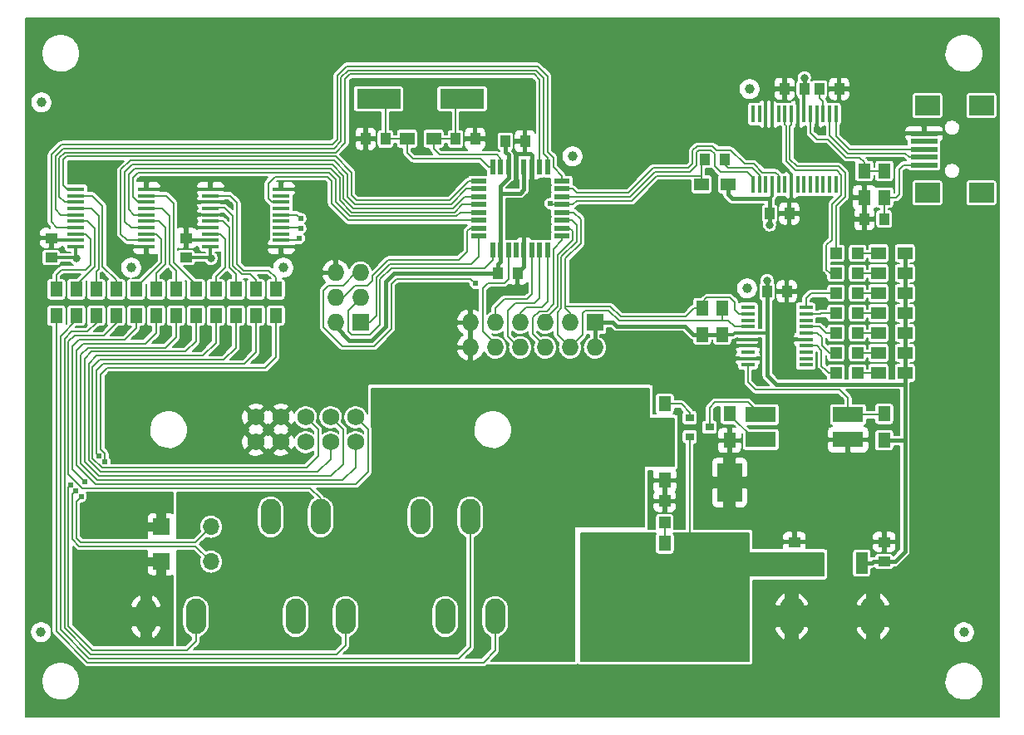
<source format=gtl>
G04 #@! TF.FileFunction,Copper,L1,Top,Signal*
%FSLAX46Y46*%
G04 Gerber Fmt 4.6, Leading zero omitted, Abs format (unit mm)*
G04 Created by KiCad (PCBNEW 4.0.7-e2-6376~61~ubuntu18.04.1) date Sun Dec  8 19:52:44 2019*
%MOMM*%
%LPD*%
G01*
G04 APERTURE LIST*
%ADD10C,0.100000*%
%ADD11R,2.800000X0.500000*%
%ADD12R,2.500000X2.000000*%
%ADD13C,1.000000*%
%ADD14R,1.000000X1.250000*%
%ADD15R,2.500000X4.000000*%
%ADD16R,1.250000X1.000000*%
%ADD17R,1.200000X1.200000*%
%ADD18R,1.727200X1.727200*%
%ADD19O,1.727200X1.727200*%
%ADD20R,0.900000X0.800000*%
%ADD21R,1.300000X1.500000*%
%ADD22R,1.500000X1.300000*%
%ADD23R,0.450000X1.750000*%
%ADD24R,0.550000X1.600000*%
%ADD25R,1.600000X0.550000*%
%ADD26R,4.500000X2.000000*%
%ADD27R,1.200000X2.200000*%
%ADD28R,1.320800X1.320800*%
%ADD29R,1.320800X1.447800*%
%ADD30C,3.048000*%
%ADD31R,1.700000X1.700000*%
%ADD32O,1.700000X1.700000*%
%ADD33R,1.450000X0.450000*%
%ADD34R,1.750000X0.450000*%
%ADD35R,2.540000X4.064000*%
%ADD36O,2.540000X4.064000*%
%ADD37O,2.082800X3.606800*%
%ADD38R,3.100000X1.600000*%
%ADD39C,1.727200*%
%ADD40C,0.812800*%
%ADD41C,0.609600*%
%ADD42C,0.203200*%
%ADD43C,0.304800*%
%ADD44C,0.406400*%
%ADD45C,1.270000*%
G04 APERTURE END LIST*
D10*
D11*
X91946000Y-15380000D03*
X91946000Y-14580000D03*
X91946000Y-13780000D03*
X91946000Y-12980000D03*
X91946000Y-12180000D03*
D12*
X92296000Y-18230000D03*
X97796000Y-18230000D03*
X92296000Y-9330000D03*
X97796000Y-9330000D03*
D13*
X56134000Y-14478000D03*
X74168000Y-7620000D03*
X73914000Y-27940000D03*
X2032000Y-9000000D03*
X11176000Y-25848000D03*
X26670000Y-25848000D03*
X2000000Y-63000000D03*
X96000000Y-63000000D03*
D14*
X87868000Y-20892000D03*
X85868000Y-20892000D03*
D15*
X72136000Y-55756000D03*
X72136000Y-47756000D03*
D16*
X78740000Y-55804000D03*
X78740000Y-53804000D03*
D14*
X81296000Y-7620000D03*
X83296000Y-7620000D03*
D16*
X87884000Y-55804000D03*
X87884000Y-53804000D03*
D14*
X79740000Y-7620000D03*
X77740000Y-7620000D03*
X76216000Y-20320000D03*
X78216000Y-20320000D03*
X71612000Y-14796000D03*
X69612000Y-14796000D03*
X49292000Y-12954000D03*
X51292000Y-12954000D03*
X48530000Y-26416000D03*
X50530000Y-26416000D03*
X75962000Y-28258000D03*
X77962000Y-28258000D03*
X44212000Y-12700000D03*
X46212000Y-12700000D03*
D16*
X16764000Y-24816000D03*
X16764000Y-22816000D03*
X3048000Y-24816000D03*
X3048000Y-22816000D03*
D14*
X37068000Y-12700000D03*
X35068000Y-12700000D03*
D17*
X65532000Y-51840000D03*
X65532000Y-49640000D03*
X85174000Y-36576000D03*
X82974000Y-36576000D03*
X85174000Y-34544000D03*
X82974000Y-34544000D03*
X85174000Y-32512000D03*
X82974000Y-32512000D03*
X85174000Y-30480000D03*
X82974000Y-30480000D03*
X85174000Y-28448000D03*
X82974000Y-28448000D03*
X85174000Y-26416000D03*
X82974000Y-26416000D03*
X85174000Y-24384000D03*
X82974000Y-24384000D03*
D18*
X58420000Y-31436000D03*
D19*
X58420000Y-33976000D03*
X55880000Y-31436000D03*
X55880000Y-33976000D03*
X53340000Y-31436000D03*
X53340000Y-33976000D03*
X50800000Y-31436000D03*
X50800000Y-33976000D03*
X48260000Y-31436000D03*
X48260000Y-33976000D03*
X45720000Y-31436000D03*
X45720000Y-33976000D03*
D18*
X34544000Y-31436000D03*
D19*
X32004000Y-31436000D03*
X34544000Y-28896000D03*
X32004000Y-28896000D03*
X34544000Y-26356000D03*
X32004000Y-26356000D03*
D20*
X68088000Y-41154000D03*
X68088000Y-43054000D03*
X70088000Y-42104000D03*
D21*
X87884000Y-15986000D03*
X87884000Y-18686000D03*
X85852000Y-15986000D03*
X85852000Y-18686000D03*
X65532000Y-56662000D03*
X65532000Y-53962000D03*
D22*
X87296000Y-36576000D03*
X89996000Y-36576000D03*
X87296000Y-34544000D03*
X89996000Y-34544000D03*
X87296000Y-32512000D03*
X89996000Y-32512000D03*
X87296000Y-30480000D03*
X89996000Y-30480000D03*
X87296000Y-28448000D03*
X89996000Y-28448000D03*
D21*
X72136000Y-40754000D03*
X72136000Y-43454000D03*
X65532000Y-42438000D03*
X65532000Y-39738000D03*
X87884000Y-40754000D03*
X87884000Y-43454000D03*
X65532000Y-44818000D03*
X65532000Y-47518000D03*
D22*
X89996000Y-26416000D03*
X87296000Y-26416000D03*
X89996000Y-24384000D03*
X87296000Y-24384000D03*
D21*
X69342000Y-32656000D03*
X69342000Y-29956000D03*
X71374000Y-32656000D03*
X71374000Y-29956000D03*
D22*
X71962000Y-17336000D03*
X69262000Y-17336000D03*
X41990000Y-12700000D03*
X39290000Y-12700000D03*
D21*
X19812000Y-30754000D03*
X19812000Y-28054000D03*
X21844000Y-30754000D03*
X21844000Y-28054000D03*
X23876000Y-30754000D03*
X23876000Y-28054000D03*
X25908000Y-30754000D03*
X25908000Y-28054000D03*
X3556000Y-30754000D03*
X3556000Y-28054000D03*
X5588000Y-30754000D03*
X5588000Y-28054000D03*
X7620000Y-30754000D03*
X7620000Y-28054000D03*
X9652000Y-30754000D03*
X9652000Y-28054000D03*
X11684000Y-30754000D03*
X11684000Y-28054000D03*
X13716000Y-30754000D03*
X13716000Y-28054000D03*
X15748000Y-30754000D03*
X15748000Y-28054000D03*
X17780000Y-30754000D03*
X17780000Y-28054000D03*
D23*
X74515000Y-17380000D03*
X75165000Y-17380000D03*
X75815000Y-17380000D03*
X76465000Y-17380000D03*
X77115000Y-17380000D03*
X77765000Y-17380000D03*
X78415000Y-17380000D03*
X79065000Y-17380000D03*
X79715000Y-17380000D03*
X80365000Y-17380000D03*
X81015000Y-17380000D03*
X81665000Y-17380000D03*
X82315000Y-17380000D03*
X82965000Y-17380000D03*
X82965000Y-10180000D03*
X82315000Y-10180000D03*
X81665000Y-10180000D03*
X81015000Y-10180000D03*
X80365000Y-10180000D03*
X79715000Y-10180000D03*
X79065000Y-10180000D03*
X78415000Y-10180000D03*
X77765000Y-10180000D03*
X77115000Y-10180000D03*
X76465000Y-10180000D03*
X75815000Y-10180000D03*
X75165000Y-10180000D03*
X74515000Y-10180000D03*
D24*
X53600000Y-15562000D03*
X52800000Y-15562000D03*
X52000000Y-15562000D03*
X51200000Y-15562000D03*
X50400000Y-15562000D03*
X49600000Y-15562000D03*
X48800000Y-15562000D03*
X48000000Y-15562000D03*
D25*
X46550000Y-17012000D03*
X46550000Y-17812000D03*
X46550000Y-18612000D03*
X46550000Y-19412000D03*
X46550000Y-20212000D03*
X46550000Y-21012000D03*
X46550000Y-21812000D03*
X46550000Y-22612000D03*
D24*
X48000000Y-24062000D03*
X48800000Y-24062000D03*
X49600000Y-24062000D03*
X50400000Y-24062000D03*
X51200000Y-24062000D03*
X52000000Y-24062000D03*
X52800000Y-24062000D03*
X53600000Y-24062000D03*
D25*
X55050000Y-22612000D03*
X55050000Y-21812000D03*
X55050000Y-21012000D03*
X55050000Y-20212000D03*
X55050000Y-19412000D03*
X55050000Y-18612000D03*
X55050000Y-17812000D03*
X55050000Y-17012000D03*
D26*
X36390000Y-8636000D03*
X44890000Y-8636000D03*
D27*
X81032000Y-55956000D03*
X85592000Y-55956000D03*
D28*
X80772000Y-48454000D03*
X80772000Y-52264000D03*
X80772000Y-50994000D03*
X80772000Y-49724000D03*
D29*
X80772000Y-47184000D03*
D28*
X82042000Y-52264000D03*
X83312000Y-52264000D03*
X84582000Y-52264000D03*
X85852000Y-52264000D03*
X82042000Y-50994000D03*
X82042000Y-49724000D03*
X82042000Y-48454000D03*
D29*
X82042000Y-47184000D03*
D28*
X83312000Y-50994000D03*
X83312000Y-49724000D03*
X83312000Y-48454000D03*
D29*
X83312000Y-47184000D03*
D28*
X84582000Y-50994000D03*
X84582000Y-49724000D03*
X84582000Y-48454000D03*
D29*
X84582000Y-47184000D03*
D28*
X85852000Y-50994000D03*
X85852000Y-49724000D03*
X85852000Y-48454000D03*
D29*
X85852000Y-47184000D03*
D30*
X62153800Y-41469000D03*
X58750200Y-41469000D03*
X62153800Y-54931000D03*
X58750200Y-54931000D03*
D31*
X14224000Y-55820000D03*
D32*
X16764000Y-55820000D03*
X19304000Y-55820000D03*
D31*
X14224000Y-52264000D03*
D32*
X16764000Y-52264000D03*
X19304000Y-52264000D03*
D33*
X74012000Y-29905000D03*
X74012000Y-30555000D03*
X74012000Y-31205000D03*
X74012000Y-31855000D03*
X74012000Y-32505000D03*
X74012000Y-33155000D03*
X74012000Y-33805000D03*
X74012000Y-34455000D03*
X74012000Y-35105000D03*
X74012000Y-35755000D03*
X79912000Y-35755000D03*
X79912000Y-35105000D03*
X79912000Y-34455000D03*
X79912000Y-33805000D03*
X79912000Y-33155000D03*
X79912000Y-32505000D03*
X79912000Y-31855000D03*
X79912000Y-31205000D03*
X79912000Y-30555000D03*
X79912000Y-29905000D03*
D34*
X26460000Y-23693000D03*
X26460000Y-23043000D03*
X26460000Y-22393000D03*
X26460000Y-21743000D03*
X26460000Y-21093000D03*
X26460000Y-20443000D03*
X26460000Y-19793000D03*
X26460000Y-19143000D03*
X26460000Y-18493000D03*
X26460000Y-17843000D03*
X19260000Y-17843000D03*
X19260000Y-18493000D03*
X19260000Y-19143000D03*
X19260000Y-19793000D03*
X19260000Y-20443000D03*
X19260000Y-21093000D03*
X19260000Y-21743000D03*
X19260000Y-22393000D03*
X19260000Y-23043000D03*
X19260000Y-23693000D03*
X12744000Y-23693000D03*
X12744000Y-23043000D03*
X12744000Y-22393000D03*
X12744000Y-21743000D03*
X12744000Y-21093000D03*
X12744000Y-20443000D03*
X12744000Y-19793000D03*
X12744000Y-19143000D03*
X12744000Y-18493000D03*
X12744000Y-17843000D03*
X5544000Y-17843000D03*
X5544000Y-18493000D03*
X5544000Y-19143000D03*
X5544000Y-19793000D03*
X5544000Y-20443000D03*
X5544000Y-21093000D03*
X5544000Y-21743000D03*
X5544000Y-22393000D03*
X5544000Y-23043000D03*
X5544000Y-23693000D03*
D35*
X61976000Y-61408000D03*
D36*
X70231000Y-61408000D03*
X78486000Y-61408000D03*
X86741000Y-61408000D03*
D37*
X27940000Y-61408000D03*
X33020000Y-61408000D03*
X38100000Y-61408000D03*
X25400000Y-51248000D03*
X30480000Y-51248000D03*
X35560000Y-51248000D03*
X43180000Y-61408000D03*
X48260000Y-61408000D03*
X53340000Y-61408000D03*
X40640000Y-51248000D03*
X45720000Y-51248000D03*
X50800000Y-51248000D03*
D38*
X75311000Y-40834000D03*
X84201000Y-43374000D03*
X75311000Y-43374000D03*
X84201000Y-40834000D03*
D37*
X12700000Y-61408000D03*
X17780000Y-61408000D03*
X22860000Y-61408000D03*
D18*
X39116000Y-41088000D03*
D39*
X39116000Y-43628000D03*
X36576000Y-41088000D03*
X36576000Y-43628000D03*
X34036000Y-41088000D03*
X34036000Y-43628000D03*
X31496000Y-41088000D03*
X31496000Y-43628000D03*
X28956000Y-41088000D03*
X28956000Y-43628000D03*
X26416000Y-41088000D03*
X26416000Y-43628000D03*
X23876000Y-41088000D03*
X23876000Y-43628000D03*
D40*
X24638000Y-23876000D03*
X10668000Y-23876000D03*
X28321000Y-17526000D03*
X21082000Y-17526000D03*
X14732000Y-17526000D03*
X35052000Y-11176000D03*
X46228000Y-11176000D03*
X76454000Y-11938000D03*
X79248000Y-11938000D03*
X81534000Y-11938000D03*
X72390000Y-34036000D03*
X78232000Y-33020000D03*
X50292000Y-17272000D03*
X52324000Y-17272000D03*
X51308000Y-22352000D03*
X77089000Y-15367000D03*
X74676000Y-45660000D03*
X74676000Y-46676000D03*
X74676000Y-47692000D03*
X74676000Y-48708000D03*
X74676000Y-49724000D03*
X74676000Y-50740000D03*
X73660000Y-50740000D03*
X72644000Y-50740000D03*
X71628000Y-50740000D03*
X70612000Y-50740000D03*
X69596000Y-50740000D03*
X69596000Y-49724000D03*
X69596000Y-48708000D03*
X69596000Y-45660000D03*
X69596000Y-46676000D03*
X69596000Y-47692000D03*
X68072000Y-53788000D03*
X68072000Y-54804000D03*
X68072000Y-55820000D03*
X68072000Y-56836000D03*
X68072000Y-57852000D03*
X69088000Y-57852000D03*
X69088000Y-56836000D03*
X69088000Y-55820000D03*
X69088000Y-54804000D03*
X69088000Y-53788000D03*
X70104000Y-53788000D03*
X70104000Y-54804000D03*
X70104000Y-57852000D03*
X70104000Y-56836000D03*
X70104000Y-55820000D03*
X5588000Y-24892000D03*
X19304000Y-24892000D03*
X79756000Y-6477000D03*
X76200000Y-21463000D03*
X75946000Y-27178000D03*
D41*
X46228000Y-27432000D03*
X53848000Y-19304000D03*
X28321000Y-22860000D03*
X28448000Y-20828000D03*
X28448000Y-21844000D03*
X5541105Y-48574904D03*
X7890247Y-45033872D03*
X6083095Y-49191144D03*
X8508545Y-45638546D03*
X4993250Y-47963286D03*
X6483751Y-47689374D03*
D42*
X89408000Y-15812000D02*
X89840000Y-15380000D01*
X89840000Y-15380000D02*
X91946000Y-15380000D01*
X89408000Y-18352000D02*
X89408000Y-15812000D01*
X89074000Y-18686000D02*
X89408000Y-18352000D01*
X87884000Y-18686000D02*
X89074000Y-18686000D01*
X87884000Y-18686000D02*
X87884000Y-20876000D01*
X87884000Y-20876000D02*
X87868000Y-20892000D01*
D43*
X26460000Y-23693000D02*
X24821000Y-23693000D01*
X24821000Y-23693000D02*
X24638000Y-23876000D01*
X12744000Y-23693000D02*
X10851000Y-23693000D01*
X10851000Y-23693000D02*
X10668000Y-23876000D01*
X26460000Y-17843000D02*
X28004000Y-17843000D01*
X28004000Y-17843000D02*
X28321000Y-17526000D01*
X19260000Y-17843000D02*
X20765000Y-17843000D01*
X20765000Y-17843000D02*
X21082000Y-17526000D01*
X12744000Y-17843000D02*
X14415000Y-17843000D01*
X14415000Y-17843000D02*
X14732000Y-17526000D01*
X35068000Y-12700000D02*
X35068000Y-11192000D01*
X35068000Y-11192000D02*
X35052000Y-11176000D01*
X46212000Y-12700000D02*
X46212000Y-11192000D01*
X46212000Y-11192000D02*
X46228000Y-11176000D01*
X76465000Y-10180000D02*
X76465000Y-11927000D01*
X76465000Y-11927000D02*
X76454000Y-11938000D01*
X79065000Y-10180000D02*
X79065000Y-11755000D01*
X79065000Y-11755000D02*
X79248000Y-11938000D01*
X81015000Y-10180000D02*
X81015000Y-11419000D01*
X81015000Y-11419000D02*
X81534000Y-11938000D01*
X74012000Y-33805000D02*
X72621000Y-33805000D01*
X72621000Y-33805000D02*
X72390000Y-34036000D01*
X79912000Y-33155000D02*
X78367000Y-33155000D01*
X78367000Y-33155000D02*
X78232000Y-33020000D01*
X75184000Y-33574000D02*
X74953000Y-33805000D01*
X74012000Y-33155000D02*
X75068349Y-33155000D01*
X75068349Y-33155000D02*
X75184000Y-33270651D01*
X75184000Y-33270651D02*
X75184000Y-33574000D01*
X74012000Y-33155000D02*
X72816998Y-33155000D01*
X72816998Y-33155000D02*
X72644000Y-33327998D01*
X72644000Y-33327998D02*
X72644000Y-33528000D01*
X74012000Y-33805000D02*
X74953000Y-33805000D01*
X74012000Y-33805000D02*
X72875000Y-33805000D01*
D44*
X51816000Y-14224000D02*
X50292000Y-14224000D01*
X52000000Y-14408000D02*
X51816000Y-14224000D01*
X52000000Y-15562000D02*
X52000000Y-14408000D01*
X50400000Y-15562000D02*
X50400000Y-17164000D01*
X50400000Y-17164000D02*
X50292000Y-17272000D01*
X52000000Y-15562000D02*
X52000000Y-16948000D01*
X52000000Y-16948000D02*
X52324000Y-17272000D01*
D43*
X19260000Y-23043000D02*
X16991000Y-23043000D01*
X16991000Y-23043000D02*
X16764000Y-22816000D01*
X5544000Y-23043000D02*
X3275000Y-23043000D01*
X3275000Y-23043000D02*
X3048000Y-22816000D01*
D44*
X51200000Y-24062000D02*
X51200000Y-22460000D01*
X51200000Y-22460000D02*
X51308000Y-22352000D01*
X51200000Y-24062000D02*
X51200000Y-25746000D01*
X51200000Y-25746000D02*
X50530000Y-26416000D01*
D43*
X78415000Y-16312000D02*
X77470000Y-15367000D01*
X77470000Y-15367000D02*
X77089000Y-15367000D01*
X78415000Y-17380000D02*
X78415000Y-16312000D01*
X76465000Y-10180000D02*
X76465000Y-11441000D01*
X75815000Y-10180000D02*
X75815000Y-11561000D01*
X75815000Y-10180000D02*
X75815000Y-8767000D01*
X76465000Y-10180000D02*
X76465000Y-8647000D01*
X76962000Y-8890000D02*
X76708000Y-8636000D01*
X77724000Y-8890000D02*
X76962000Y-8890000D01*
X77740000Y-8874000D02*
X77724000Y-8890000D01*
X77740000Y-7620000D02*
X77740000Y-8874000D01*
D44*
X74676000Y-46676000D02*
X74676000Y-45660000D01*
X74676000Y-47692000D02*
X74676000Y-46676000D01*
X74676000Y-48708000D02*
X74676000Y-47692000D01*
X74676000Y-49724000D02*
X74676000Y-48708000D01*
X74676000Y-50740000D02*
X74676000Y-49724000D01*
X73660000Y-50740000D02*
X74676000Y-50740000D01*
X72644000Y-50740000D02*
X73660000Y-50740000D01*
X71628000Y-50740000D02*
X72644000Y-50740000D01*
X70612000Y-50740000D02*
X71628000Y-50740000D01*
X69596000Y-50740000D02*
X70612000Y-50740000D01*
X69596000Y-49724000D02*
X69596000Y-50740000D01*
X69596000Y-48708000D02*
X69596000Y-49724000D01*
X69596000Y-47692000D02*
X69596000Y-48708000D01*
X69596000Y-46676000D02*
X69596000Y-45660000D01*
X69596000Y-47692000D02*
X69596000Y-46676000D01*
X72136000Y-47756000D02*
X69660000Y-47756000D01*
X69660000Y-47756000D02*
X69596000Y-47692000D01*
D42*
X68072000Y-53788000D02*
X68072000Y-43070000D01*
X68072000Y-43070000D02*
X68088000Y-43054000D01*
D45*
X68072000Y-54804000D02*
X68072000Y-53788000D01*
X68072000Y-55820000D02*
X68072000Y-54804000D01*
X68072000Y-56836000D02*
X68072000Y-55820000D01*
X68072000Y-57852000D02*
X68072000Y-56836000D01*
X69088000Y-57852000D02*
X68072000Y-57852000D01*
X69088000Y-56836000D02*
X69088000Y-57852000D01*
X69088000Y-55820000D02*
X69088000Y-56836000D01*
X69088000Y-54804000D02*
X69088000Y-55820000D01*
X69088000Y-53788000D02*
X69088000Y-54804000D01*
X70104000Y-53788000D02*
X69088000Y-53788000D01*
X70104000Y-54804000D02*
X70104000Y-53788000D01*
X70104000Y-55820000D02*
X70104000Y-54804000D01*
X70104000Y-56836000D02*
X70104000Y-57852000D01*
X70104000Y-55820000D02*
X70104000Y-56836000D01*
X72136000Y-55756000D02*
X70168000Y-55756000D01*
X70168000Y-55756000D02*
X70104000Y-55820000D01*
D42*
X81665000Y-10180000D02*
X81665000Y-8904022D01*
X81665000Y-8904022D02*
X81296000Y-8535022D01*
X81296000Y-8535022D02*
X81296000Y-7620000D01*
D44*
X49292000Y-12954000D02*
X49292000Y-14010316D01*
X49292000Y-14010316D02*
X49600000Y-14318316D01*
X49600000Y-14318316D02*
X49600000Y-15562000D01*
X48800000Y-24062000D02*
X48800000Y-18542000D01*
X48800000Y-18542000D02*
X48800000Y-18256000D01*
X49600000Y-16694000D02*
X48800000Y-17494000D01*
X48800000Y-17494000D02*
X48800000Y-18542000D01*
X49600000Y-15562000D02*
X49600000Y-16694000D01*
X51200000Y-17888000D02*
X50832000Y-18256000D01*
X50832000Y-18256000D02*
X48800000Y-18256000D01*
X51200000Y-15562000D02*
X51200000Y-17888000D01*
D43*
X3048000Y-24816000D02*
X5512000Y-24816000D01*
X5512000Y-24816000D02*
X5588000Y-24892000D01*
X5544000Y-23693000D02*
X5544000Y-24848000D01*
X5544000Y-24848000D02*
X5588000Y-24892000D01*
X16764000Y-24816000D02*
X19228000Y-24816000D01*
X19228000Y-24816000D02*
X19304000Y-24892000D01*
X19260000Y-23693000D02*
X19260000Y-24848000D01*
X19260000Y-24848000D02*
X19304000Y-24892000D01*
D44*
X32004000Y-31436000D02*
X32004000Y-31857803D01*
X32004000Y-31857803D02*
X33408158Y-33261961D01*
X33408158Y-33261961D02*
X35703967Y-33261961D01*
X35703967Y-33261961D02*
X37109010Y-31856918D01*
X37944717Y-26416000D02*
X48530000Y-26416000D01*
X37109010Y-31856918D02*
X37109010Y-27251707D01*
X37109010Y-27251707D02*
X37944717Y-26416000D01*
X48800000Y-24062000D02*
X48800000Y-25216693D01*
X48800000Y-25216693D02*
X48530000Y-25486693D01*
X48530000Y-25486693D02*
X48530000Y-26416000D01*
X69342000Y-32656000D02*
X68434326Y-32656000D01*
X68434326Y-32656000D02*
X67579467Y-31801141D01*
X60624512Y-31801141D02*
X60259371Y-31436000D01*
X67579467Y-31801141D02*
X60624512Y-31801141D01*
X60259371Y-31436000D02*
X58420000Y-31436000D01*
X79756000Y-6477000D02*
X79740000Y-6493000D01*
X79740000Y-6493000D02*
X79740000Y-7620000D01*
X76200000Y-21463000D02*
X76200000Y-20336000D01*
X76200000Y-20336000D02*
X76216000Y-20320000D01*
X75962000Y-28258000D02*
X75962000Y-27194000D01*
X75962000Y-27194000D02*
X75946000Y-27178000D01*
D43*
X79715000Y-10180000D02*
X79715000Y-7645000D01*
X79715000Y-7645000D02*
X79740000Y-7620000D01*
X79715000Y-7709000D02*
X79740000Y-7684000D01*
X76465000Y-17380000D02*
X76465000Y-18563000D01*
X76465000Y-18563000D02*
X76216000Y-18812000D01*
D44*
X76216000Y-18812000D02*
X76200000Y-18796000D01*
X76200000Y-18796000D02*
X72390000Y-18796000D01*
X76216000Y-20320000D02*
X76216000Y-18812000D01*
X71962000Y-18368000D02*
X72390000Y-18796000D01*
X71962000Y-17336000D02*
X71962000Y-18368000D01*
D43*
X74012000Y-32505000D02*
X72646030Y-32505000D01*
X72646030Y-32505000D02*
X72495030Y-32656000D01*
X72495030Y-32656000D02*
X71374000Y-32656000D01*
D44*
X75962000Y-28258000D02*
X75962000Y-32512000D01*
X75962000Y-32512000D02*
X75962000Y-36825229D01*
D43*
X74012000Y-32505000D02*
X75955000Y-32505000D01*
X75955000Y-32505000D02*
X75962000Y-32512000D01*
D44*
X89869000Y-37719000D02*
X89996000Y-37846000D01*
X75962000Y-36825229D02*
X76855771Y-37719000D01*
X76855771Y-37719000D02*
X89869000Y-37719000D01*
X89996000Y-36576000D02*
X89996000Y-37846000D01*
X89996000Y-37846000D02*
X89996000Y-43434000D01*
X89996000Y-43434000D02*
X89996000Y-54784000D01*
X87884000Y-43454000D02*
X89976000Y-43454000D01*
X89976000Y-43454000D02*
X89996000Y-43434000D01*
X89996000Y-54784000D02*
X88976000Y-55804000D01*
X88976000Y-55804000D02*
X87884000Y-55804000D01*
X87884000Y-55804000D02*
X86798512Y-55804000D01*
X86798512Y-55804000D02*
X86646512Y-55956000D01*
X86646512Y-55956000D02*
X85592000Y-55956000D01*
X58420000Y-33976000D02*
X58420000Y-31436000D01*
X69342000Y-32656000D02*
X71374000Y-32656000D01*
X89996000Y-34544000D02*
X89996000Y-36576000D01*
X89996000Y-32512000D02*
X89996000Y-34544000D01*
X89996000Y-30480000D02*
X89996000Y-32512000D01*
X89996000Y-28448000D02*
X89996000Y-30480000D01*
X89996000Y-26416000D02*
X89996000Y-28448000D01*
X89996000Y-24384000D02*
X89996000Y-26416000D01*
D42*
X71612000Y-14796000D02*
X71612000Y-15343262D01*
X71612000Y-15343262D02*
X71949905Y-15681167D01*
X71949905Y-15681167D02*
X74443149Y-15681167D01*
X74443149Y-15681167D02*
X75165000Y-16403018D01*
X75165000Y-16403018D02*
X75165000Y-17380000D01*
X46228000Y-27432000D02*
X45772167Y-26976167D01*
X45772167Y-26976167D02*
X38217980Y-26976167D01*
X38217980Y-26976167D02*
X37668747Y-27525400D01*
X31242000Y-27686000D02*
X32766000Y-27686000D01*
X32766000Y-27686000D02*
X34096000Y-26356000D01*
X34096000Y-26356000D02*
X34544000Y-26356000D01*
X37668747Y-27525400D02*
X37668747Y-32092470D01*
X37668747Y-32092470D02*
X35930653Y-33830564D01*
X35930653Y-33830564D02*
X32672254Y-33830564D01*
X32672254Y-33830564D02*
X30778930Y-31937240D01*
X30778930Y-31937240D02*
X30778930Y-28149070D01*
X30778930Y-28149070D02*
X31242000Y-27686000D01*
X55050000Y-19412000D02*
X53956000Y-19412000D01*
X53956000Y-19412000D02*
X53848000Y-19304000D01*
X69262000Y-17336000D02*
X69262000Y-16510000D01*
X69262000Y-16510000D02*
X69262000Y-15146000D01*
X69238731Y-16486731D02*
X69262000Y-16510000D01*
X64682058Y-16486731D02*
X69238731Y-16486731D01*
X55050000Y-19412000D02*
X56162525Y-19412000D01*
X56162525Y-19412000D02*
X56551926Y-19022599D01*
X56551926Y-19022599D02*
X62146190Y-19022599D01*
X62146190Y-19022599D02*
X64682058Y-16486731D01*
X69262000Y-15146000D02*
X69612000Y-14796000D01*
X48800000Y-15562000D02*
X48800000Y-14700711D01*
X48800000Y-14700711D02*
X48418788Y-14319499D01*
X48418788Y-14319499D02*
X42575646Y-14319499D01*
X41990000Y-13733853D02*
X41990000Y-12700000D01*
X42575646Y-14319499D02*
X41990000Y-13733853D01*
X44212000Y-12700000D02*
X44212000Y-9314000D01*
X44212000Y-9314000D02*
X44890000Y-8636000D01*
X41990000Y-12700000D02*
X44212000Y-12700000D01*
X48000000Y-15562000D02*
X47598896Y-15562000D01*
X46768349Y-14731453D02*
X39889303Y-14731453D01*
X39290000Y-14132150D02*
X39290000Y-12700000D01*
X47598896Y-15562000D02*
X46768349Y-14731453D01*
X39889303Y-14731453D02*
X39290000Y-14132150D01*
X37068000Y-12700000D02*
X37068000Y-9314000D01*
X37068000Y-9314000D02*
X36390000Y-8636000D01*
X39290000Y-12700000D02*
X37068000Y-12700000D01*
X65532000Y-53962000D02*
X65532000Y-51840000D01*
X87296000Y-36576000D02*
X85174000Y-36576000D01*
X81509988Y-35853988D02*
X81978000Y-36322000D01*
X81978000Y-36322000D02*
X82042000Y-36386000D01*
X82974000Y-36576000D02*
X82232000Y-36576000D01*
X82232000Y-36576000D02*
X81978000Y-36322000D01*
X79912000Y-33805000D02*
X81008709Y-33805000D01*
X81008709Y-33805000D02*
X81509988Y-34306279D01*
X81509988Y-34306279D02*
X81509988Y-35853988D01*
X85174000Y-34544000D02*
X87296000Y-34544000D01*
X81534000Y-33748557D02*
X82042000Y-34256557D01*
X82042000Y-34256557D02*
X82139443Y-34354000D01*
X82974000Y-34544000D02*
X82329443Y-34544000D01*
X82329443Y-34544000D02*
X82042000Y-34256557D01*
X79912000Y-32505000D02*
X81072470Y-32505000D01*
X81072470Y-32505000D02*
X81534000Y-32966530D01*
X81534000Y-32966530D02*
X81534000Y-33748557D01*
X87296000Y-32512000D02*
X85174000Y-32512000D01*
X81309702Y-31855000D02*
X81534000Y-32079298D01*
X81966702Y-32512000D02*
X81534000Y-32079298D01*
X81534000Y-32079298D02*
X81776702Y-32322000D01*
X82974000Y-32512000D02*
X81966702Y-32512000D01*
X79912000Y-31855000D02*
X81309702Y-31855000D01*
X85174000Y-30480000D02*
X87296000Y-30480000D01*
X81343376Y-30555000D02*
X81418376Y-30480000D01*
X82974000Y-30480000D02*
X81418376Y-30480000D01*
X79912000Y-30555000D02*
X81343376Y-30555000D01*
X87296000Y-28448000D02*
X85174000Y-28448000D01*
X79912000Y-28957650D02*
X80421650Y-28448000D01*
X82974000Y-28448000D02*
X80421650Y-28448000D01*
X79912000Y-29905000D02*
X79912000Y-28957650D01*
X85174000Y-26416000D02*
X87296000Y-26416000D01*
X77765000Y-10180000D02*
X77765000Y-11244019D01*
X77883501Y-15000383D02*
X78802662Y-15919544D01*
X77765000Y-11244019D02*
X77883501Y-11362520D01*
X77883501Y-11362520D02*
X77883501Y-15000383D01*
X78802662Y-15919544D02*
X83037691Y-15919544D01*
X83037691Y-15919544D02*
X83498309Y-16380162D01*
X82566806Y-19367583D02*
X82566806Y-22996016D01*
X83498309Y-16380162D02*
X83498309Y-18436080D01*
X83498309Y-18436080D02*
X82566806Y-19367583D01*
X82566806Y-22996016D02*
X82014471Y-23548351D01*
X82014471Y-23548351D02*
X82014471Y-26032643D01*
X82014471Y-26032643D02*
X82397828Y-26416000D01*
X82397828Y-26416000D02*
X82974000Y-26416000D01*
X87296000Y-24384000D02*
X85174000Y-24384000D01*
X78415000Y-10180000D02*
X78415000Y-11279756D01*
X83215246Y-15509806D02*
X83905978Y-16200538D01*
X83905978Y-18604003D02*
X82974000Y-19535981D01*
X82974000Y-19535981D02*
X82974000Y-24384000D01*
X78415000Y-11279756D02*
X78293225Y-11401531D01*
X78293225Y-11401531D02*
X78293225Y-14824188D01*
X78293225Y-14824188D02*
X78978843Y-15509806D01*
X78978843Y-15509806D02*
X83215246Y-15509806D01*
X83905978Y-16200538D02*
X83905978Y-18604003D01*
X82315000Y-10180000D02*
X82315000Y-12346343D01*
X82315000Y-12346343D02*
X84162039Y-14193382D01*
X84162039Y-14193382D02*
X90054358Y-14193382D01*
X90054358Y-14193382D02*
X90440976Y-14580000D01*
X90440976Y-14580000D02*
X91946000Y-14580000D01*
X82965000Y-12417000D02*
X84328000Y-13780000D01*
X84328000Y-13780000D02*
X91946000Y-13780000D01*
X82965000Y-10180000D02*
X82965000Y-12417000D01*
X52800000Y-24062000D02*
X52800000Y-28942720D01*
X52800000Y-28942720D02*
X52297380Y-29445340D01*
X52297380Y-29445340D02*
X50281318Y-29445340D01*
X50281318Y-29445340D02*
X49530000Y-30196658D01*
X50676000Y-33976000D02*
X50800000Y-33976000D01*
X49530000Y-30196658D02*
X49530000Y-32830000D01*
X49530000Y-32830000D02*
X50676000Y-33976000D01*
X50292000Y-33976000D02*
X50292000Y-33846000D01*
X50800000Y-31436000D02*
X50800000Y-30443917D01*
X50800000Y-30443917D02*
X51390479Y-29853438D01*
X51390479Y-29853438D02*
X53020645Y-29853438D01*
X53020645Y-29853438D02*
X53600000Y-29274083D01*
X53600000Y-29274083D02*
X53600000Y-24062000D01*
X55050000Y-22612000D02*
X55050000Y-23051936D01*
X55050000Y-23051936D02*
X54182782Y-23919154D01*
X54182782Y-23919154D02*
X54182782Y-29577696D01*
X54182782Y-29577696D02*
X53496792Y-30263686D01*
X53496792Y-30263686D02*
X52737913Y-30263686D01*
X52737913Y-30263686D02*
X52070000Y-30931599D01*
X52070000Y-30931599D02*
X52070000Y-32576000D01*
X53340000Y-33846000D02*
X53340000Y-33976000D01*
X52070000Y-32576000D02*
X53340000Y-33846000D01*
X52832000Y-33976000D02*
X52832000Y-33592000D01*
X55050000Y-21812000D02*
X55848000Y-21812000D01*
X56161622Y-23015490D02*
X54593859Y-24583253D01*
X55848000Y-21812000D02*
X56161622Y-22125622D01*
X56161622Y-22125622D02*
X56161622Y-23015490D01*
X54593859Y-24583253D02*
X54593859Y-29800507D01*
X54593859Y-29800507D02*
X53340000Y-31054366D01*
X53340000Y-31054366D02*
X53340000Y-31436000D01*
X71374000Y-31242000D02*
X72011540Y-31242000D01*
X72011540Y-31242000D02*
X72624540Y-31855000D01*
X72624540Y-31855000D02*
X74012000Y-31855000D01*
X55050000Y-21012000D02*
X56064000Y-21012000D01*
X55002986Y-24752350D02*
X55002986Y-29970315D01*
X56064000Y-21012000D02*
X56571238Y-21519238D01*
X56571238Y-21519238D02*
X56571238Y-23184098D01*
X56571238Y-23184098D02*
X55002986Y-24752350D01*
X55002986Y-29970315D02*
X54610000Y-30363301D01*
X54610000Y-30363301D02*
X54610000Y-32706747D01*
X54610000Y-32706747D02*
X55879253Y-33976000D01*
X55879253Y-33976000D02*
X55880000Y-33976000D01*
X55880000Y-33976000D02*
X55880000Y-33973458D01*
X57150000Y-32703458D02*
X57150000Y-30474384D01*
X55880000Y-33973458D02*
X57150000Y-32703458D01*
X57150000Y-30474384D02*
X57415120Y-30209264D01*
X57415120Y-30209264D02*
X59823888Y-30209264D01*
X59823888Y-30209264D02*
X60856624Y-31242000D01*
X60856624Y-31242000D02*
X71374000Y-31242000D01*
X71374000Y-29956000D02*
X71374000Y-31242000D01*
X55372000Y-33976000D02*
X55372000Y-33592000D01*
X55412306Y-29845000D02*
X55412306Y-29963861D01*
X55412306Y-29963861D02*
X55880000Y-30431555D01*
X55880000Y-30431555D02*
X55880000Y-31436000D01*
X55412306Y-24919181D02*
X55412306Y-29845000D01*
X69342000Y-29956000D02*
X68536777Y-29956000D01*
X59997847Y-29798392D02*
X55458914Y-29798392D01*
X68536777Y-29956000D02*
X67657529Y-30835248D01*
X55458914Y-29798392D02*
X55412306Y-29845000D01*
X67657529Y-30835248D02*
X61034703Y-30835248D01*
X61034703Y-30835248D02*
X59997847Y-29798392D01*
X55050000Y-20212000D02*
X56280000Y-20212000D01*
X56980276Y-20912276D02*
X56980276Y-23351211D01*
X56280000Y-20212000D02*
X56980276Y-20912276D01*
X56980276Y-23351211D02*
X55412306Y-24919181D01*
X69342000Y-29956000D02*
X69342000Y-29378627D01*
X72644000Y-30112482D02*
X73086518Y-30555000D01*
X69342000Y-29378627D02*
X69826033Y-28894594D01*
X69826033Y-28894594D02*
X72161107Y-28894594D01*
X72161107Y-28894594D02*
X72644000Y-29377487D01*
X72644000Y-29377487D02*
X72644000Y-30112482D01*
X73086518Y-30555000D02*
X74012000Y-30555000D01*
X49600000Y-24062000D02*
X49600000Y-26977741D01*
X49600000Y-26977741D02*
X49173298Y-27404443D01*
X48260000Y-33592000D02*
X48260000Y-33976000D01*
X49173298Y-27404443D02*
X47557924Y-27404443D01*
X47557924Y-27404443D02*
X46990000Y-27972367D01*
X46990000Y-27972367D02*
X46990000Y-32322000D01*
X46990000Y-32322000D02*
X48260000Y-33592000D01*
X47752000Y-33976000D02*
X47752000Y-33592000D01*
X48260000Y-31436000D02*
X48260000Y-29946640D01*
X48260000Y-29946640D02*
X49171715Y-29034925D01*
X49171715Y-29034925D02*
X51469283Y-29034925D01*
X51469283Y-29034925D02*
X52000000Y-28504208D01*
X52000000Y-28504208D02*
X52000000Y-24062000D01*
X46550000Y-22612000D02*
X46550000Y-24691435D01*
X46550000Y-24691435D02*
X45794984Y-25446451D01*
X36135463Y-30762492D02*
X35461955Y-31436000D01*
X45794984Y-25446451D02*
X37545432Y-25446451D01*
X37545432Y-25446451D02*
X36135463Y-26856420D01*
X36135463Y-26856420D02*
X36135463Y-30762492D01*
X35461955Y-31436000D02*
X34544000Y-31436000D01*
X26460000Y-23043000D02*
X28138000Y-23043000D01*
X28138000Y-23043000D02*
X28321000Y-22860000D01*
X48000000Y-24062000D02*
X48000000Y-25048618D01*
X47191747Y-25856871D02*
X37711919Y-25856871D01*
X33633432Y-32690613D02*
X33274000Y-32331181D01*
X48000000Y-25048618D02*
X47191747Y-25856871D01*
X37711919Y-25856871D02*
X36546447Y-27022343D01*
X33274000Y-32331181D02*
X33274000Y-30226000D01*
X36546447Y-27022343D02*
X36546447Y-31622371D01*
X36546447Y-31622371D02*
X35478205Y-32690613D01*
X35478205Y-32690613D02*
X33633432Y-32690613D01*
X34544000Y-28956000D02*
X34544000Y-28896000D01*
X33274000Y-30226000D02*
X34544000Y-28956000D01*
X26460000Y-20443000D02*
X28063000Y-20443000D01*
X28063000Y-20443000D02*
X28448000Y-20828000D01*
X46550000Y-21812000D02*
X45698797Y-21812000D01*
X45698797Y-21812000D02*
X45394074Y-22116723D01*
X45394074Y-22116723D02*
X45394074Y-24241510D01*
X44596329Y-25039255D02*
X37376727Y-25039255D01*
X45394074Y-24241510D02*
X44596329Y-25039255D01*
X37376727Y-25039255D02*
X35722462Y-26693520D01*
X35722462Y-26693520D02*
X35722462Y-27166621D01*
X35722462Y-27166621D02*
X35203083Y-27686000D01*
X35203083Y-27686000D02*
X33987213Y-27686000D01*
X33987213Y-27686000D02*
X32777213Y-28896000D01*
X32777213Y-28896000D02*
X32004000Y-28896000D01*
X26460000Y-21743000D02*
X28347000Y-21743000D01*
X28347000Y-21743000D02*
X28448000Y-21844000D01*
X13716000Y-30754000D02*
X13716000Y-32477928D01*
X13716000Y-32477928D02*
X12606457Y-33587471D01*
X5608906Y-34282733D02*
X5608906Y-45951557D01*
X35306000Y-42358000D02*
X34036000Y-41088000D01*
X12606457Y-33587471D02*
X6304168Y-33587471D01*
X6304168Y-33587471D02*
X5608906Y-34282733D01*
X5608906Y-45951557D02*
X7548857Y-47891508D01*
X7548857Y-47891508D02*
X34072337Y-47891508D01*
X34072337Y-47891508D02*
X35306000Y-46657845D01*
X35306000Y-46657845D02*
X35306000Y-42358000D01*
X15748000Y-30754000D02*
X15748000Y-32944681D01*
X6015637Y-34731580D02*
X6015637Y-45780647D01*
X34036000Y-46183069D02*
X34036000Y-43628000D01*
X15748000Y-32944681D02*
X14696610Y-33996071D01*
X14696610Y-33996071D02*
X6751146Y-33996071D01*
X6751146Y-33996071D02*
X6015637Y-34731580D01*
X6015637Y-45780647D02*
X7711378Y-47476388D01*
X7711378Y-47476388D02*
X32742681Y-47476388D01*
X32742681Y-47476388D02*
X34036000Y-46183069D01*
X17780000Y-30754000D02*
X17780000Y-33357755D01*
X6425477Y-35149930D02*
X6425477Y-45614127D01*
X17780000Y-33357755D02*
X16732578Y-34405177D01*
X16732578Y-34405177D02*
X7170230Y-34405177D01*
X7170230Y-34405177D02*
X6425477Y-35149930D01*
X7879653Y-47068303D02*
X31543164Y-47068303D01*
X6425477Y-45614127D02*
X7879653Y-47068303D01*
X31543164Y-47068303D02*
X32766000Y-45845467D01*
X32766000Y-45845467D02*
X32766000Y-42358000D01*
X32766000Y-42358000D02*
X31496000Y-41088000D01*
X19812000Y-30754000D02*
X19812000Y-33491636D01*
X30182886Y-46660219D02*
X31496000Y-45347105D01*
X19812000Y-33491636D02*
X18487974Y-34815662D01*
X7619108Y-34815662D02*
X6839776Y-35594994D01*
X18487974Y-34815662D02*
X7619108Y-34815662D01*
X6839776Y-35594994D02*
X6839776Y-45450297D01*
X6839776Y-45450297D02*
X8049698Y-46660219D01*
X8049698Y-46660219D02*
X30182886Y-46660219D01*
X31496000Y-45347105D02*
X31496000Y-43628000D01*
X21844000Y-30754000D02*
X21844000Y-33991652D01*
X21844000Y-33991652D02*
X20609504Y-35226148D01*
X20609504Y-35226148D02*
X8018693Y-35226148D01*
X8018693Y-35226148D02*
X7254075Y-35990766D01*
X7254075Y-35990766D02*
X7254075Y-45287757D01*
X7254075Y-45287757D02*
X8217593Y-46251275D01*
X8217593Y-46251275D02*
X29021347Y-46251275D01*
X29021347Y-46251275D02*
X30226000Y-45046622D01*
X30226000Y-45046622D02*
X30226000Y-42358000D01*
X30226000Y-42358000D02*
X28956000Y-41088000D01*
X67230000Y-39738000D02*
X68088000Y-40596000D01*
X68088000Y-40596000D02*
X68088000Y-41154000D01*
X65532000Y-39738000D02*
X67230000Y-39738000D01*
X70612000Y-39564000D02*
X74041000Y-39564000D01*
X74041000Y-39564000D02*
X75311000Y-40834000D01*
X70088000Y-40088000D02*
X70612000Y-39564000D01*
X70088000Y-42104000D02*
X70088000Y-40088000D01*
X80365000Y-10180000D02*
X80365000Y-12107818D01*
X80365000Y-12107818D02*
X81017891Y-12760709D01*
X81017891Y-12760709D02*
X82152624Y-12760709D01*
X85368581Y-14604398D02*
X85852000Y-15087817D01*
X85852000Y-15087817D02*
X85852000Y-15986000D01*
X82152624Y-12760709D02*
X83996313Y-14604398D01*
X83996313Y-14604398D02*
X85368581Y-14604398D01*
X85852000Y-15986000D02*
X87884000Y-15986000D01*
X72136000Y-40754000D02*
X72136000Y-40845356D01*
X72136000Y-40845356D02*
X74664644Y-43374000D01*
X74664644Y-43374000D02*
X75311000Y-43374000D01*
X74012000Y-35755000D02*
X74012000Y-37529937D01*
X74765049Y-38282986D02*
X83372662Y-38282986D01*
X74012000Y-37529937D02*
X74765049Y-38282986D01*
X83372662Y-38282986D02*
X84201000Y-39111324D01*
X84201000Y-39111324D02*
X84201000Y-40834000D01*
X84201000Y-40834000D02*
X87804000Y-40834000D01*
X87804000Y-40834000D02*
X87884000Y-40754000D01*
X19812000Y-28054000D02*
X19812000Y-26727465D01*
X19812000Y-26727465D02*
X20736564Y-25802901D01*
X20736564Y-25802901D02*
X20736564Y-22916573D01*
X20736564Y-22916573D02*
X20212991Y-22393000D01*
X20212991Y-22393000D02*
X19260000Y-22393000D01*
X21844000Y-28054000D02*
X21844000Y-26501064D01*
X21844000Y-26501064D02*
X21146939Y-25804003D01*
X20506334Y-21093000D02*
X19260000Y-21093000D01*
X21146939Y-25804003D02*
X21146939Y-21733605D01*
X21146939Y-21733605D02*
X20506334Y-21093000D01*
X5541105Y-48574904D02*
X5204363Y-48911646D01*
X5204363Y-48911646D02*
X5204363Y-53542222D01*
X5204363Y-53542222D02*
X5903101Y-54240960D01*
X5903101Y-54240960D02*
X17724960Y-54240960D01*
X17724960Y-54240960D02*
X19304000Y-55820000D01*
X7890247Y-45033872D02*
X7668374Y-44811999D01*
X7668374Y-44811999D02*
X7668374Y-36318081D01*
X7668374Y-36318081D02*
X8350048Y-35636407D01*
X8350048Y-35636407D02*
X22718005Y-35636407D01*
X22718005Y-35636407D02*
X23876000Y-34478412D01*
X23876000Y-34478412D02*
X23876000Y-30754000D01*
X19260000Y-19793000D02*
X19301000Y-19752000D01*
X19301000Y-19752000D02*
X20707969Y-19752000D01*
X20707969Y-19752000D02*
X21558317Y-20602348D01*
X21558317Y-20602348D02*
X21558317Y-25633740D01*
X21558317Y-25633740D02*
X22446874Y-26522297D01*
X22446874Y-26522297D02*
X23342876Y-26522297D01*
X23342876Y-26522297D02*
X23876000Y-27055421D01*
X23876000Y-27055421D02*
X23876000Y-28054000D01*
X6083095Y-49191144D02*
X5616240Y-49657999D01*
X5616240Y-49657999D02*
X5616240Y-53377654D01*
X6072117Y-53833531D02*
X17741242Y-53833531D01*
X19304000Y-52270773D02*
X19304000Y-52264000D01*
X5616240Y-53377654D02*
X6072117Y-53833531D01*
X17741242Y-53833531D02*
X19304000Y-52270773D01*
X8508545Y-45638546D02*
X8508545Y-44777795D01*
X8508545Y-44777795D02*
X8082673Y-44351923D01*
X8082673Y-44351923D02*
X8082673Y-36693859D01*
X8082673Y-36693859D02*
X8729358Y-36047174D01*
X8729358Y-36047174D02*
X24812741Y-36047174D01*
X24812741Y-36047174D02*
X25908000Y-34951915D01*
X25908000Y-34951915D02*
X25908000Y-30754000D01*
X19260000Y-18493000D02*
X21241165Y-18493000D01*
X21974261Y-19226096D02*
X21974261Y-25470261D01*
X21241165Y-18493000D02*
X21974261Y-19226096D01*
X21974261Y-25470261D02*
X22616341Y-26112341D01*
X22616341Y-26112341D02*
X25205740Y-26112341D01*
X25205740Y-26112341D02*
X25908000Y-26814601D01*
X25908000Y-26814601D02*
X25908000Y-28054000D01*
X3556000Y-62932000D02*
X6698226Y-66074226D01*
X48260000Y-61408000D02*
X48260000Y-64872865D01*
X47058639Y-66074226D02*
X6698226Y-66074226D01*
X48260000Y-64872865D02*
X47058639Y-66074226D01*
X3556000Y-30754000D02*
X3556000Y-62932000D01*
X3556000Y-28054000D02*
X3556000Y-26574935D01*
X3556000Y-26574935D02*
X4082077Y-26048858D01*
X6531178Y-26048858D02*
X7029336Y-25550700D01*
X7029336Y-25550700D02*
X7029336Y-22903925D01*
X4082077Y-26048858D02*
X6531178Y-26048858D01*
X7029336Y-22903925D02*
X6518411Y-22393000D01*
X6518411Y-22393000D02*
X6052000Y-22393000D01*
X5588000Y-30754000D02*
X5588000Y-31183848D01*
X5588000Y-31183848D02*
X3968400Y-32803448D01*
X3968400Y-32803448D02*
X3968400Y-62750136D01*
X3968400Y-62750136D02*
X6884933Y-65666669D01*
X45720000Y-64486469D02*
X45720000Y-51248000D01*
X6884933Y-65666669D02*
X44539800Y-65666669D01*
X44539800Y-65666669D02*
X45720000Y-64486469D01*
X5588000Y-28054000D02*
X5588000Y-27572903D01*
X7446227Y-25714676D02*
X7446227Y-21852350D01*
X6686877Y-21093000D02*
X6052000Y-21093000D01*
X5588000Y-27572903D02*
X7446227Y-25714676D01*
X7446227Y-21852350D02*
X6686877Y-21093000D01*
X7620000Y-30754000D02*
X7620000Y-31456667D01*
X6724421Y-32352246D02*
X5103177Y-32352246D01*
X7620000Y-31456667D02*
X6724421Y-32352246D01*
X5103177Y-32352246D02*
X4380745Y-33074678D01*
X32104945Y-65250133D02*
X33020000Y-64335078D01*
X4380745Y-33074678D02*
X4380745Y-62582685D01*
X4380745Y-62582685D02*
X7048193Y-65250133D01*
X7048193Y-65250133D02*
X32104945Y-65250133D01*
X33020000Y-64335078D02*
X33020000Y-61408000D01*
X7620000Y-28054000D02*
X7620000Y-26258988D01*
X7620000Y-26258988D02*
X7853879Y-26025109D01*
X7853879Y-26025109D02*
X7853879Y-20526501D01*
X7853879Y-20526501D02*
X7120378Y-19793000D01*
X7120378Y-19793000D02*
X6052000Y-19793000D01*
X9652000Y-30754000D02*
X9652000Y-31489793D01*
X9652000Y-31489793D02*
X8382062Y-32759731D01*
X30480000Y-49379077D02*
X30480000Y-51248000D01*
X8382062Y-32759731D02*
X5419049Y-32759731D01*
X5419049Y-32759731D02*
X4790725Y-33388055D01*
X6196230Y-48300230D02*
X29401153Y-48300230D01*
X4790725Y-33388055D02*
X4790725Y-46894725D01*
X4790725Y-46894725D02*
X6196230Y-48300230D01*
X29401153Y-48300230D02*
X30480000Y-49379077D01*
X9652000Y-28054000D02*
X9652000Y-27118198D01*
X9652000Y-27118198D02*
X8265145Y-25731343D01*
X8265145Y-25731343D02*
X8265145Y-19511693D01*
X8265145Y-19511693D02*
X7246452Y-18493000D01*
X7246452Y-18493000D02*
X6052000Y-18493000D01*
X4993250Y-47963286D02*
X4993250Y-47971718D01*
X17780000Y-63903158D02*
X17780000Y-61408000D01*
X4993250Y-47971718D02*
X4793090Y-48171878D01*
X4793090Y-48171878D02*
X4793090Y-62415233D01*
X4793090Y-62415233D02*
X7206729Y-64828872D01*
X7206729Y-64828872D02*
X16854286Y-64828872D01*
X16854286Y-64828872D02*
X17780000Y-63903158D01*
X6483751Y-47689374D02*
X5199816Y-46405439D01*
X5199816Y-46405439D02*
X5199816Y-33849087D01*
X10509236Y-33175205D02*
X11684000Y-32000441D01*
X5199816Y-33849087D02*
X5873698Y-33175205D01*
X5873698Y-33175205D02*
X10509236Y-33175205D01*
X11684000Y-32000441D02*
X11684000Y-30754000D01*
X11684000Y-28054000D02*
X11684000Y-27880000D01*
X14273062Y-25290938D02*
X14273062Y-22926065D01*
X14273062Y-22926065D02*
X13739997Y-22393000D01*
X11684000Y-27880000D02*
X14273062Y-25290938D01*
X13739997Y-22393000D02*
X12744000Y-22393000D01*
X13716000Y-28054000D02*
X13716000Y-26429252D01*
X14682244Y-21763480D02*
X14011764Y-21093000D01*
X13716000Y-26429252D02*
X14682244Y-25463008D01*
X14011764Y-21093000D02*
X12744000Y-21093000D01*
X14682244Y-25463008D02*
X14682244Y-21763480D01*
X15748000Y-28054000D02*
X15748000Y-26124815D01*
X14314234Y-19793000D02*
X12744000Y-19793000D01*
X15748000Y-26124815D02*
X15090739Y-25467554D01*
X15090739Y-25467554D02*
X15090739Y-20569505D01*
X15090739Y-20569505D02*
X14314234Y-19793000D01*
X17780000Y-28054000D02*
X17780000Y-27569621D01*
X17780000Y-27569621D02*
X15499234Y-25288855D01*
X15499234Y-19255791D02*
X14736443Y-18493000D01*
X15499234Y-25288855D02*
X15499234Y-19255791D01*
X14736443Y-18493000D02*
X12744000Y-18493000D01*
X74515000Y-17380000D02*
X74515000Y-16667000D01*
X74515000Y-16667000D02*
X73937709Y-16089709D01*
X71251299Y-16089709D02*
X70612000Y-15450410D01*
X70612000Y-15450410D02*
X70612000Y-14232899D01*
X64516000Y-16072000D02*
X61976000Y-18612000D01*
X73937709Y-16089709D02*
X71251299Y-16089709D01*
X61976000Y-18612000D02*
X55050000Y-18612000D01*
X70612000Y-14232899D02*
X70244972Y-13865871D01*
X70244972Y-13865871D02*
X68984084Y-13865871D01*
X68780009Y-15411008D02*
X68119017Y-16072000D01*
X68984084Y-13865871D02*
X68780009Y-14069946D01*
X68780009Y-14069946D02*
X68780009Y-15411008D01*
X68119017Y-16072000D02*
X64516000Y-16072000D01*
X55050000Y-17812000D02*
X56171532Y-17812000D01*
X56171532Y-17812000D02*
X56561290Y-18201758D01*
X56561290Y-18201758D02*
X61809894Y-18201758D01*
X67945850Y-15657839D02*
X68368678Y-15235011D01*
X61809894Y-18201758D02*
X64353813Y-15657839D01*
X72245140Y-13865938D02*
X73648750Y-15269548D01*
X70825445Y-13865938D02*
X72245140Y-13865938D01*
X75489230Y-16147863D02*
X76839199Y-16147863D01*
X74610915Y-15269548D02*
X75489230Y-16147863D01*
X73648750Y-15269548D02*
X74610915Y-15269548D01*
X64353813Y-15657839D02*
X67945850Y-15657839D01*
X68368678Y-15235011D02*
X68368678Y-13903292D01*
X68368678Y-13903292D02*
X68815941Y-13456029D01*
X68815941Y-13456029D02*
X70415536Y-13456029D01*
X70415536Y-13456029D02*
X70825445Y-13865938D01*
X76839199Y-16147863D02*
X77115000Y-16423664D01*
X77115000Y-16423664D02*
X77115000Y-17380000D01*
X53600000Y-15562000D02*
X53600000Y-14626456D01*
X53600000Y-14626456D02*
X53207909Y-14234365D01*
X53207909Y-14234365D02*
X53207909Y-6523791D01*
X53207909Y-6523791D02*
X52395467Y-5711349D01*
X52395467Y-5711349D02*
X33280534Y-5711349D01*
X33280534Y-5711349D02*
X32565776Y-6426107D01*
X32565776Y-6426107D02*
X32565776Y-12945582D01*
X4027623Y-20443000D02*
X5544000Y-20443000D01*
X32565776Y-12945582D02*
X31829485Y-13681873D01*
X31829485Y-13681873D02*
X4258952Y-13681873D01*
X4258952Y-13681873D02*
X3454905Y-14485920D01*
X3454905Y-14485920D02*
X3454905Y-19870282D01*
X3454905Y-19870282D02*
X4027623Y-20443000D01*
X5544000Y-19143000D02*
X4395758Y-19143000D01*
X33449128Y-6118106D02*
X52224957Y-6118106D01*
X4395758Y-19143000D02*
X3861622Y-18608864D01*
X3861622Y-18608864D02*
X3861622Y-14658690D01*
X3861622Y-14658690D02*
X4428517Y-14091795D01*
X32972772Y-6594462D02*
X33449128Y-6118106D01*
X4428517Y-14091795D02*
X31994678Y-14091795D01*
X31994678Y-14091795D02*
X32972772Y-13113701D01*
X32972772Y-13113701D02*
X32972772Y-6594462D01*
X52224957Y-6118106D02*
X52800000Y-6693149D01*
X52800000Y-6693149D02*
X52800000Y-15562000D01*
X5544000Y-17843000D02*
X4695000Y-17843000D01*
X4269111Y-17417111D02*
X4269111Y-14827778D01*
X4269111Y-14827778D02*
X4594462Y-14502427D01*
X4695000Y-17843000D02*
X4269111Y-17417111D01*
X4594462Y-14502427D02*
X31989744Y-14502427D01*
X31989744Y-14502427D02*
X33629166Y-16141849D01*
X33629166Y-16141849D02*
X33629166Y-18441784D01*
X33629166Y-18441784D02*
X34162228Y-18974846D01*
X34162228Y-18974846D02*
X43610436Y-18974846D01*
X43610436Y-18974846D02*
X45573282Y-17012000D01*
X45573282Y-17012000D02*
X46550000Y-17012000D01*
X46550000Y-17812000D02*
X45349335Y-17812000D01*
X33990998Y-19382160D02*
X33221331Y-18612493D01*
X10136976Y-15863736D02*
X10136976Y-22410645D01*
X45349335Y-17812000D02*
X43779175Y-19382160D01*
X43779175Y-19382160D02*
X33990998Y-19382160D01*
X31821790Y-14912125D02*
X11088587Y-14912125D01*
X10769331Y-23043000D02*
X12744000Y-23043000D01*
X33221331Y-18612493D02*
X33221331Y-16311666D01*
X33221331Y-16311666D02*
X31821790Y-14912125D01*
X11088587Y-14912125D02*
X10136976Y-15863736D01*
X10136976Y-22410645D02*
X10769331Y-23043000D01*
X12744000Y-21743000D02*
X11171553Y-21743000D01*
X11285914Y-15319693D02*
X31654148Y-15319693D01*
X11171553Y-21743000D02*
X10544963Y-21116410D01*
X10544963Y-16060644D02*
X11285914Y-15319693D01*
X10544963Y-21116410D02*
X10544963Y-16060644D01*
X31654148Y-15319693D02*
X32814142Y-16479687D01*
X32814142Y-16479687D02*
X32814142Y-18783847D01*
X32814142Y-18783847D02*
X33818887Y-19788592D01*
X33818887Y-19788592D02*
X43948795Y-19788592D01*
X43948795Y-19788592D02*
X45125387Y-18612000D01*
X45125387Y-18612000D02*
X46550000Y-18612000D01*
X12744000Y-20443000D02*
X11484184Y-20443000D01*
X10952804Y-16291305D02*
X11517019Y-15727090D01*
X32406743Y-18954991D02*
X33647435Y-20195683D01*
X11484184Y-20443000D02*
X10952804Y-19911620D01*
X10952804Y-19911620D02*
X10952804Y-16291305D01*
X11517019Y-15727090D02*
X31484600Y-15727090D01*
X31484600Y-15727090D02*
X32406743Y-16649233D01*
X32406743Y-16649233D02*
X32406743Y-18954991D01*
X33647435Y-20195683D02*
X44121827Y-20195683D01*
X44121827Y-20195683D02*
X44905510Y-19412000D01*
X44905510Y-19412000D02*
X46550000Y-19412000D01*
X12744000Y-19143000D02*
X11848885Y-19143000D01*
X11848885Y-19143000D02*
X11361855Y-18655970D01*
X11361855Y-18655970D02*
X11361855Y-16682951D01*
X11361855Y-16682951D02*
X11909246Y-16135560D01*
X33476977Y-20603011D02*
X44293336Y-20603011D01*
X44293336Y-20603011D02*
X44684347Y-20212000D01*
X11909246Y-16135560D02*
X31318075Y-16135560D01*
X31318075Y-16135560D02*
X31998177Y-16815662D01*
X31998177Y-16815662D02*
X31998177Y-19124211D01*
X31998177Y-19124211D02*
X33476977Y-20603011D01*
X44684347Y-20212000D02*
X46550000Y-20212000D01*
X26460000Y-19143000D02*
X25501259Y-19143000D01*
X25501259Y-19143000D02*
X25136729Y-18778470D01*
X25136729Y-18778470D02*
X25136729Y-17221365D01*
X25136729Y-17221365D02*
X25808645Y-16549449D01*
X25808645Y-16549449D02*
X31154800Y-16549449D01*
X31154800Y-16549449D02*
X31589815Y-16984464D01*
X31589815Y-16984464D02*
X31589815Y-19290829D01*
X31589815Y-19290829D02*
X33310986Y-21012000D01*
X33310986Y-21012000D02*
X46550000Y-21012000D01*
X55050000Y-17012000D02*
X55050000Y-16469753D01*
X55050000Y-16469753D02*
X54185871Y-15605624D01*
X54185871Y-15605624D02*
X54185871Y-14636904D01*
X54185871Y-14636904D02*
X53614339Y-14065372D01*
X53614339Y-14065372D02*
X53614339Y-6352953D01*
X53614339Y-6352953D02*
X52564726Y-5303340D01*
X4088455Y-13272882D02*
X3045111Y-14316226D01*
X52564726Y-5303340D02*
X33110700Y-5303340D01*
X33110700Y-5303340D02*
X32158780Y-6255260D01*
X3617958Y-21743000D02*
X5544000Y-21743000D01*
X32158780Y-6255260D02*
X32158780Y-12775792D01*
X32158780Y-12775792D02*
X31661690Y-13272882D01*
X31661690Y-13272882D02*
X4088455Y-13272882D01*
X3045111Y-14316226D02*
X3045111Y-21170153D01*
X3045111Y-21170153D02*
X3617958Y-21743000D01*
G36*
X99594400Y-71594400D02*
X405600Y-71594400D01*
X405600Y-68164432D01*
X2041830Y-68164432D01*
X2111061Y-68541644D01*
X2252242Y-68898226D01*
X2459994Y-69220594D01*
X2726404Y-69496470D01*
X3041326Y-69715346D01*
X3392762Y-69868885D01*
X3767329Y-69951239D01*
X4150758Y-69959270D01*
X4528444Y-69892674D01*
X4886002Y-69753986D01*
X5209813Y-69548490D01*
X5487542Y-69284012D01*
X5708611Y-68970626D01*
X5864600Y-68620270D01*
X5949567Y-68246288D01*
X5950710Y-68164432D01*
X94041830Y-68164432D01*
X94111061Y-68541644D01*
X94252242Y-68898226D01*
X94459994Y-69220594D01*
X94726404Y-69496470D01*
X95041326Y-69715346D01*
X95392762Y-69868885D01*
X95767329Y-69951239D01*
X96150758Y-69959270D01*
X96528444Y-69892674D01*
X96886002Y-69753986D01*
X97209813Y-69548490D01*
X97487542Y-69284012D01*
X97708611Y-68970626D01*
X97864600Y-68620270D01*
X97949567Y-68246288D01*
X97955684Y-67808244D01*
X97881192Y-67432035D01*
X97735047Y-67077459D01*
X97522814Y-66758023D01*
X97252578Y-66485894D01*
X96934631Y-66271436D01*
X96581085Y-66122819D01*
X96205405Y-66045703D01*
X95821901Y-66043025D01*
X95445182Y-66114889D01*
X95089595Y-66258555D01*
X94768685Y-66468553D01*
X94494675Y-66736882D01*
X94278003Y-67053324D01*
X94126921Y-67405824D01*
X94047184Y-67780957D01*
X94041830Y-68164432D01*
X5950710Y-68164432D01*
X5955684Y-67808244D01*
X5881192Y-67432035D01*
X5735047Y-67077459D01*
X5522814Y-66758023D01*
X5252578Y-66485894D01*
X4934631Y-66271436D01*
X4581085Y-66122819D01*
X4205405Y-66045703D01*
X3821901Y-66043025D01*
X3445182Y-66114889D01*
X3089595Y-66258555D01*
X2768685Y-66468553D01*
X2494675Y-66736882D01*
X2278003Y-67053324D01*
X2126921Y-67405824D01*
X2047184Y-67780957D01*
X2041830Y-68164432D01*
X405600Y-68164432D01*
X405600Y-63092626D01*
X896952Y-63092626D01*
X935951Y-63305111D01*
X1015478Y-63505975D01*
X1132506Y-63687567D01*
X1282577Y-63842970D01*
X1459974Y-63966264D01*
X1657940Y-64052753D01*
X1868935Y-64099143D01*
X2084923Y-64103668D01*
X2297675Y-64066154D01*
X2499090Y-63988030D01*
X2681494Y-63872273D01*
X2837941Y-63723291D01*
X2962470Y-63546759D01*
X3050339Y-63349401D01*
X3098202Y-63138735D01*
X3100803Y-62952430D01*
X3102922Y-62974043D01*
X3106602Y-63016103D01*
X3107272Y-63018410D01*
X3107507Y-63020804D01*
X3119704Y-63061200D01*
X3131496Y-63101790D01*
X3132605Y-63103929D01*
X3133298Y-63106225D01*
X3153115Y-63143496D01*
X3172560Y-63181009D01*
X3174058Y-63182885D01*
X3175188Y-63185011D01*
X3201917Y-63217784D01*
X3228228Y-63250743D01*
X3231523Y-63254085D01*
X3231584Y-63254159D01*
X3231653Y-63254216D01*
X3232711Y-63255289D01*
X6374937Y-66397515D01*
X6407570Y-66424321D01*
X6439923Y-66451468D01*
X6442028Y-66452625D01*
X6443888Y-66454153D01*
X6481100Y-66474106D01*
X6518116Y-66494455D01*
X6520411Y-66495183D01*
X6522526Y-66496317D01*
X6562923Y-66508668D01*
X6603169Y-66521435D01*
X6605552Y-66521702D01*
X6607857Y-66522407D01*
X6649983Y-66526686D01*
X6691842Y-66531381D01*
X6696532Y-66531414D01*
X6696630Y-66531424D01*
X6696721Y-66531415D01*
X6698226Y-66531426D01*
X47058639Y-66531426D01*
X47100682Y-66527304D01*
X47142742Y-66523624D01*
X47145049Y-66522954D01*
X47147443Y-66522719D01*
X47187839Y-66510522D01*
X47228429Y-66498730D01*
X47230568Y-66497621D01*
X47232864Y-66496928D01*
X47270135Y-66477111D01*
X47307648Y-66457666D01*
X47309524Y-66456168D01*
X47311650Y-66455038D01*
X47344423Y-66428309D01*
X47377382Y-66401998D01*
X47380724Y-66398703D01*
X47380798Y-66398642D01*
X47380855Y-66398573D01*
X47381928Y-66397515D01*
X47383843Y-66395600D01*
X56388000Y-66395600D01*
X56517245Y-66371281D01*
X56635950Y-66294897D01*
X56640906Y-66287644D01*
X56641103Y-66287950D01*
X56757652Y-66367584D01*
X56896000Y-66395600D01*
X74168000Y-66395600D01*
X74297245Y-66371281D01*
X74415950Y-66294897D01*
X74495584Y-66178348D01*
X74523600Y-66040000D01*
X74523600Y-62703966D01*
X76738356Y-62703966D01*
X76876108Y-63034654D01*
X77075727Y-63332114D01*
X77329542Y-63584915D01*
X77582072Y-63817972D01*
X77851000Y-63776236D01*
X77851000Y-62424000D01*
X79121000Y-62424000D01*
X79121000Y-63776236D01*
X79389928Y-63817972D01*
X79642458Y-63584915D01*
X79896273Y-63332114D01*
X80095892Y-63034654D01*
X80233644Y-62703966D01*
X84993356Y-62703966D01*
X85131108Y-63034654D01*
X85330727Y-63332114D01*
X85584542Y-63584915D01*
X85837072Y-63817972D01*
X86106000Y-63776236D01*
X86106000Y-62424000D01*
X87376000Y-62424000D01*
X87376000Y-63776236D01*
X87644928Y-63817972D01*
X87897458Y-63584915D01*
X88151273Y-63332114D01*
X88311988Y-63092626D01*
X94896952Y-63092626D01*
X94935951Y-63305111D01*
X95015478Y-63505975D01*
X95132506Y-63687567D01*
X95282577Y-63842970D01*
X95459974Y-63966264D01*
X95657940Y-64052753D01*
X95868935Y-64099143D01*
X96084923Y-64103668D01*
X96297675Y-64066154D01*
X96499090Y-63988030D01*
X96681494Y-63872273D01*
X96837941Y-63723291D01*
X96962470Y-63546759D01*
X97050339Y-63349401D01*
X97098202Y-63138735D01*
X97101647Y-62891983D01*
X97059686Y-62680062D01*
X96977361Y-62480328D01*
X96857809Y-62300388D01*
X96705584Y-62147096D01*
X96526483Y-62026291D01*
X96327328Y-61942574D01*
X96115706Y-61899134D01*
X95899676Y-61897626D01*
X95687468Y-61938107D01*
X95487164Y-62019035D01*
X95306393Y-62137327D01*
X95152042Y-62288479D01*
X95029990Y-62466732D01*
X94944885Y-62665298D01*
X94899968Y-62876612D01*
X94896952Y-63092626D01*
X88311988Y-63092626D01*
X88350892Y-63034654D01*
X88488644Y-62703966D01*
X88398258Y-62424000D01*
X87376000Y-62424000D01*
X86106000Y-62424000D01*
X85083742Y-62424000D01*
X84993356Y-62703966D01*
X80233644Y-62703966D01*
X80143258Y-62424000D01*
X79121000Y-62424000D01*
X77851000Y-62424000D01*
X76828742Y-62424000D01*
X76738356Y-62703966D01*
X74523600Y-62703966D01*
X74523600Y-60112034D01*
X76738356Y-60112034D01*
X76828742Y-60392000D01*
X77851000Y-60392000D01*
X77851000Y-59039764D01*
X79121000Y-59039764D01*
X79121000Y-60392000D01*
X80143258Y-60392000D01*
X80233644Y-60112034D01*
X84993356Y-60112034D01*
X85083742Y-60392000D01*
X86106000Y-60392000D01*
X86106000Y-59039764D01*
X87376000Y-59039764D01*
X87376000Y-60392000D01*
X88398258Y-60392000D01*
X88488644Y-60112034D01*
X88350892Y-59781346D01*
X88151273Y-59483886D01*
X87897458Y-59231085D01*
X87644928Y-58998028D01*
X87376000Y-59039764D01*
X86106000Y-59039764D01*
X85837072Y-58998028D01*
X85584542Y-59231085D01*
X85330727Y-59483886D01*
X85131108Y-59781346D01*
X84993356Y-60112034D01*
X80233644Y-60112034D01*
X80095892Y-59781346D01*
X79896273Y-59483886D01*
X79642458Y-59231085D01*
X79389928Y-58998028D01*
X79121000Y-59039764D01*
X77851000Y-59039764D01*
X77582072Y-58998028D01*
X77329542Y-59231085D01*
X77075727Y-59483886D01*
X76876108Y-59781346D01*
X76738356Y-60112034D01*
X74523600Y-60112034D01*
X74523600Y-57699600D01*
X81788000Y-57699600D01*
X81917245Y-57675281D01*
X82035950Y-57598897D01*
X82115584Y-57482348D01*
X82143600Y-57344000D01*
X82143600Y-54804000D01*
X82119281Y-54674755D01*
X82042897Y-54556050D01*
X81926348Y-54476416D01*
X81788000Y-54448400D01*
X79957819Y-54448400D01*
X79974600Y-54364040D01*
X79974600Y-54108800D01*
X86649400Y-54108800D01*
X86649400Y-54364040D01*
X86672827Y-54481813D01*
X86718779Y-54592754D01*
X86785493Y-54692597D01*
X86870402Y-54777507D01*
X86970246Y-54844220D01*
X87081186Y-54890173D01*
X87198959Y-54913600D01*
X87579200Y-54913600D01*
X87731600Y-54761200D01*
X87731600Y-53956400D01*
X88036400Y-53956400D01*
X88036400Y-54761200D01*
X88188800Y-54913600D01*
X88569041Y-54913600D01*
X88686814Y-54890173D01*
X88797754Y-54844220D01*
X88897598Y-54777507D01*
X88982507Y-54692597D01*
X89049221Y-54592754D01*
X89095173Y-54481813D01*
X89118600Y-54364040D01*
X89118600Y-54108800D01*
X88966200Y-53956400D01*
X88036400Y-53956400D01*
X87731600Y-53956400D01*
X86801800Y-53956400D01*
X86649400Y-54108800D01*
X79974600Y-54108800D01*
X79822200Y-53956400D01*
X78892400Y-53956400D01*
X78892400Y-53976400D01*
X78587600Y-53976400D01*
X78587600Y-53956400D01*
X77657800Y-53956400D01*
X77505400Y-54108800D01*
X77505400Y-54364040D01*
X77522181Y-54448400D01*
X74523600Y-54448400D01*
X74523600Y-53243960D01*
X77505400Y-53243960D01*
X77505400Y-53499200D01*
X77657800Y-53651600D01*
X78587600Y-53651600D01*
X78587600Y-52846800D01*
X78892400Y-52846800D01*
X78892400Y-53651600D01*
X79822200Y-53651600D01*
X79974600Y-53499200D01*
X79974600Y-53243960D01*
X86649400Y-53243960D01*
X86649400Y-53499200D01*
X86801800Y-53651600D01*
X87731600Y-53651600D01*
X87731600Y-52846800D01*
X88036400Y-52846800D01*
X88036400Y-53651600D01*
X88966200Y-53651600D01*
X89118600Y-53499200D01*
X89118600Y-53243960D01*
X89095173Y-53126187D01*
X89049221Y-53015246D01*
X88982507Y-52915403D01*
X88897598Y-52830493D01*
X88797754Y-52763780D01*
X88686814Y-52717827D01*
X88569041Y-52694400D01*
X88188800Y-52694400D01*
X88036400Y-52846800D01*
X87731600Y-52846800D01*
X87579200Y-52694400D01*
X87198959Y-52694400D01*
X87081186Y-52717827D01*
X86970246Y-52763780D01*
X86870402Y-52830493D01*
X86785493Y-52915403D01*
X86718779Y-53015246D01*
X86672827Y-53126187D01*
X86649400Y-53243960D01*
X79974600Y-53243960D01*
X79951173Y-53126187D01*
X79905221Y-53015246D01*
X79838507Y-52915403D01*
X79753598Y-52830493D01*
X79653754Y-52763780D01*
X79542814Y-52717827D01*
X79425041Y-52694400D01*
X79044800Y-52694400D01*
X78892400Y-52846800D01*
X78587600Y-52846800D01*
X78435200Y-52694400D01*
X78054959Y-52694400D01*
X77937186Y-52717827D01*
X77826246Y-52763780D01*
X77726402Y-52830493D01*
X77641493Y-52915403D01*
X77574779Y-53015246D01*
X77528827Y-53126187D01*
X77505400Y-53243960D01*
X74523600Y-53243960D01*
X74523600Y-52832000D01*
X74499281Y-52702755D01*
X74422897Y-52584050D01*
X74306348Y-52504416D01*
X74168000Y-52476400D01*
X68529200Y-52476400D01*
X68529200Y-48441800D01*
X70276400Y-48441800D01*
X70276400Y-49816040D01*
X70299827Y-49933813D01*
X70345779Y-50044754D01*
X70412493Y-50144597D01*
X70497402Y-50229507D01*
X70597246Y-50296220D01*
X70708186Y-50342173D01*
X70825959Y-50365600D01*
X71450200Y-50365600D01*
X71602600Y-50213200D01*
X71602600Y-48289400D01*
X72669400Y-48289400D01*
X72669400Y-50213200D01*
X72821800Y-50365600D01*
X73446041Y-50365600D01*
X73563814Y-50342173D01*
X73674754Y-50296220D01*
X73774598Y-50229507D01*
X73859507Y-50144597D01*
X73926221Y-50044754D01*
X73972173Y-49933813D01*
X73995600Y-49816040D01*
X73995600Y-48441800D01*
X73843200Y-48289400D01*
X72669400Y-48289400D01*
X71602600Y-48289400D01*
X70428800Y-48289400D01*
X70276400Y-48441800D01*
X68529200Y-48441800D01*
X68529200Y-45695960D01*
X70276400Y-45695960D01*
X70276400Y-47070200D01*
X70428800Y-47222600D01*
X71602600Y-47222600D01*
X71602600Y-45298800D01*
X72669400Y-45298800D01*
X72669400Y-47222600D01*
X73843200Y-47222600D01*
X73995600Y-47070200D01*
X73995600Y-45695960D01*
X73972173Y-45578187D01*
X73926221Y-45467246D01*
X73859507Y-45367403D01*
X73774598Y-45282493D01*
X73674754Y-45215780D01*
X73563814Y-45169827D01*
X73446041Y-45146400D01*
X72821800Y-45146400D01*
X72669400Y-45298800D01*
X71602600Y-45298800D01*
X71450200Y-45146400D01*
X70825959Y-45146400D01*
X70708186Y-45169827D01*
X70597246Y-45215780D01*
X70497402Y-45282493D01*
X70412493Y-45367403D01*
X70345779Y-45467246D01*
X70299827Y-45578187D01*
X70276400Y-45695960D01*
X68529200Y-45695960D01*
X68529200Y-43811320D01*
X68538000Y-43811320D01*
X68594628Y-43806804D01*
X68690675Y-43777060D01*
X68718385Y-43758800D01*
X70876400Y-43758800D01*
X70876400Y-44264040D01*
X70899827Y-44381813D01*
X70945779Y-44492754D01*
X71012493Y-44592597D01*
X71097402Y-44677507D01*
X71197246Y-44744220D01*
X71308186Y-44790173D01*
X71425959Y-44813600D01*
X71831200Y-44813600D01*
X71983600Y-44661200D01*
X71983600Y-43606400D01*
X72288400Y-43606400D01*
X72288400Y-44661200D01*
X72440800Y-44813600D01*
X72846041Y-44813600D01*
X72963814Y-44790173D01*
X73074754Y-44744220D01*
X73174598Y-44677507D01*
X73259507Y-44592597D01*
X73326221Y-44492754D01*
X73372173Y-44381813D01*
X73395600Y-44264040D01*
X73395600Y-43758800D01*
X73243200Y-43606400D01*
X72288400Y-43606400D01*
X71983600Y-43606400D01*
X71028800Y-43606400D01*
X70876400Y-43758800D01*
X68718385Y-43758800D01*
X68774633Y-43721736D01*
X68839854Y-43645212D01*
X68881173Y-43553547D01*
X68895320Y-43454000D01*
X68895320Y-42654000D01*
X68890804Y-42597372D01*
X68861060Y-42501325D01*
X68805736Y-42417367D01*
X68729212Y-42352146D01*
X68637547Y-42310827D01*
X68538000Y-42296680D01*
X67638000Y-42296680D01*
X67581372Y-42301196D01*
X67485325Y-42330940D01*
X67401367Y-42386264D01*
X67336146Y-42462788D01*
X67294827Y-42554453D01*
X67280680Y-42654000D01*
X67280680Y-43454000D01*
X67285196Y-43510628D01*
X67314940Y-43606675D01*
X67370264Y-43690633D01*
X67446788Y-43755854D01*
X67538453Y-43797173D01*
X67614800Y-43808023D01*
X67614800Y-52476400D01*
X66484147Y-52476400D01*
X66489320Y-52440000D01*
X66489320Y-51240000D01*
X66484804Y-51183372D01*
X66455060Y-51087325D01*
X66399736Y-51003367D01*
X66323212Y-50938146D01*
X66231547Y-50896827D01*
X66132000Y-50882680D01*
X64932000Y-50882680D01*
X64875372Y-50887196D01*
X64779325Y-50916940D01*
X64695367Y-50972264D01*
X64630146Y-51048788D01*
X64588827Y-51140453D01*
X64574680Y-51240000D01*
X64574680Y-52440000D01*
X64577583Y-52476400D01*
X63817983Y-52476400D01*
X63827584Y-52462348D01*
X63855600Y-52324000D01*
X63855600Y-49944800D01*
X64322400Y-49944800D01*
X64322400Y-50300040D01*
X64345827Y-50417813D01*
X64391779Y-50528754D01*
X64458493Y-50628597D01*
X64543402Y-50713507D01*
X64643246Y-50780220D01*
X64754186Y-50826173D01*
X64871959Y-50849600D01*
X65227200Y-50849600D01*
X65379600Y-50697200D01*
X65379600Y-49792400D01*
X65684400Y-49792400D01*
X65684400Y-50697200D01*
X65836800Y-50849600D01*
X66192041Y-50849600D01*
X66309814Y-50826173D01*
X66420754Y-50780220D01*
X66520598Y-50713507D01*
X66605507Y-50628597D01*
X66672221Y-50528754D01*
X66718173Y-50417813D01*
X66741600Y-50300040D01*
X66741600Y-49944800D01*
X66589200Y-49792400D01*
X65684400Y-49792400D01*
X65379600Y-49792400D01*
X64474800Y-49792400D01*
X64322400Y-49944800D01*
X63855600Y-49944800D01*
X63855600Y-47822800D01*
X64272400Y-47822800D01*
X64272400Y-48328040D01*
X64295827Y-48445813D01*
X64341779Y-48556754D01*
X64408493Y-48656597D01*
X64436385Y-48684489D01*
X64391779Y-48751246D01*
X64345827Y-48862187D01*
X64322400Y-48979960D01*
X64322400Y-49335200D01*
X64474800Y-49487600D01*
X65379600Y-49487600D01*
X65379600Y-47670400D01*
X65684400Y-47670400D01*
X65684400Y-49487600D01*
X66589200Y-49487600D01*
X66741600Y-49335200D01*
X66741600Y-48979960D01*
X66718173Y-48862187D01*
X66672221Y-48751246D01*
X66627615Y-48684489D01*
X66655507Y-48656597D01*
X66722221Y-48556754D01*
X66768173Y-48445813D01*
X66791600Y-48328040D01*
X66791600Y-47822800D01*
X66639200Y-47670400D01*
X65684400Y-47670400D01*
X65379600Y-47670400D01*
X64424800Y-47670400D01*
X64272400Y-47822800D01*
X63855600Y-47822800D01*
X63855600Y-46523600D01*
X64323407Y-46523600D01*
X64295827Y-46590187D01*
X64272400Y-46707960D01*
X64272400Y-47213200D01*
X64424800Y-47365600D01*
X65379600Y-47365600D01*
X65379600Y-47345600D01*
X65684400Y-47345600D01*
X65684400Y-47365600D01*
X66639200Y-47365600D01*
X66791600Y-47213200D01*
X66791600Y-46707960D01*
X66768173Y-46590187D01*
X66722221Y-46479246D01*
X66718059Y-46473018D01*
X66795950Y-46422897D01*
X66875584Y-46306348D01*
X66903600Y-46168000D01*
X66903600Y-41088000D01*
X66879281Y-40958755D01*
X66802897Y-40840050D01*
X66686348Y-40760416D01*
X66548000Y-40732400D01*
X66438522Y-40732400D01*
X66483854Y-40679212D01*
X66525173Y-40587547D01*
X66539320Y-40488000D01*
X66539320Y-40195200D01*
X67040622Y-40195200D01*
X67369305Y-40523883D01*
X67336146Y-40562788D01*
X67294827Y-40654453D01*
X67280680Y-40754000D01*
X67280680Y-41554000D01*
X67285196Y-41610628D01*
X67314940Y-41706675D01*
X67370264Y-41790633D01*
X67446788Y-41855854D01*
X67538453Y-41897173D01*
X67638000Y-41911320D01*
X68538000Y-41911320D01*
X68594628Y-41906804D01*
X68690675Y-41877060D01*
X68774633Y-41821736D01*
X68839854Y-41745212D01*
X68858430Y-41704000D01*
X69280680Y-41704000D01*
X69280680Y-42504000D01*
X69285196Y-42560628D01*
X69314940Y-42656675D01*
X69370264Y-42740633D01*
X69446788Y-42805854D01*
X69538453Y-42847173D01*
X69638000Y-42861320D01*
X70538000Y-42861320D01*
X70594628Y-42856804D01*
X70690675Y-42827060D01*
X70774633Y-42771736D01*
X70839854Y-42695212D01*
X70862956Y-42643960D01*
X70876400Y-42643960D01*
X70876400Y-43149200D01*
X71028800Y-43301600D01*
X71983600Y-43301600D01*
X71983600Y-42246800D01*
X71831200Y-42094400D01*
X71425959Y-42094400D01*
X71308186Y-42117827D01*
X71197246Y-42163780D01*
X71097402Y-42230493D01*
X71012493Y-42315403D01*
X70945779Y-42415246D01*
X70899827Y-42526187D01*
X70876400Y-42643960D01*
X70862956Y-42643960D01*
X70881173Y-42603547D01*
X70895320Y-42504000D01*
X70895320Y-41704000D01*
X70890804Y-41647372D01*
X70861060Y-41551325D01*
X70805736Y-41467367D01*
X70729212Y-41402146D01*
X70637547Y-41360827D01*
X70545200Y-41347703D01*
X70545200Y-40277378D01*
X70801378Y-40021200D01*
X71128680Y-40021200D01*
X71128680Y-41504000D01*
X71133196Y-41560628D01*
X71162940Y-41656675D01*
X71218264Y-41740633D01*
X71294788Y-41805854D01*
X71386453Y-41847173D01*
X71486000Y-41861320D01*
X72505386Y-41861320D01*
X72738466Y-42094400D01*
X72440800Y-42094400D01*
X72288400Y-42246800D01*
X72288400Y-43301600D01*
X73243200Y-43301600D01*
X73395600Y-43149200D01*
X73395600Y-42751534D01*
X73403680Y-42759614D01*
X73403680Y-44174000D01*
X73408196Y-44230628D01*
X73437940Y-44326675D01*
X73493264Y-44410633D01*
X73569788Y-44475854D01*
X73661453Y-44517173D01*
X73761000Y-44531320D01*
X76861000Y-44531320D01*
X76917628Y-44526804D01*
X77013675Y-44497060D01*
X77097633Y-44441736D01*
X77162854Y-44365212D01*
X77204173Y-44273547D01*
X77218320Y-44174000D01*
X77218320Y-43678800D01*
X82041400Y-43678800D01*
X82041400Y-44234041D01*
X82064827Y-44351814D01*
X82110780Y-44462754D01*
X82177493Y-44562598D01*
X82262403Y-44647507D01*
X82362246Y-44714221D01*
X82473187Y-44760173D01*
X82590960Y-44783600D01*
X83896200Y-44783600D01*
X84048600Y-44631200D01*
X84048600Y-43526400D01*
X84353400Y-43526400D01*
X84353400Y-44631200D01*
X84505800Y-44783600D01*
X85811040Y-44783600D01*
X85928813Y-44760173D01*
X86039754Y-44714221D01*
X86139597Y-44647507D01*
X86224507Y-44562598D01*
X86291220Y-44462754D01*
X86337173Y-44351814D01*
X86360600Y-44234041D01*
X86360600Y-43678800D01*
X86208200Y-43526400D01*
X84353400Y-43526400D01*
X84048600Y-43526400D01*
X82193800Y-43526400D01*
X82041400Y-43678800D01*
X77218320Y-43678800D01*
X77218320Y-42574000D01*
X77213804Y-42517372D01*
X77184060Y-42421325D01*
X77128736Y-42337367D01*
X77052212Y-42272146D01*
X76960547Y-42230827D01*
X76861000Y-42216680D01*
X74153902Y-42216680D01*
X73928542Y-41991320D01*
X76861000Y-41991320D01*
X76917628Y-41986804D01*
X77013675Y-41957060D01*
X77097633Y-41901736D01*
X77162854Y-41825212D01*
X77204173Y-41733547D01*
X77218320Y-41634000D01*
X77218320Y-40034000D01*
X77213804Y-39977372D01*
X77184060Y-39881325D01*
X77128736Y-39797367D01*
X77052212Y-39732146D01*
X76960547Y-39690827D01*
X76861000Y-39676680D01*
X74800258Y-39676680D01*
X74364289Y-39240711D01*
X74331661Y-39213909D01*
X74299303Y-39186758D01*
X74297197Y-39185600D01*
X74295339Y-39184074D01*
X74258144Y-39164130D01*
X74221110Y-39143771D01*
X74218815Y-39143043D01*
X74216700Y-39141909D01*
X74176303Y-39129558D01*
X74136057Y-39116791D01*
X74133674Y-39116524D01*
X74131369Y-39115819D01*
X74089243Y-39111540D01*
X74047384Y-39106845D01*
X74042694Y-39106812D01*
X74042596Y-39106802D01*
X74042505Y-39106811D01*
X74041000Y-39106800D01*
X70612000Y-39106800D01*
X70569957Y-39110922D01*
X70527897Y-39114602D01*
X70525590Y-39115272D01*
X70523196Y-39115507D01*
X70482800Y-39127704D01*
X70442210Y-39139496D01*
X70440071Y-39140605D01*
X70437775Y-39141298D01*
X70400504Y-39161115D01*
X70362991Y-39180560D01*
X70361115Y-39182058D01*
X70358989Y-39183188D01*
X70326216Y-39209917D01*
X70293257Y-39236228D01*
X70289915Y-39239523D01*
X70289841Y-39239584D01*
X70289784Y-39239653D01*
X70288711Y-39240711D01*
X69764711Y-39764711D01*
X69737909Y-39797339D01*
X69710758Y-39829697D01*
X69709600Y-39831803D01*
X69708074Y-39833661D01*
X69688130Y-39870856D01*
X69667771Y-39907890D01*
X69667043Y-39910185D01*
X69665909Y-39912300D01*
X69653558Y-39952697D01*
X69640791Y-39992943D01*
X69640524Y-39995326D01*
X69639819Y-39997631D01*
X69635540Y-40039757D01*
X69630845Y-40081616D01*
X69630812Y-40086306D01*
X69630802Y-40086404D01*
X69630811Y-40086495D01*
X69630800Y-40088000D01*
X69630800Y-41347254D01*
X69581372Y-41351196D01*
X69485325Y-41380940D01*
X69401367Y-41436264D01*
X69336146Y-41512788D01*
X69294827Y-41604453D01*
X69280680Y-41704000D01*
X68858430Y-41704000D01*
X68881173Y-41653547D01*
X68895320Y-41554000D01*
X68895320Y-40754000D01*
X68890804Y-40697372D01*
X68861060Y-40601325D01*
X68805736Y-40517367D01*
X68729212Y-40452146D01*
X68637547Y-40410827D01*
X68538000Y-40396680D01*
X68497359Y-40396680D01*
X68490885Y-40384504D01*
X68471440Y-40346991D01*
X68469942Y-40345115D01*
X68468812Y-40342989D01*
X68442058Y-40310185D01*
X68415771Y-40277257D01*
X68412478Y-40273917D01*
X68412416Y-40273841D01*
X68412346Y-40273783D01*
X68411289Y-40272711D01*
X67553289Y-39414711D01*
X67520661Y-39387909D01*
X67488303Y-39360758D01*
X67486197Y-39359600D01*
X67484339Y-39358074D01*
X67447144Y-39338130D01*
X67410110Y-39317771D01*
X67407815Y-39317043D01*
X67405700Y-39315909D01*
X67365303Y-39303558D01*
X67325057Y-39290791D01*
X67322674Y-39290524D01*
X67320369Y-39289819D01*
X67278243Y-39285540D01*
X67236384Y-39280845D01*
X67231694Y-39280812D01*
X67231596Y-39280802D01*
X67231505Y-39280811D01*
X67230000Y-39280800D01*
X66539320Y-39280800D01*
X66539320Y-38988000D01*
X66534804Y-38931372D01*
X66505060Y-38835325D01*
X66449736Y-38751367D01*
X66373212Y-38686146D01*
X66281547Y-38644827D01*
X66182000Y-38630680D01*
X64882000Y-38630680D01*
X64825372Y-38635196D01*
X64729325Y-38664940D01*
X64645367Y-38720264D01*
X64580146Y-38796788D01*
X64538827Y-38888453D01*
X64524680Y-38988000D01*
X64524680Y-40488000D01*
X64529196Y-40544628D01*
X64558940Y-40640675D01*
X64614264Y-40724633D01*
X64623377Y-40732400D01*
X64363600Y-40732400D01*
X64363600Y-38040000D01*
X64339281Y-37910755D01*
X64262897Y-37792050D01*
X64146348Y-37712416D01*
X64008000Y-37684400D01*
X35560000Y-37684400D01*
X35430755Y-37708719D01*
X35312050Y-37785103D01*
X35232416Y-37901652D01*
X35204400Y-38040000D01*
X35204400Y-40723205D01*
X35117698Y-40512851D01*
X34985384Y-40313702D01*
X34816907Y-40144045D01*
X34618687Y-40010343D01*
X34398272Y-39917689D01*
X34164058Y-39869612D01*
X33924966Y-39867943D01*
X33690104Y-39912745D01*
X33468416Y-40002313D01*
X33268348Y-40133234D01*
X33097520Y-40300522D01*
X32962438Y-40497804D01*
X32868247Y-40717567D01*
X32818536Y-40951440D01*
X32815198Y-41190514D01*
X32858359Y-41425683D01*
X32946377Y-41647990D01*
X33075898Y-41848968D01*
X33241989Y-42020960D01*
X33438324Y-42157416D01*
X33657424Y-42253138D01*
X33890943Y-42304481D01*
X34129988Y-42309488D01*
X34365453Y-42267969D01*
X34512396Y-42210974D01*
X34848800Y-42547378D01*
X34848800Y-42716161D01*
X34816907Y-42684045D01*
X34618687Y-42550343D01*
X34398272Y-42457689D01*
X34164058Y-42409612D01*
X33924966Y-42407943D01*
X33690104Y-42452745D01*
X33468416Y-42542313D01*
X33268348Y-42673234D01*
X33223200Y-42717446D01*
X33223200Y-42358000D01*
X33219078Y-42315957D01*
X33215398Y-42273897D01*
X33214728Y-42271590D01*
X33214493Y-42269196D01*
X33202296Y-42228800D01*
X33190504Y-42188210D01*
X33189395Y-42186071D01*
X33188702Y-42183775D01*
X33168885Y-42146504D01*
X33149440Y-42108991D01*
X33147942Y-42107115D01*
X33146812Y-42104989D01*
X33120058Y-42072185D01*
X33093771Y-42039257D01*
X33090478Y-42035917D01*
X33090416Y-42035841D01*
X33090346Y-42035783D01*
X33089289Y-42034711D01*
X32618668Y-41564090D01*
X32658467Y-41474701D01*
X32711439Y-41241546D01*
X32715252Y-40968451D01*
X32668811Y-40733907D01*
X32577698Y-40512851D01*
X32445384Y-40313702D01*
X32276907Y-40144045D01*
X32078687Y-40010343D01*
X31858272Y-39917689D01*
X31624058Y-39869612D01*
X31384966Y-39867943D01*
X31150104Y-39912745D01*
X30928416Y-40002313D01*
X30728348Y-40133234D01*
X30557520Y-40300522D01*
X30422438Y-40497804D01*
X30328247Y-40717567D01*
X30278536Y-40951440D01*
X30275198Y-41190514D01*
X30318359Y-41425683D01*
X30406377Y-41647990D01*
X30535898Y-41848968D01*
X30701989Y-42020960D01*
X30898324Y-42157416D01*
X31117424Y-42253138D01*
X31350943Y-42304481D01*
X31589988Y-42309488D01*
X31825453Y-42267969D01*
X31972396Y-42210974D01*
X32308800Y-42547378D01*
X32308800Y-42716161D01*
X32276907Y-42684045D01*
X32078687Y-42550343D01*
X31858272Y-42457689D01*
X31624058Y-42409612D01*
X31384966Y-42407943D01*
X31150104Y-42452745D01*
X30928416Y-42542313D01*
X30728348Y-42673234D01*
X30683200Y-42717446D01*
X30683200Y-42358000D01*
X30679078Y-42315957D01*
X30675398Y-42273897D01*
X30674728Y-42271590D01*
X30674493Y-42269196D01*
X30662296Y-42228800D01*
X30650504Y-42188210D01*
X30649395Y-42186071D01*
X30648702Y-42183775D01*
X30628885Y-42146504D01*
X30609440Y-42108991D01*
X30607942Y-42107115D01*
X30606812Y-42104989D01*
X30580058Y-42072185D01*
X30553771Y-42039257D01*
X30550478Y-42035917D01*
X30550416Y-42035841D01*
X30550346Y-42035783D01*
X30549289Y-42034711D01*
X30078668Y-41564090D01*
X30118467Y-41474701D01*
X30171439Y-41241546D01*
X30175252Y-40968451D01*
X30128811Y-40733907D01*
X30037698Y-40512851D01*
X29905384Y-40313702D01*
X29736907Y-40144045D01*
X29538687Y-40010343D01*
X29318272Y-39917689D01*
X29084058Y-39869612D01*
X28844966Y-39867943D01*
X28610104Y-39912745D01*
X28388416Y-40002313D01*
X28188348Y-40133234D01*
X28017520Y-40300522D01*
X27882438Y-40497804D01*
X27821415Y-40640180D01*
X27744703Y-40435374D01*
X27696826Y-40345803D01*
X27456546Y-40262980D01*
X26631526Y-41088000D01*
X27456546Y-41913020D01*
X27696826Y-41830197D01*
X27817010Y-41566059D01*
X27823312Y-41539222D01*
X27866377Y-41647990D01*
X27995898Y-41848968D01*
X28161989Y-42020960D01*
X28358324Y-42157416D01*
X28577424Y-42253138D01*
X28810943Y-42304481D01*
X29049988Y-42309488D01*
X29285453Y-42267969D01*
X29432396Y-42210974D01*
X29768800Y-42547378D01*
X29768800Y-42716161D01*
X29736907Y-42684045D01*
X29538687Y-42550343D01*
X29318272Y-42457689D01*
X29084058Y-42409612D01*
X28844966Y-42407943D01*
X28610104Y-42452745D01*
X28388416Y-42542313D01*
X28188348Y-42673234D01*
X28017520Y-42840522D01*
X27882438Y-43037804D01*
X27821415Y-43180180D01*
X27744703Y-42975374D01*
X27696826Y-42885803D01*
X27456546Y-42802980D01*
X26631526Y-43628000D01*
X27456546Y-44453020D01*
X27696826Y-44370197D01*
X27817010Y-44106059D01*
X27823312Y-44079222D01*
X27866377Y-44187990D01*
X27995898Y-44388968D01*
X28161989Y-44560960D01*
X28358324Y-44697416D01*
X28577424Y-44793138D01*
X28810943Y-44844481D01*
X29049988Y-44849488D01*
X29285453Y-44807969D01*
X29508370Y-44721506D01*
X29710246Y-44593391D01*
X29768800Y-44537631D01*
X29768800Y-44857244D01*
X28831969Y-45794075D01*
X9150468Y-45794075D01*
X9166907Y-45721717D01*
X9168973Y-45573790D01*
X9143817Y-45446746D01*
X9094465Y-45327007D01*
X9022794Y-45219135D01*
X8965745Y-45161686D01*
X8965745Y-44777795D01*
X8961623Y-44735752D01*
X8957943Y-44693692D01*
X8957273Y-44691385D01*
X8957038Y-44688991D01*
X8950865Y-44668546D01*
X23050980Y-44668546D01*
X23133803Y-44908826D01*
X23397941Y-45029010D01*
X23680450Y-45095355D01*
X23970474Y-45105311D01*
X24256868Y-45058493D01*
X24528626Y-44956703D01*
X24618197Y-44908826D01*
X24701020Y-44668546D01*
X25590980Y-44668546D01*
X25673803Y-44908826D01*
X25937941Y-45029010D01*
X26220450Y-45095355D01*
X26510474Y-45105311D01*
X26796868Y-45058493D01*
X27068626Y-44956703D01*
X27158197Y-44908826D01*
X27241020Y-44668546D01*
X26416000Y-43843526D01*
X25590980Y-44668546D01*
X24701020Y-44668546D01*
X23876000Y-43843526D01*
X23050980Y-44668546D01*
X8950865Y-44668546D01*
X8944841Y-44648595D01*
X8933049Y-44608005D01*
X8931940Y-44605866D01*
X8931247Y-44603570D01*
X8911430Y-44566299D01*
X8891985Y-44528786D01*
X8890487Y-44526910D01*
X8889357Y-44524784D01*
X8862628Y-44492011D01*
X8836317Y-44459052D01*
X8833022Y-44455710D01*
X8832961Y-44455636D01*
X8832892Y-44455579D01*
X8831834Y-44454506D01*
X8539873Y-44162545D01*
X8539873Y-42522432D01*
X13027830Y-42522432D01*
X13097061Y-42899644D01*
X13238242Y-43256226D01*
X13445994Y-43578594D01*
X13712404Y-43854470D01*
X14027326Y-44073346D01*
X14378762Y-44226885D01*
X14753329Y-44309239D01*
X15136758Y-44317270D01*
X15514444Y-44250674D01*
X15872002Y-44111986D01*
X16195813Y-43906490D01*
X16389048Y-43722474D01*
X22398689Y-43722474D01*
X22445507Y-44008868D01*
X22547297Y-44280626D01*
X22595174Y-44370197D01*
X22835454Y-44453020D01*
X23660474Y-43628000D01*
X24091526Y-43628000D01*
X24916546Y-44453020D01*
X25146000Y-44373929D01*
X25375454Y-44453020D01*
X26200474Y-43628000D01*
X25375454Y-42802980D01*
X25146000Y-42882071D01*
X24916546Y-42802980D01*
X24091526Y-43628000D01*
X23660474Y-43628000D01*
X22835454Y-42802980D01*
X22595174Y-42885803D01*
X22474990Y-43149941D01*
X22408645Y-43432450D01*
X22398689Y-43722474D01*
X16389048Y-43722474D01*
X16473542Y-43642012D01*
X16694611Y-43328626D01*
X16850600Y-42978270D01*
X16935567Y-42604288D01*
X16941684Y-42166244D01*
X16934220Y-42128546D01*
X23050980Y-42128546D01*
X23130071Y-42358000D01*
X23050980Y-42587454D01*
X23876000Y-43412474D01*
X24701020Y-42587454D01*
X24621929Y-42358000D01*
X24701020Y-42128546D01*
X25590980Y-42128546D01*
X25670071Y-42358000D01*
X25590980Y-42587454D01*
X26416000Y-43412474D01*
X27241020Y-42587454D01*
X27161929Y-42358000D01*
X27241020Y-42128546D01*
X26416000Y-41303526D01*
X25590980Y-42128546D01*
X24701020Y-42128546D01*
X23876000Y-41303526D01*
X23050980Y-42128546D01*
X16934220Y-42128546D01*
X16867192Y-41790035D01*
X16721047Y-41435459D01*
X16552964Y-41182474D01*
X22398689Y-41182474D01*
X22445507Y-41468868D01*
X22547297Y-41740626D01*
X22595174Y-41830197D01*
X22835454Y-41913020D01*
X23660474Y-41088000D01*
X24091526Y-41088000D01*
X24916546Y-41913020D01*
X25146000Y-41833929D01*
X25375454Y-41913020D01*
X26200474Y-41088000D01*
X25375454Y-40262980D01*
X25146000Y-40342071D01*
X24916546Y-40262980D01*
X24091526Y-41088000D01*
X23660474Y-41088000D01*
X22835454Y-40262980D01*
X22595174Y-40345803D01*
X22474990Y-40609941D01*
X22408645Y-40892450D01*
X22398689Y-41182474D01*
X16552964Y-41182474D01*
X16508814Y-41116023D01*
X16238578Y-40843894D01*
X15920631Y-40629436D01*
X15567085Y-40480819D01*
X15191405Y-40403703D01*
X14807901Y-40401025D01*
X14431182Y-40472889D01*
X14075595Y-40616555D01*
X13754685Y-40826553D01*
X13480675Y-41094882D01*
X13264003Y-41411324D01*
X13112921Y-41763824D01*
X13033184Y-42138957D01*
X13027830Y-42522432D01*
X8539873Y-42522432D01*
X8539873Y-40047454D01*
X23050980Y-40047454D01*
X23876000Y-40872474D01*
X24701020Y-40047454D01*
X25590980Y-40047454D01*
X26416000Y-40872474D01*
X27241020Y-40047454D01*
X27158197Y-39807174D01*
X26894059Y-39686990D01*
X26611550Y-39620645D01*
X26321526Y-39610689D01*
X26035132Y-39657507D01*
X25763374Y-39759297D01*
X25673803Y-39807174D01*
X25590980Y-40047454D01*
X24701020Y-40047454D01*
X24618197Y-39807174D01*
X24354059Y-39686990D01*
X24071550Y-39620645D01*
X23781526Y-39610689D01*
X23495132Y-39657507D01*
X23223374Y-39759297D01*
X23133803Y-39807174D01*
X23050980Y-40047454D01*
X8539873Y-40047454D01*
X8539873Y-36883237D01*
X8918736Y-36504374D01*
X24812741Y-36504374D01*
X24854784Y-36500252D01*
X24896844Y-36496572D01*
X24899151Y-36495902D01*
X24901545Y-36495667D01*
X24941941Y-36483470D01*
X24982531Y-36471678D01*
X24984670Y-36470569D01*
X24986966Y-36469876D01*
X25024237Y-36450059D01*
X25061750Y-36430614D01*
X25063626Y-36429116D01*
X25065752Y-36427986D01*
X25098525Y-36401257D01*
X25131484Y-36374946D01*
X25134826Y-36371651D01*
X25134900Y-36371590D01*
X25134957Y-36371521D01*
X25136030Y-36370463D01*
X26231289Y-35275204D01*
X26258091Y-35242576D01*
X26285242Y-35210218D01*
X26286400Y-35208112D01*
X26287926Y-35206254D01*
X26307870Y-35169059D01*
X26328229Y-35132025D01*
X26328957Y-35129730D01*
X26330091Y-35127615D01*
X26342429Y-35087259D01*
X26355209Y-35046972D01*
X26355477Y-35044584D01*
X26356180Y-35042284D01*
X26360449Y-35000252D01*
X26365155Y-34958299D01*
X26365188Y-34953598D01*
X26365197Y-34953511D01*
X26365189Y-34953430D01*
X26365200Y-34951915D01*
X26365200Y-34355747D01*
X44296579Y-34355747D01*
X44398015Y-34626146D01*
X44550254Y-34871560D01*
X44747445Y-35082558D01*
X44982011Y-35251032D01*
X45244938Y-35370507D01*
X45340254Y-35399415D01*
X45567600Y-35287978D01*
X45567600Y-34128400D01*
X44407098Y-34128400D01*
X44296579Y-34355747D01*
X26365200Y-34355747D01*
X26365200Y-31861320D01*
X26558000Y-31861320D01*
X26614628Y-31856804D01*
X26710675Y-31827060D01*
X26794633Y-31771736D01*
X26859854Y-31695212D01*
X26901173Y-31603547D01*
X26915320Y-31504000D01*
X26915320Y-30004000D01*
X26910804Y-29947372D01*
X26881060Y-29851325D01*
X26825736Y-29767367D01*
X26749212Y-29702146D01*
X26657547Y-29660827D01*
X26558000Y-29646680D01*
X25258000Y-29646680D01*
X25201372Y-29651196D01*
X25105325Y-29680940D01*
X25021367Y-29736264D01*
X24956146Y-29812788D01*
X24914827Y-29904453D01*
X24900680Y-30004000D01*
X24900680Y-31504000D01*
X24905196Y-31560628D01*
X24934940Y-31656675D01*
X24990264Y-31740633D01*
X25066788Y-31805854D01*
X25158453Y-31847173D01*
X25258000Y-31861320D01*
X25450800Y-31861320D01*
X25450800Y-34762537D01*
X24623363Y-35589974D01*
X23411016Y-35589974D01*
X24199289Y-34801701D01*
X24226091Y-34769073D01*
X24253242Y-34736715D01*
X24254400Y-34734609D01*
X24255926Y-34732751D01*
X24275870Y-34695556D01*
X24296229Y-34658522D01*
X24296957Y-34656227D01*
X24298091Y-34654112D01*
X24310429Y-34613756D01*
X24323209Y-34573469D01*
X24323477Y-34571081D01*
X24324180Y-34568781D01*
X24328449Y-34526749D01*
X24333155Y-34484796D01*
X24333188Y-34480095D01*
X24333197Y-34480008D01*
X24333189Y-34479927D01*
X24333200Y-34478412D01*
X24333200Y-31861320D01*
X24526000Y-31861320D01*
X24582628Y-31856804D01*
X24678675Y-31827060D01*
X24762633Y-31771736D01*
X24827854Y-31695212D01*
X24869173Y-31603547D01*
X24883320Y-31504000D01*
X24883320Y-30004000D01*
X24878804Y-29947372D01*
X24849060Y-29851325D01*
X24793736Y-29767367D01*
X24717212Y-29702146D01*
X24625547Y-29660827D01*
X24526000Y-29646680D01*
X23226000Y-29646680D01*
X23169372Y-29651196D01*
X23073325Y-29680940D01*
X22989367Y-29736264D01*
X22924146Y-29812788D01*
X22882827Y-29904453D01*
X22868680Y-30004000D01*
X22868680Y-31504000D01*
X22873196Y-31560628D01*
X22902940Y-31656675D01*
X22958264Y-31740633D01*
X23034788Y-31805854D01*
X23126453Y-31847173D01*
X23226000Y-31861320D01*
X23418800Y-31861320D01*
X23418800Y-34289034D01*
X22528627Y-35179207D01*
X21303023Y-35179207D01*
X22167289Y-34314941D01*
X22194091Y-34282313D01*
X22221242Y-34249955D01*
X22222400Y-34247849D01*
X22223926Y-34245991D01*
X22243870Y-34208796D01*
X22264229Y-34171762D01*
X22264957Y-34169467D01*
X22266091Y-34167352D01*
X22278442Y-34126955D01*
X22291209Y-34086709D01*
X22291476Y-34084326D01*
X22292181Y-34082021D01*
X22296460Y-34039895D01*
X22301155Y-33998036D01*
X22301188Y-33993346D01*
X22301198Y-33993248D01*
X22301189Y-33993157D01*
X22301200Y-33991652D01*
X22301200Y-31861320D01*
X22494000Y-31861320D01*
X22550628Y-31856804D01*
X22646675Y-31827060D01*
X22730633Y-31771736D01*
X22795854Y-31695212D01*
X22837173Y-31603547D01*
X22851320Y-31504000D01*
X22851320Y-30004000D01*
X22846804Y-29947372D01*
X22817060Y-29851325D01*
X22761736Y-29767367D01*
X22685212Y-29702146D01*
X22593547Y-29660827D01*
X22494000Y-29646680D01*
X21194000Y-29646680D01*
X21137372Y-29651196D01*
X21041325Y-29680940D01*
X20957367Y-29736264D01*
X20892146Y-29812788D01*
X20850827Y-29904453D01*
X20836680Y-30004000D01*
X20836680Y-31504000D01*
X20841196Y-31560628D01*
X20870940Y-31656675D01*
X20926264Y-31740633D01*
X21002788Y-31805854D01*
X21094453Y-31847173D01*
X21194000Y-31861320D01*
X21386800Y-31861320D01*
X21386800Y-33802274D01*
X20420126Y-34768948D01*
X19181266Y-34768948D01*
X20135290Y-33814925D01*
X20162120Y-33782262D01*
X20189242Y-33749939D01*
X20190399Y-33747834D01*
X20191927Y-33745974D01*
X20211869Y-33708780D01*
X20232229Y-33671746D01*
X20232958Y-33669449D01*
X20234091Y-33667335D01*
X20246438Y-33626953D01*
X20259209Y-33586693D01*
X20259476Y-33584310D01*
X20260181Y-33582005D01*
X20264460Y-33539879D01*
X20269155Y-33498020D01*
X20269188Y-33493330D01*
X20269198Y-33493232D01*
X20269189Y-33493141D01*
X20269200Y-33491636D01*
X20269200Y-31861320D01*
X20462000Y-31861320D01*
X20518628Y-31856804D01*
X20614675Y-31827060D01*
X20698633Y-31771736D01*
X20763854Y-31695212D01*
X20805173Y-31603547D01*
X20819320Y-31504000D01*
X20819320Y-30004000D01*
X20814804Y-29947372D01*
X20785060Y-29851325D01*
X20729736Y-29767367D01*
X20653212Y-29702146D01*
X20561547Y-29660827D01*
X20462000Y-29646680D01*
X19162000Y-29646680D01*
X19105372Y-29651196D01*
X19009325Y-29680940D01*
X18925367Y-29736264D01*
X18860146Y-29812788D01*
X18818827Y-29904453D01*
X18804680Y-30004000D01*
X18804680Y-31504000D01*
X18809196Y-31560628D01*
X18838940Y-31656675D01*
X18894264Y-31740633D01*
X18970788Y-31805854D01*
X19062453Y-31847173D01*
X19162000Y-31861320D01*
X19354800Y-31861320D01*
X19354800Y-33302257D01*
X18298596Y-34358462D01*
X17425871Y-34358462D01*
X18103289Y-33681045D01*
X18130111Y-33648391D01*
X18157242Y-33616058D01*
X18158400Y-33613952D01*
X18159926Y-33612094D01*
X18179870Y-33574899D01*
X18200229Y-33537865D01*
X18200957Y-33535570D01*
X18202091Y-33533455D01*
X18214429Y-33493099D01*
X18227209Y-33452812D01*
X18227477Y-33450424D01*
X18228180Y-33448124D01*
X18232449Y-33406092D01*
X18237155Y-33364139D01*
X18237188Y-33359438D01*
X18237197Y-33359351D01*
X18237189Y-33359270D01*
X18237200Y-33357755D01*
X18237200Y-31861320D01*
X18430000Y-31861320D01*
X18486628Y-31856804D01*
X18582675Y-31827060D01*
X18666633Y-31771736D01*
X18731854Y-31695212D01*
X18773173Y-31603547D01*
X18787320Y-31504000D01*
X18787320Y-30004000D01*
X18782804Y-29947372D01*
X18753060Y-29851325D01*
X18697736Y-29767367D01*
X18621212Y-29702146D01*
X18529547Y-29660827D01*
X18430000Y-29646680D01*
X17130000Y-29646680D01*
X17073372Y-29651196D01*
X16977325Y-29680940D01*
X16893367Y-29736264D01*
X16828146Y-29812788D01*
X16786827Y-29904453D01*
X16772680Y-30004000D01*
X16772680Y-31504000D01*
X16777196Y-31560628D01*
X16806940Y-31656675D01*
X16862264Y-31740633D01*
X16938788Y-31805854D01*
X17030453Y-31847173D01*
X17130000Y-31861320D01*
X17322800Y-31861320D01*
X17322800Y-33168376D01*
X16543200Y-33947977D01*
X15391282Y-33947977D01*
X16071289Y-33267970D01*
X16098091Y-33235342D01*
X16125242Y-33202984D01*
X16126400Y-33200878D01*
X16127926Y-33199020D01*
X16147870Y-33161825D01*
X16168229Y-33124791D01*
X16168957Y-33122496D01*
X16170091Y-33120381D01*
X16182442Y-33079984D01*
X16195209Y-33039738D01*
X16195476Y-33037355D01*
X16196181Y-33035050D01*
X16200460Y-32992924D01*
X16205155Y-32951065D01*
X16205188Y-32946375D01*
X16205198Y-32946277D01*
X16205189Y-32946186D01*
X16205200Y-32944681D01*
X16205200Y-31861320D01*
X16398000Y-31861320D01*
X16454628Y-31856804D01*
X16550675Y-31827060D01*
X16634633Y-31771736D01*
X16699854Y-31695212D01*
X16741173Y-31603547D01*
X16755320Y-31504000D01*
X16755320Y-30004000D01*
X16750804Y-29947372D01*
X16721060Y-29851325D01*
X16665736Y-29767367D01*
X16589212Y-29702146D01*
X16497547Y-29660827D01*
X16398000Y-29646680D01*
X15098000Y-29646680D01*
X15041372Y-29651196D01*
X14945325Y-29680940D01*
X14861367Y-29736264D01*
X14796146Y-29812788D01*
X14754827Y-29904453D01*
X14740680Y-30004000D01*
X14740680Y-31504000D01*
X14745196Y-31560628D01*
X14774940Y-31656675D01*
X14830264Y-31740633D01*
X14906788Y-31805854D01*
X14998453Y-31847173D01*
X15098000Y-31861320D01*
X15290800Y-31861320D01*
X15290800Y-32755303D01*
X14507232Y-33538871D01*
X13301635Y-33538871D01*
X14039289Y-32801217D01*
X14066095Y-32768584D01*
X14093242Y-32736231D01*
X14094399Y-32734126D01*
X14095927Y-32732266D01*
X14115880Y-32695054D01*
X14136229Y-32658038D01*
X14136957Y-32655743D01*
X14138091Y-32653628D01*
X14150442Y-32613231D01*
X14163209Y-32572985D01*
X14163476Y-32570602D01*
X14164181Y-32568297D01*
X14168460Y-32526171D01*
X14173155Y-32484312D01*
X14173188Y-32479622D01*
X14173198Y-32479524D01*
X14173189Y-32479433D01*
X14173200Y-32477928D01*
X14173200Y-31861320D01*
X14366000Y-31861320D01*
X14422628Y-31856804D01*
X14518675Y-31827060D01*
X14602633Y-31771736D01*
X14667854Y-31695212D01*
X14709173Y-31603547D01*
X14723320Y-31504000D01*
X14723320Y-30004000D01*
X14718804Y-29947372D01*
X14689060Y-29851325D01*
X14633736Y-29767367D01*
X14557212Y-29702146D01*
X14465547Y-29660827D01*
X14366000Y-29646680D01*
X13066000Y-29646680D01*
X13009372Y-29651196D01*
X12913325Y-29680940D01*
X12829367Y-29736264D01*
X12764146Y-29812788D01*
X12722827Y-29904453D01*
X12708680Y-30004000D01*
X12708680Y-31504000D01*
X12713196Y-31560628D01*
X12742940Y-31656675D01*
X12798264Y-31740633D01*
X12874788Y-31805854D01*
X12966453Y-31847173D01*
X13066000Y-31861320D01*
X13258800Y-31861320D01*
X13258800Y-32288550D01*
X12417079Y-33130271D01*
X11200748Y-33130271D01*
X12007289Y-32323730D01*
X12034091Y-32291102D01*
X12061242Y-32258744D01*
X12062400Y-32256638D01*
X12063926Y-32254780D01*
X12083870Y-32217585D01*
X12104229Y-32180551D01*
X12104957Y-32178256D01*
X12106091Y-32176141D01*
X12118429Y-32135785D01*
X12131209Y-32095498D01*
X12131477Y-32093110D01*
X12132180Y-32090810D01*
X12136454Y-32048734D01*
X12141155Y-32006825D01*
X12141188Y-32002124D01*
X12141197Y-32002037D01*
X12141189Y-32001956D01*
X12141200Y-32000441D01*
X12141200Y-31861320D01*
X12334000Y-31861320D01*
X12390628Y-31856804D01*
X12486675Y-31827060D01*
X12570633Y-31771736D01*
X12635854Y-31695212D01*
X12677173Y-31603547D01*
X12691320Y-31504000D01*
X12691320Y-30004000D01*
X12686804Y-29947372D01*
X12657060Y-29851325D01*
X12601736Y-29767367D01*
X12525212Y-29702146D01*
X12433547Y-29660827D01*
X12334000Y-29646680D01*
X11034000Y-29646680D01*
X10977372Y-29651196D01*
X10881325Y-29680940D01*
X10797367Y-29736264D01*
X10732146Y-29812788D01*
X10690827Y-29904453D01*
X10676680Y-30004000D01*
X10676680Y-31504000D01*
X10681196Y-31560628D01*
X10710940Y-31656675D01*
X10766264Y-31740633D01*
X10842788Y-31805854D01*
X10934453Y-31847173D01*
X11034000Y-31861320D01*
X11176543Y-31861320D01*
X10319858Y-32718005D01*
X9070366Y-32718005D01*
X9927052Y-31861320D01*
X10302000Y-31861320D01*
X10358628Y-31856804D01*
X10454675Y-31827060D01*
X10538633Y-31771736D01*
X10603854Y-31695212D01*
X10645173Y-31603547D01*
X10659320Y-31504000D01*
X10659320Y-30004000D01*
X10654804Y-29947372D01*
X10625060Y-29851325D01*
X10569736Y-29767367D01*
X10493212Y-29702146D01*
X10401547Y-29660827D01*
X10302000Y-29646680D01*
X9002000Y-29646680D01*
X8945372Y-29651196D01*
X8849325Y-29680940D01*
X8765367Y-29736264D01*
X8700146Y-29812788D01*
X8658827Y-29904453D01*
X8644680Y-30004000D01*
X8644680Y-31504000D01*
X8649196Y-31560628D01*
X8678940Y-31656675D01*
X8734264Y-31740633D01*
X8745233Y-31749982D01*
X8192684Y-32302531D01*
X7420714Y-32302531D01*
X7861925Y-31861320D01*
X8270000Y-31861320D01*
X8326628Y-31856804D01*
X8422675Y-31827060D01*
X8506633Y-31771736D01*
X8571854Y-31695212D01*
X8613173Y-31603547D01*
X8627320Y-31504000D01*
X8627320Y-30004000D01*
X8622804Y-29947372D01*
X8593060Y-29851325D01*
X8537736Y-29767367D01*
X8461212Y-29702146D01*
X8369547Y-29660827D01*
X8270000Y-29646680D01*
X6970000Y-29646680D01*
X6913372Y-29651196D01*
X6817325Y-29680940D01*
X6733367Y-29736264D01*
X6668146Y-29812788D01*
X6626827Y-29904453D01*
X6612680Y-30004000D01*
X6612680Y-31504000D01*
X6617196Y-31560628D01*
X6646940Y-31656675D01*
X6697177Y-31732912D01*
X6535043Y-31895046D01*
X5523380Y-31895046D01*
X5557106Y-31861320D01*
X6238000Y-31861320D01*
X6294628Y-31856804D01*
X6390675Y-31827060D01*
X6474633Y-31771736D01*
X6539854Y-31695212D01*
X6581173Y-31603547D01*
X6595320Y-31504000D01*
X6595320Y-30004000D01*
X6590804Y-29947372D01*
X6561060Y-29851325D01*
X6505736Y-29767367D01*
X6429212Y-29702146D01*
X6337547Y-29660827D01*
X6238000Y-29646680D01*
X4938000Y-29646680D01*
X4881372Y-29651196D01*
X4785325Y-29680940D01*
X4701367Y-29736264D01*
X4636146Y-29812788D01*
X4594827Y-29904453D01*
X4580680Y-30004000D01*
X4580680Y-31504000D01*
X4583678Y-31541592D01*
X4553720Y-31571550D01*
X4563320Y-31504000D01*
X4563320Y-30004000D01*
X4558804Y-29947372D01*
X4529060Y-29851325D01*
X4473736Y-29767367D01*
X4397212Y-29702146D01*
X4305547Y-29660827D01*
X4206000Y-29646680D01*
X2906000Y-29646680D01*
X2849372Y-29651196D01*
X2753325Y-29680940D01*
X2669367Y-29736264D01*
X2604146Y-29812788D01*
X2562827Y-29904453D01*
X2548680Y-30004000D01*
X2548680Y-31504000D01*
X2553196Y-31560628D01*
X2582940Y-31656675D01*
X2638264Y-31740633D01*
X2714788Y-31805854D01*
X2806453Y-31847173D01*
X2906000Y-31861320D01*
X3098800Y-31861320D01*
X3098800Y-62877604D01*
X3059686Y-62680062D01*
X2977361Y-62480328D01*
X2857809Y-62300388D01*
X2705584Y-62147096D01*
X2526483Y-62026291D01*
X2327328Y-61942574D01*
X2115706Y-61899134D01*
X1899676Y-61897626D01*
X1687468Y-61938107D01*
X1487164Y-62019035D01*
X1306393Y-62137327D01*
X1152042Y-62288479D01*
X1029990Y-62466732D01*
X944885Y-62665298D01*
X899968Y-62876612D01*
X896952Y-63092626D01*
X405600Y-63092626D01*
X405600Y-23120800D01*
X1813400Y-23120800D01*
X1813400Y-23376040D01*
X1836827Y-23493813D01*
X1882779Y-23604754D01*
X1949493Y-23704597D01*
X2034402Y-23789507D01*
X2134246Y-23856220D01*
X2245186Y-23902173D01*
X2362959Y-23925600D01*
X2743200Y-23925600D01*
X2895600Y-23773200D01*
X2895600Y-22968400D01*
X1965800Y-22968400D01*
X1813400Y-23120800D01*
X405600Y-23120800D01*
X405600Y-22255960D01*
X1813400Y-22255960D01*
X1813400Y-22511200D01*
X1965800Y-22663600D01*
X2895600Y-22663600D01*
X2895600Y-22643600D01*
X3200400Y-22643600D01*
X3200400Y-22663600D01*
X3220400Y-22663600D01*
X3220400Y-22968400D01*
X3200400Y-22968400D01*
X3200400Y-23773200D01*
X3352800Y-23925600D01*
X3733041Y-23925600D01*
X3850814Y-23902173D01*
X3961754Y-23856220D01*
X4061598Y-23789507D01*
X4146507Y-23704597D01*
X4187036Y-23643942D01*
X4195493Y-23656598D01*
X4280403Y-23741507D01*
X4311680Y-23762406D01*
X4311680Y-23918000D01*
X4316196Y-23974628D01*
X4345940Y-24070675D01*
X4401264Y-24154633D01*
X4477788Y-24219854D01*
X4569453Y-24261173D01*
X4669000Y-24275320D01*
X5036000Y-24275320D01*
X5036000Y-24308000D01*
X4029682Y-24308000D01*
X4025804Y-24259372D01*
X3996060Y-24163325D01*
X3940736Y-24079367D01*
X3864212Y-24014146D01*
X3772547Y-23972827D01*
X3673000Y-23958680D01*
X2423000Y-23958680D01*
X2366372Y-23963196D01*
X2270325Y-23992940D01*
X2186367Y-24048264D01*
X2121146Y-24124788D01*
X2079827Y-24216453D01*
X2065680Y-24316000D01*
X2065680Y-25316000D01*
X2070196Y-25372628D01*
X2099940Y-25468675D01*
X2155264Y-25552633D01*
X2231788Y-25617854D01*
X2323453Y-25659173D01*
X2423000Y-25673320D01*
X3673000Y-25673320D01*
X3729628Y-25668804D01*
X3825675Y-25639060D01*
X3909633Y-25583736D01*
X3974854Y-25507212D01*
X4016173Y-25415547D01*
X4029183Y-25324000D01*
X4959834Y-25324000D01*
X4987936Y-25367605D01*
X5091743Y-25475100D01*
X5214452Y-25560385D01*
X5286033Y-25591658D01*
X4082077Y-25591658D01*
X4040034Y-25595780D01*
X3997974Y-25599460D01*
X3995667Y-25600130D01*
X3993273Y-25600365D01*
X3952877Y-25612562D01*
X3912287Y-25624354D01*
X3910148Y-25625463D01*
X3907852Y-25626156D01*
X3870581Y-25645973D01*
X3833068Y-25665418D01*
X3831192Y-25666916D01*
X3829066Y-25668046D01*
X3796262Y-25694800D01*
X3763334Y-25721087D01*
X3759994Y-25724380D01*
X3759918Y-25724442D01*
X3759860Y-25724512D01*
X3758788Y-25725569D01*
X3232711Y-26251646D01*
X3205909Y-26284274D01*
X3178758Y-26316632D01*
X3177600Y-26318738D01*
X3176074Y-26320596D01*
X3156130Y-26357791D01*
X3135771Y-26394825D01*
X3135043Y-26397120D01*
X3133909Y-26399235D01*
X3121558Y-26439632D01*
X3108791Y-26479878D01*
X3108524Y-26482261D01*
X3107819Y-26484566D01*
X3103540Y-26526692D01*
X3098845Y-26568551D01*
X3098812Y-26573241D01*
X3098802Y-26573339D01*
X3098811Y-26573430D01*
X3098800Y-26574935D01*
X3098800Y-26946680D01*
X2906000Y-26946680D01*
X2849372Y-26951196D01*
X2753325Y-26980940D01*
X2669367Y-27036264D01*
X2604146Y-27112788D01*
X2562827Y-27204453D01*
X2548680Y-27304000D01*
X2548680Y-28804000D01*
X2553196Y-28860628D01*
X2582940Y-28956675D01*
X2638264Y-29040633D01*
X2714788Y-29105854D01*
X2806453Y-29147173D01*
X2906000Y-29161320D01*
X4206000Y-29161320D01*
X4262628Y-29156804D01*
X4358675Y-29127060D01*
X4442633Y-29071736D01*
X4507854Y-28995212D01*
X4549173Y-28903547D01*
X4563320Y-28804000D01*
X4563320Y-27304000D01*
X4558804Y-27247372D01*
X4529060Y-27151325D01*
X4473736Y-27067367D01*
X4397212Y-27002146D01*
X4305547Y-26960827D01*
X4206000Y-26946680D01*
X4013200Y-26946680D01*
X4013200Y-26764313D01*
X4271455Y-26506058D01*
X6008267Y-26506058D01*
X5567645Y-26946680D01*
X4938000Y-26946680D01*
X4881372Y-26951196D01*
X4785325Y-26980940D01*
X4701367Y-27036264D01*
X4636146Y-27112788D01*
X4594827Y-27204453D01*
X4580680Y-27304000D01*
X4580680Y-28804000D01*
X4585196Y-28860628D01*
X4614940Y-28956675D01*
X4670264Y-29040633D01*
X4746788Y-29105854D01*
X4838453Y-29147173D01*
X4938000Y-29161320D01*
X6238000Y-29161320D01*
X6294628Y-29156804D01*
X6390675Y-29127060D01*
X6474633Y-29071736D01*
X6539854Y-28995212D01*
X6581173Y-28903547D01*
X6595320Y-28804000D01*
X6595320Y-27304000D01*
X6590804Y-27247372D01*
X6583546Y-27223935D01*
X6646359Y-27161122D01*
X6626827Y-27204453D01*
X6612680Y-27304000D01*
X6612680Y-28804000D01*
X6617196Y-28860628D01*
X6646940Y-28956675D01*
X6702264Y-29040633D01*
X6778788Y-29105854D01*
X6870453Y-29147173D01*
X6970000Y-29161320D01*
X8270000Y-29161320D01*
X8326628Y-29156804D01*
X8422675Y-29127060D01*
X8506633Y-29071736D01*
X8571854Y-28995212D01*
X8613173Y-28903547D01*
X8627320Y-28804000D01*
X8627320Y-27304000D01*
X8622804Y-27247372D01*
X8593060Y-27151325D01*
X8537736Y-27067367D01*
X8461212Y-27002146D01*
X8369547Y-26960827D01*
X8270000Y-26946680D01*
X8077200Y-26946680D01*
X8077200Y-26448366D01*
X8177168Y-26348398D01*
X8203529Y-26316305D01*
X8863709Y-26976485D01*
X8849325Y-26980940D01*
X8765367Y-27036264D01*
X8700146Y-27112788D01*
X8658827Y-27204453D01*
X8644680Y-27304000D01*
X8644680Y-28804000D01*
X8649196Y-28860628D01*
X8678940Y-28956675D01*
X8734264Y-29040633D01*
X8810788Y-29105854D01*
X8902453Y-29147173D01*
X9002000Y-29161320D01*
X10302000Y-29161320D01*
X10358628Y-29156804D01*
X10454675Y-29127060D01*
X10538633Y-29071736D01*
X10603854Y-28995212D01*
X10645173Y-28903547D01*
X10659320Y-28804000D01*
X10659320Y-27304000D01*
X10654804Y-27247372D01*
X10625060Y-27151325D01*
X10569736Y-27067367D01*
X10493212Y-27002146D01*
X10401547Y-26960827D01*
X10302000Y-26946680D01*
X10075608Y-26946680D01*
X10075395Y-26946269D01*
X10074702Y-26943973D01*
X10054885Y-26906702D01*
X10035440Y-26869189D01*
X10033942Y-26867313D01*
X10032812Y-26865187D01*
X10006058Y-26832383D01*
X9979771Y-26799455D01*
X9976478Y-26796115D01*
X9976416Y-26796039D01*
X9976346Y-26795981D01*
X9975289Y-26794909D01*
X8722345Y-25541965D01*
X8722345Y-23957900D01*
X11259400Y-23957900D01*
X11259400Y-23978041D01*
X11282827Y-24095814D01*
X11328780Y-24206754D01*
X11395493Y-24306598D01*
X11480403Y-24391507D01*
X11580246Y-24458221D01*
X11691187Y-24504173D01*
X11808960Y-24527600D01*
X12439200Y-24527600D01*
X12591600Y-24375200D01*
X12591600Y-23805500D01*
X11411800Y-23805500D01*
X11259400Y-23957900D01*
X8722345Y-23957900D01*
X8722345Y-19511693D01*
X8718223Y-19469654D01*
X8714543Y-19427590D01*
X8713873Y-19425283D01*
X8713638Y-19422889D01*
X8701427Y-19382446D01*
X8689648Y-19341903D01*
X8688542Y-19339768D01*
X8687847Y-19337468D01*
X8668012Y-19300162D01*
X8648585Y-19262684D01*
X8647087Y-19260808D01*
X8645957Y-19258682D01*
X8619223Y-19225903D01*
X8592916Y-19192949D01*
X8589618Y-19189604D01*
X8589561Y-19189534D01*
X8589496Y-19189481D01*
X8588434Y-19188403D01*
X7569741Y-18169711D01*
X7537113Y-18142909D01*
X7504755Y-18115758D01*
X7502649Y-18114600D01*
X7500791Y-18113074D01*
X7463596Y-18093130D01*
X7426562Y-18072771D01*
X7424267Y-18072043D01*
X7422152Y-18070909D01*
X7381755Y-18058558D01*
X7341509Y-18045791D01*
X7339126Y-18045524D01*
X7336821Y-18044819D01*
X7294695Y-18040540D01*
X7252836Y-18035845D01*
X7248146Y-18035812D01*
X7248048Y-18035802D01*
X7247957Y-18035811D01*
X7246452Y-18035800D01*
X6776320Y-18035800D01*
X6776320Y-17618000D01*
X6771804Y-17561372D01*
X6742060Y-17465325D01*
X6686736Y-17381367D01*
X6610212Y-17316146D01*
X6518547Y-17274827D01*
X6419000Y-17260680D01*
X4759258Y-17260680D01*
X4726311Y-17227733D01*
X4726311Y-15017156D01*
X4783840Y-14959627D01*
X10394507Y-14959627D01*
X9813687Y-15540447D01*
X9786885Y-15573075D01*
X9759734Y-15605433D01*
X9758576Y-15607539D01*
X9757050Y-15609397D01*
X9737106Y-15646592D01*
X9716747Y-15683626D01*
X9716019Y-15685921D01*
X9714885Y-15688036D01*
X9702534Y-15728433D01*
X9689767Y-15768679D01*
X9689500Y-15771062D01*
X9688795Y-15773367D01*
X9684516Y-15815493D01*
X9679821Y-15857352D01*
X9679788Y-15862042D01*
X9679778Y-15862140D01*
X9679787Y-15862231D01*
X9679776Y-15863736D01*
X9679776Y-22410645D01*
X9683898Y-22452688D01*
X9687578Y-22494748D01*
X9688248Y-22497055D01*
X9688483Y-22499449D01*
X9700680Y-22539845D01*
X9712472Y-22580435D01*
X9713581Y-22582574D01*
X9714274Y-22584870D01*
X9734091Y-22622141D01*
X9753536Y-22659654D01*
X9755034Y-22661530D01*
X9756164Y-22663656D01*
X9782893Y-22696429D01*
X9809204Y-22729388D01*
X9812499Y-22732730D01*
X9812560Y-22732804D01*
X9812629Y-22732861D01*
X9813687Y-22733934D01*
X10446042Y-23366289D01*
X10478670Y-23393091D01*
X10511028Y-23420242D01*
X10513134Y-23421400D01*
X10514992Y-23422926D01*
X10552187Y-23442870D01*
X10589221Y-23463229D01*
X10591516Y-23463957D01*
X10593631Y-23465091D01*
X10634028Y-23477442D01*
X10674274Y-23490209D01*
X10676657Y-23490476D01*
X10678962Y-23491181D01*
X10721088Y-23495460D01*
X10762947Y-23500155D01*
X10767637Y-23500188D01*
X10767735Y-23500198D01*
X10767826Y-23500189D01*
X10769331Y-23500200D01*
X11331500Y-23500200D01*
X11411800Y-23580500D01*
X11701406Y-23580500D01*
X11769453Y-23611173D01*
X11869000Y-23625320D01*
X12916400Y-23625320D01*
X12916400Y-23805500D01*
X12896400Y-23805500D01*
X12896400Y-24375200D01*
X13048800Y-24527600D01*
X13679040Y-24527600D01*
X13796813Y-24504173D01*
X13815862Y-24496283D01*
X13815862Y-25101559D01*
X11970742Y-26946680D01*
X11289211Y-26946680D01*
X11473675Y-26914154D01*
X11675090Y-26836030D01*
X11857494Y-26720273D01*
X12013941Y-26571291D01*
X12138470Y-26394759D01*
X12226339Y-26197401D01*
X12274202Y-25986735D01*
X12277647Y-25739983D01*
X12235686Y-25528062D01*
X12153361Y-25328328D01*
X12033809Y-25148388D01*
X11881584Y-24995096D01*
X11702483Y-24874291D01*
X11503328Y-24790574D01*
X11291706Y-24747134D01*
X11075676Y-24745626D01*
X10863468Y-24786107D01*
X10663164Y-24867035D01*
X10482393Y-24985327D01*
X10328042Y-25136479D01*
X10205990Y-25314732D01*
X10120885Y-25513298D01*
X10075968Y-25724612D01*
X10072952Y-25940626D01*
X10111951Y-26153111D01*
X10191478Y-26353975D01*
X10308506Y-26535567D01*
X10458577Y-26690970D01*
X10635974Y-26814264D01*
X10833940Y-26900753D01*
X11042829Y-26946680D01*
X11034000Y-26946680D01*
X10977372Y-26951196D01*
X10881325Y-26980940D01*
X10797367Y-27036264D01*
X10732146Y-27112788D01*
X10690827Y-27204453D01*
X10676680Y-27304000D01*
X10676680Y-28804000D01*
X10681196Y-28860628D01*
X10710940Y-28956675D01*
X10766264Y-29040633D01*
X10842788Y-29105854D01*
X10934453Y-29147173D01*
X11034000Y-29161320D01*
X12334000Y-29161320D01*
X12390628Y-29156804D01*
X12486675Y-29127060D01*
X12570633Y-29071736D01*
X12635854Y-28995212D01*
X12677173Y-28903547D01*
X12691320Y-28804000D01*
X12691320Y-27519258D01*
X12708680Y-27501898D01*
X12708680Y-28804000D01*
X12713196Y-28860628D01*
X12742940Y-28956675D01*
X12798264Y-29040633D01*
X12874788Y-29105854D01*
X12966453Y-29147173D01*
X13066000Y-29161320D01*
X14366000Y-29161320D01*
X14422628Y-29156804D01*
X14518675Y-29127060D01*
X14602633Y-29071736D01*
X14667854Y-28995212D01*
X14709173Y-28903547D01*
X14723320Y-28804000D01*
X14723320Y-27304000D01*
X14718804Y-27247372D01*
X14689060Y-27151325D01*
X14633736Y-27067367D01*
X14557212Y-27002146D01*
X14465547Y-26960827D01*
X14366000Y-26946680D01*
X14173200Y-26946680D01*
X14173200Y-26618630D01*
X14884218Y-25907612D01*
X15290800Y-26314194D01*
X15290800Y-26946680D01*
X15098000Y-26946680D01*
X15041372Y-26951196D01*
X14945325Y-26980940D01*
X14861367Y-27036264D01*
X14796146Y-27112788D01*
X14754827Y-27204453D01*
X14740680Y-27304000D01*
X14740680Y-28804000D01*
X14745196Y-28860628D01*
X14774940Y-28956675D01*
X14830264Y-29040633D01*
X14906788Y-29105854D01*
X14998453Y-29147173D01*
X15098000Y-29161320D01*
X16398000Y-29161320D01*
X16454628Y-29156804D01*
X16550675Y-29127060D01*
X16634633Y-29071736D01*
X16699854Y-28995212D01*
X16741173Y-28903547D01*
X16755320Y-28804000D01*
X16755320Y-27304000D01*
X16750804Y-27247372D01*
X16723722Y-27159921D01*
X16784516Y-27220715D01*
X16772680Y-27304000D01*
X16772680Y-28804000D01*
X16777196Y-28860628D01*
X16806940Y-28956675D01*
X16862264Y-29040633D01*
X16938788Y-29105854D01*
X17030453Y-29147173D01*
X17130000Y-29161320D01*
X18430000Y-29161320D01*
X18486628Y-29156804D01*
X18582675Y-29127060D01*
X18666633Y-29071736D01*
X18731854Y-28995212D01*
X18773173Y-28903547D01*
X18787320Y-28804000D01*
X18787320Y-27304000D01*
X18782804Y-27247372D01*
X18753060Y-27151325D01*
X18697736Y-27067367D01*
X18621212Y-27002146D01*
X18529547Y-26960827D01*
X18430000Y-26946680D01*
X17803637Y-26946680D01*
X16530277Y-25673320D01*
X17389000Y-25673320D01*
X17445628Y-25668804D01*
X17541675Y-25639060D01*
X17625633Y-25583736D01*
X17690854Y-25507212D01*
X17732173Y-25415547D01*
X17745183Y-25324000D01*
X18675834Y-25324000D01*
X18703936Y-25367605D01*
X18807743Y-25475100D01*
X18930452Y-25560385D01*
X19067390Y-25620212D01*
X19213340Y-25652301D01*
X19362743Y-25655430D01*
X19509908Y-25629481D01*
X19649231Y-25575441D01*
X19775404Y-25495370D01*
X19883621Y-25392316D01*
X19969761Y-25270205D01*
X20030542Y-25133688D01*
X20063649Y-24987966D01*
X20066033Y-24817282D01*
X20037007Y-24670692D01*
X19980061Y-24532532D01*
X19897365Y-24408063D01*
X19792067Y-24302028D01*
X19768000Y-24285795D01*
X19768000Y-24275320D01*
X20135000Y-24275320D01*
X20191628Y-24270804D01*
X20279364Y-24243634D01*
X20279364Y-25613523D01*
X19488711Y-26404176D01*
X19461909Y-26436804D01*
X19434758Y-26469162D01*
X19433600Y-26471268D01*
X19432074Y-26473126D01*
X19412130Y-26510321D01*
X19391771Y-26547355D01*
X19391043Y-26549650D01*
X19389909Y-26551765D01*
X19377558Y-26592162D01*
X19364791Y-26632408D01*
X19364524Y-26634791D01*
X19363819Y-26637096D01*
X19359540Y-26679222D01*
X19354845Y-26721081D01*
X19354812Y-26725771D01*
X19354802Y-26725869D01*
X19354811Y-26725960D01*
X19354800Y-26727465D01*
X19354800Y-26946680D01*
X19162000Y-26946680D01*
X19105372Y-26951196D01*
X19009325Y-26980940D01*
X18925367Y-27036264D01*
X18860146Y-27112788D01*
X18818827Y-27204453D01*
X18804680Y-27304000D01*
X18804680Y-28804000D01*
X18809196Y-28860628D01*
X18838940Y-28956675D01*
X18894264Y-29040633D01*
X18970788Y-29105854D01*
X19062453Y-29147173D01*
X19162000Y-29161320D01*
X20462000Y-29161320D01*
X20518628Y-29156804D01*
X20614675Y-29127060D01*
X20698633Y-29071736D01*
X20763854Y-28995212D01*
X20805173Y-28903547D01*
X20819320Y-28804000D01*
X20819320Y-27304000D01*
X20814804Y-27247372D01*
X20785060Y-27151325D01*
X20729736Y-27067367D01*
X20653212Y-27002146D01*
X20561547Y-26960827D01*
X20462000Y-26946680D01*
X20269200Y-26946680D01*
X20269200Y-26916843D01*
X20941201Y-26244843D01*
X21386800Y-26690442D01*
X21386800Y-26946680D01*
X21194000Y-26946680D01*
X21137372Y-26951196D01*
X21041325Y-26980940D01*
X20957367Y-27036264D01*
X20892146Y-27112788D01*
X20850827Y-27204453D01*
X20836680Y-27304000D01*
X20836680Y-28804000D01*
X20841196Y-28860628D01*
X20870940Y-28956675D01*
X20926264Y-29040633D01*
X21002788Y-29105854D01*
X21094453Y-29147173D01*
X21194000Y-29161320D01*
X22494000Y-29161320D01*
X22550628Y-29156804D01*
X22646675Y-29127060D01*
X22730633Y-29071736D01*
X22795854Y-28995212D01*
X22837173Y-28903547D01*
X22851320Y-28804000D01*
X22851320Y-27304000D01*
X22846804Y-27247372D01*
X22817060Y-27151325D01*
X22761736Y-27067367D01*
X22685212Y-27002146D01*
X22634966Y-26979497D01*
X23077985Y-26979497D01*
X23073325Y-26980940D01*
X22989367Y-27036264D01*
X22924146Y-27112788D01*
X22882827Y-27204453D01*
X22868680Y-27304000D01*
X22868680Y-28804000D01*
X22873196Y-28860628D01*
X22902940Y-28956675D01*
X22958264Y-29040633D01*
X23034788Y-29105854D01*
X23126453Y-29147173D01*
X23226000Y-29161320D01*
X24526000Y-29161320D01*
X24582628Y-29156804D01*
X24678675Y-29127060D01*
X24762633Y-29071736D01*
X24827854Y-28995212D01*
X24869173Y-28903547D01*
X24883320Y-28804000D01*
X24883320Y-27304000D01*
X24878804Y-27247372D01*
X24849060Y-27151325D01*
X24793736Y-27067367D01*
X24717212Y-27002146D01*
X24625547Y-26960827D01*
X24526000Y-26946680D01*
X24318473Y-26946680D01*
X24312296Y-26926221D01*
X24300504Y-26885631D01*
X24299395Y-26883492D01*
X24298702Y-26881196D01*
X24278883Y-26843920D01*
X24259440Y-26806412D01*
X24257942Y-26804536D01*
X24256812Y-26802410D01*
X24230058Y-26769606D01*
X24203771Y-26736678D01*
X24200478Y-26733338D01*
X24200416Y-26733262D01*
X24200346Y-26733204D01*
X24199289Y-26732132D01*
X24036698Y-26569541D01*
X25016362Y-26569541D01*
X25393501Y-26946680D01*
X25258000Y-26946680D01*
X25201372Y-26951196D01*
X25105325Y-26980940D01*
X25021367Y-27036264D01*
X24956146Y-27112788D01*
X24914827Y-27204453D01*
X24900680Y-27304000D01*
X24900680Y-28804000D01*
X24905196Y-28860628D01*
X24934940Y-28956675D01*
X24990264Y-29040633D01*
X25066788Y-29105854D01*
X25158453Y-29147173D01*
X25258000Y-29161320D01*
X26558000Y-29161320D01*
X26614628Y-29156804D01*
X26710675Y-29127060D01*
X26794633Y-29071736D01*
X26859854Y-28995212D01*
X26901173Y-28903547D01*
X26915320Y-28804000D01*
X26915320Y-27304000D01*
X26910804Y-27247372D01*
X26881060Y-27151325D01*
X26825736Y-27067367D01*
X26749212Y-27002146D01*
X26657547Y-26960827D01*
X26565118Y-26947692D01*
X26754923Y-26951668D01*
X26967675Y-26914154D01*
X27169090Y-26836030D01*
X27351494Y-26720273D01*
X27507941Y-26571291D01*
X27632470Y-26394759D01*
X27720339Y-26197401D01*
X27768202Y-25986735D01*
X27768348Y-25976254D01*
X30580585Y-25976254D01*
X30692022Y-26203600D01*
X31851600Y-26203600D01*
X31851600Y-25043098D01*
X31624253Y-24932579D01*
X31353854Y-25034015D01*
X31108440Y-25186254D01*
X30897442Y-25383445D01*
X30728968Y-25618011D01*
X30609493Y-25880938D01*
X30580585Y-25976254D01*
X27768348Y-25976254D01*
X27771647Y-25739983D01*
X27729686Y-25528062D01*
X27647361Y-25328328D01*
X27527809Y-25148388D01*
X27375584Y-24995096D01*
X27196483Y-24874291D01*
X26997328Y-24790574D01*
X26785706Y-24747134D01*
X26569676Y-24745626D01*
X26357468Y-24786107D01*
X26157164Y-24867035D01*
X25976393Y-24985327D01*
X25822042Y-25136479D01*
X25699990Y-25314732D01*
X25614885Y-25513298D01*
X25569968Y-25724612D01*
X25568517Y-25828540D01*
X25529029Y-25789052D01*
X25496401Y-25762250D01*
X25464043Y-25735099D01*
X25461937Y-25733941D01*
X25460079Y-25732415D01*
X25422884Y-25712471D01*
X25385850Y-25692112D01*
X25383555Y-25691384D01*
X25381440Y-25690250D01*
X25341043Y-25677899D01*
X25300797Y-25665132D01*
X25298414Y-25664865D01*
X25296109Y-25664160D01*
X25253983Y-25659881D01*
X25212124Y-25655186D01*
X25207434Y-25655153D01*
X25207336Y-25655143D01*
X25207245Y-25655152D01*
X25205740Y-25655141D01*
X22805719Y-25655141D01*
X22431461Y-25280883D01*
X22431461Y-23957900D01*
X24975400Y-23957900D01*
X24975400Y-23978041D01*
X24998827Y-24095814D01*
X25044780Y-24206754D01*
X25111493Y-24306598D01*
X25196403Y-24391507D01*
X25296246Y-24458221D01*
X25407187Y-24504173D01*
X25524960Y-24527600D01*
X26155200Y-24527600D01*
X26307600Y-24375200D01*
X26307600Y-23805500D01*
X26612400Y-23805500D01*
X26612400Y-24375200D01*
X26764800Y-24527600D01*
X27395040Y-24527600D01*
X27512813Y-24504173D01*
X27623754Y-24458221D01*
X27723597Y-24391507D01*
X27808507Y-24306598D01*
X27875220Y-24206754D01*
X27921173Y-24095814D01*
X27944600Y-23978041D01*
X27944600Y-23957900D01*
X27792200Y-23805500D01*
X26612400Y-23805500D01*
X26307600Y-23805500D01*
X25127800Y-23805500D01*
X24975400Y-23957900D01*
X22431461Y-23957900D01*
X22431461Y-19226096D01*
X22427339Y-19184053D01*
X22423659Y-19141993D01*
X22422989Y-19139686D01*
X22422754Y-19137292D01*
X22410557Y-19096896D01*
X22398765Y-19056306D01*
X22397656Y-19054167D01*
X22396963Y-19051871D01*
X22377146Y-19014600D01*
X22357701Y-18977087D01*
X22356203Y-18975211D01*
X22355073Y-18973085D01*
X22328319Y-18940281D01*
X22302032Y-18907353D01*
X22298739Y-18904013D01*
X22298677Y-18903937D01*
X22298607Y-18903879D01*
X22297550Y-18902807D01*
X21564454Y-18169711D01*
X21531826Y-18142909D01*
X21499468Y-18115758D01*
X21497362Y-18114600D01*
X21495504Y-18113074D01*
X21458309Y-18093130D01*
X21421275Y-18072771D01*
X21418980Y-18072043D01*
X21416865Y-18070909D01*
X21376468Y-18058558D01*
X21336222Y-18045791D01*
X21333839Y-18045524D01*
X21331534Y-18044819D01*
X21289408Y-18040540D01*
X21247549Y-18035845D01*
X21242859Y-18035812D01*
X21242761Y-18035802D01*
X21242670Y-18035811D01*
X21241165Y-18035800D01*
X20672500Y-18035800D01*
X20592200Y-17955500D01*
X20302594Y-17955500D01*
X20234547Y-17924827D01*
X20135000Y-17910680D01*
X18385000Y-17910680D01*
X18328372Y-17915196D01*
X18232325Y-17944940D01*
X18216299Y-17955500D01*
X17927800Y-17955500D01*
X17775400Y-18107900D01*
X17775400Y-18128041D01*
X17798827Y-18245814D01*
X17844780Y-18356754D01*
X17911493Y-18456598D01*
X17947895Y-18493000D01*
X17911493Y-18529402D01*
X17844780Y-18629246D01*
X17798827Y-18740186D01*
X17775400Y-18857959D01*
X17775400Y-18878100D01*
X17927800Y-19030500D01*
X18217406Y-19030500D01*
X18285453Y-19061173D01*
X18385000Y-19075320D01*
X20135000Y-19075320D01*
X20191628Y-19070804D01*
X20287675Y-19041060D01*
X20303701Y-19030500D01*
X20592200Y-19030500D01*
X20672500Y-18950200D01*
X21051787Y-18950200D01*
X21517061Y-19415474D01*
X21517061Y-19914514D01*
X21031258Y-19428711D01*
X20998630Y-19401909D01*
X20966272Y-19374758D01*
X20964166Y-19373600D01*
X20962308Y-19372074D01*
X20925113Y-19352130D01*
X20888079Y-19331771D01*
X20885784Y-19331043D01*
X20883669Y-19329909D01*
X20843272Y-19317558D01*
X20803026Y-19304791D01*
X20800643Y-19304524D01*
X20798338Y-19303819D01*
X20756212Y-19299540D01*
X20714353Y-19294845D01*
X20709663Y-19294812D01*
X20709565Y-19294802D01*
X20709474Y-19294811D01*
X20707969Y-19294800D01*
X20631500Y-19294800D01*
X20592200Y-19255500D01*
X20302594Y-19255500D01*
X20234547Y-19224827D01*
X20135000Y-19210680D01*
X18385000Y-19210680D01*
X18328372Y-19215196D01*
X18232325Y-19244940D01*
X18216299Y-19255500D01*
X17927800Y-19255500D01*
X17775400Y-19407900D01*
X17775400Y-19428041D01*
X17798827Y-19545814D01*
X17844780Y-19656754D01*
X17911493Y-19756598D01*
X17947895Y-19793000D01*
X17911493Y-19829402D01*
X17844780Y-19929246D01*
X17798827Y-20040186D01*
X17775400Y-20157959D01*
X17775400Y-20178100D01*
X17927800Y-20330500D01*
X18217406Y-20330500D01*
X18285453Y-20361173D01*
X18385000Y-20375320D01*
X20135000Y-20375320D01*
X20191628Y-20370804D01*
X20287675Y-20341060D01*
X20303701Y-20330500D01*
X20592200Y-20330500D01*
X20616046Y-20306655D01*
X21101117Y-20791726D01*
X21101117Y-21041205D01*
X20829623Y-20769711D01*
X20796995Y-20742909D01*
X20764637Y-20715758D01*
X20762531Y-20714600D01*
X20760673Y-20713074D01*
X20737174Y-20700474D01*
X20592200Y-20555500D01*
X20302594Y-20555500D01*
X20234547Y-20524827D01*
X20135000Y-20510680D01*
X18385000Y-20510680D01*
X18328372Y-20515196D01*
X18232325Y-20544940D01*
X18216299Y-20555500D01*
X17927800Y-20555500D01*
X17775400Y-20707900D01*
X17775400Y-20728041D01*
X17798827Y-20845814D01*
X17844780Y-20956754D01*
X17911493Y-21056598D01*
X17947895Y-21093000D01*
X17911493Y-21129402D01*
X17844780Y-21229246D01*
X17798827Y-21340186D01*
X17775400Y-21457959D01*
X17775400Y-21478100D01*
X17927800Y-21630500D01*
X18217406Y-21630500D01*
X18285453Y-21661173D01*
X18385000Y-21675320D01*
X19432400Y-21675320D01*
X19432400Y-21810680D01*
X18385000Y-21810680D01*
X18328372Y-21815196D01*
X18232325Y-21844940D01*
X18216299Y-21855500D01*
X17927800Y-21855500D01*
X17859202Y-21924098D01*
X17777598Y-21842493D01*
X17677754Y-21775780D01*
X17566814Y-21729827D01*
X17449041Y-21706400D01*
X17068800Y-21706400D01*
X16916400Y-21858800D01*
X16916400Y-22663600D01*
X16936400Y-22663600D01*
X16936400Y-22968400D01*
X16916400Y-22968400D01*
X16916400Y-23773200D01*
X17068800Y-23925600D01*
X17449041Y-23925600D01*
X17566814Y-23902173D01*
X17677754Y-23856220D01*
X17777598Y-23789507D01*
X17862507Y-23704597D01*
X17903036Y-23643942D01*
X17911493Y-23656598D01*
X17996403Y-23741507D01*
X18027680Y-23762406D01*
X18027680Y-23918000D01*
X18032196Y-23974628D01*
X18061940Y-24070675D01*
X18117264Y-24154633D01*
X18193788Y-24219854D01*
X18285453Y-24261173D01*
X18385000Y-24275320D01*
X18752000Y-24275320D01*
X18752000Y-24308000D01*
X17745682Y-24308000D01*
X17741804Y-24259372D01*
X17712060Y-24163325D01*
X17656736Y-24079367D01*
X17580212Y-24014146D01*
X17488547Y-23972827D01*
X17389000Y-23958680D01*
X16139000Y-23958680D01*
X16082372Y-23963196D01*
X15986325Y-23992940D01*
X15956434Y-24012637D01*
X15956434Y-23900205D01*
X15961186Y-23902173D01*
X16078959Y-23925600D01*
X16459200Y-23925600D01*
X16611600Y-23773200D01*
X16611600Y-22968400D01*
X16591600Y-22968400D01*
X16591600Y-22663600D01*
X16611600Y-22663600D01*
X16611600Y-21858800D01*
X16459200Y-21706400D01*
X16078959Y-21706400D01*
X15961186Y-21729827D01*
X15956434Y-21731795D01*
X15956434Y-19255791D01*
X15952312Y-19213748D01*
X15948632Y-19171688D01*
X15947962Y-19169381D01*
X15947727Y-19166987D01*
X15935530Y-19126591D01*
X15923738Y-19086001D01*
X15922629Y-19083862D01*
X15921936Y-19081566D01*
X15902119Y-19044294D01*
X15882674Y-19006782D01*
X15881176Y-19004906D01*
X15880046Y-19002780D01*
X15853292Y-18969976D01*
X15827005Y-18937048D01*
X15823712Y-18933708D01*
X15823650Y-18933632D01*
X15823580Y-18933574D01*
X15822523Y-18932502D01*
X15059732Y-18169711D01*
X15027104Y-18142909D01*
X14994746Y-18115758D01*
X14992640Y-18114600D01*
X14990782Y-18113074D01*
X14953587Y-18093130D01*
X14916553Y-18072771D01*
X14914258Y-18072043D01*
X14912143Y-18070909D01*
X14871746Y-18058558D01*
X14831500Y-18045791D01*
X14829117Y-18045524D01*
X14826812Y-18044819D01*
X14784686Y-18040540D01*
X14742827Y-18035845D01*
X14738137Y-18035812D01*
X14738039Y-18035802D01*
X14737948Y-18035811D01*
X14736443Y-18035800D01*
X14156500Y-18035800D01*
X14076200Y-17955500D01*
X13786594Y-17955500D01*
X13718547Y-17924827D01*
X13619000Y-17910680D01*
X12571600Y-17910680D01*
X12571600Y-17730500D01*
X12591600Y-17730500D01*
X12591600Y-17160800D01*
X12896400Y-17160800D01*
X12896400Y-17730500D01*
X14076200Y-17730500D01*
X14228600Y-17578100D01*
X14228600Y-17557959D01*
X17775400Y-17557959D01*
X17775400Y-17578100D01*
X17927800Y-17730500D01*
X19107600Y-17730500D01*
X19107600Y-17160800D01*
X19412400Y-17160800D01*
X19412400Y-17730500D01*
X20592200Y-17730500D01*
X20744600Y-17578100D01*
X20744600Y-17557959D01*
X20721173Y-17440186D01*
X20675220Y-17329246D01*
X20608507Y-17229402D01*
X20523597Y-17144493D01*
X20423754Y-17077779D01*
X20312813Y-17031827D01*
X20195040Y-17008400D01*
X19564800Y-17008400D01*
X19412400Y-17160800D01*
X19107600Y-17160800D01*
X18955200Y-17008400D01*
X18324960Y-17008400D01*
X18207187Y-17031827D01*
X18096246Y-17077779D01*
X17996403Y-17144493D01*
X17911493Y-17229402D01*
X17844780Y-17329246D01*
X17798827Y-17440186D01*
X17775400Y-17557959D01*
X14228600Y-17557959D01*
X14205173Y-17440186D01*
X14159220Y-17329246D01*
X14092507Y-17229402D01*
X14007597Y-17144493D01*
X13907754Y-17077779D01*
X13796813Y-17031827D01*
X13679040Y-17008400D01*
X13048800Y-17008400D01*
X12896400Y-17160800D01*
X12591600Y-17160800D01*
X12439200Y-17008400D01*
X11819055Y-17008400D01*
X11819055Y-16872329D01*
X12098624Y-16592760D01*
X25118756Y-16592760D01*
X24813440Y-16898076D01*
X24786638Y-16930704D01*
X24759487Y-16963062D01*
X24758329Y-16965168D01*
X24756803Y-16967026D01*
X24736859Y-17004221D01*
X24716500Y-17041255D01*
X24715772Y-17043550D01*
X24714638Y-17045665D01*
X24702287Y-17086062D01*
X24689520Y-17126308D01*
X24689253Y-17128691D01*
X24688548Y-17130996D01*
X24684269Y-17173122D01*
X24679574Y-17214981D01*
X24679541Y-17219671D01*
X24679531Y-17219769D01*
X24679540Y-17219860D01*
X24679529Y-17221365D01*
X24679529Y-18778470D01*
X24683651Y-18820513D01*
X24687331Y-18862573D01*
X24688001Y-18864880D01*
X24688236Y-18867274D01*
X24700433Y-18907670D01*
X24712225Y-18948260D01*
X24713334Y-18950399D01*
X24714027Y-18952695D01*
X24733844Y-18989966D01*
X24753289Y-19027479D01*
X24754787Y-19029355D01*
X24755917Y-19031481D01*
X24782646Y-19064254D01*
X24808957Y-19097213D01*
X24812252Y-19100555D01*
X24812313Y-19100629D01*
X24812382Y-19100686D01*
X24813440Y-19101759D01*
X25177970Y-19466289D01*
X25210598Y-19493091D01*
X25235372Y-19513878D01*
X25227680Y-19568000D01*
X25227680Y-20018000D01*
X25232196Y-20074628D01*
X25244163Y-20113271D01*
X25241827Y-20118453D01*
X25227680Y-20218000D01*
X25227680Y-20668000D01*
X25232196Y-20724628D01*
X25244163Y-20763271D01*
X25241827Y-20768453D01*
X25227680Y-20868000D01*
X25227680Y-21318000D01*
X25232196Y-21374628D01*
X25244163Y-21413271D01*
X25241827Y-21418453D01*
X25227680Y-21518000D01*
X25227680Y-21968000D01*
X25232196Y-22024628D01*
X25244163Y-22063271D01*
X25241827Y-22068453D01*
X25227680Y-22168000D01*
X25227680Y-22618000D01*
X25232196Y-22674628D01*
X25244163Y-22713271D01*
X25241827Y-22718453D01*
X25227680Y-22818000D01*
X25227680Y-22973594D01*
X25196403Y-22994493D01*
X25111493Y-23079402D01*
X25044780Y-23179246D01*
X24998827Y-23290186D01*
X24975400Y-23407959D01*
X24975400Y-23428100D01*
X25127800Y-23580500D01*
X25417406Y-23580500D01*
X25485453Y-23611173D01*
X25585000Y-23625320D01*
X27335000Y-23625320D01*
X27391628Y-23620804D01*
X27487675Y-23591060D01*
X27503701Y-23580500D01*
X27792200Y-23580500D01*
X27872500Y-23500200D01*
X28138000Y-23500200D01*
X28151316Y-23498894D01*
X28242428Y-23518927D01*
X28371910Y-23521639D01*
X28499454Y-23499150D01*
X28620200Y-23452315D01*
X28729550Y-23382920D01*
X28823338Y-23293607D01*
X28897992Y-23187777D01*
X28950669Y-23069463D01*
X28979362Y-22943171D01*
X28981428Y-22795244D01*
X28956272Y-22668200D01*
X28906920Y-22548461D01*
X28835249Y-22440589D01*
X28798608Y-22403691D01*
X28856550Y-22366920D01*
X28950338Y-22277607D01*
X29024992Y-22171777D01*
X29077669Y-22053463D01*
X29106362Y-21927171D01*
X29108428Y-21779244D01*
X29083272Y-21652200D01*
X29033920Y-21532461D01*
X28962249Y-21424589D01*
X28873276Y-21334992D01*
X28950338Y-21261607D01*
X29024992Y-21155777D01*
X29077669Y-21037463D01*
X29106362Y-20911171D01*
X29108428Y-20763244D01*
X29083272Y-20636200D01*
X29033920Y-20516461D01*
X28962249Y-20408589D01*
X28870991Y-20316691D01*
X28763622Y-20244270D01*
X28644230Y-20194082D01*
X28517365Y-20168040D01*
X28434036Y-20167458D01*
X28386289Y-20119711D01*
X28353661Y-20092909D01*
X28321303Y-20065758D01*
X28319197Y-20064600D01*
X28317339Y-20063074D01*
X28280144Y-20043130D01*
X28243110Y-20022771D01*
X28240815Y-20022043D01*
X28238700Y-20020909D01*
X28198303Y-20008558D01*
X28158057Y-19995791D01*
X28155674Y-19995524D01*
X28153369Y-19994819D01*
X28111243Y-19990540D01*
X28069384Y-19985845D01*
X28064694Y-19985812D01*
X28064596Y-19985802D01*
X28064505Y-19985811D01*
X28063000Y-19985800D01*
X27692320Y-19985800D01*
X27692320Y-19568000D01*
X27687804Y-19511372D01*
X27675837Y-19472729D01*
X27678173Y-19467547D01*
X27692320Y-19368000D01*
X27692320Y-18918000D01*
X27687804Y-18861372D01*
X27675837Y-18822729D01*
X27678173Y-18817547D01*
X27692320Y-18718000D01*
X27692320Y-18562406D01*
X27723597Y-18541507D01*
X27808507Y-18456598D01*
X27875220Y-18356754D01*
X27921173Y-18245814D01*
X27944600Y-18128041D01*
X27944600Y-18107900D01*
X27792200Y-17955500D01*
X27502594Y-17955500D01*
X27434547Y-17924827D01*
X27335000Y-17910680D01*
X26287600Y-17910680D01*
X26287600Y-17730500D01*
X26307600Y-17730500D01*
X26307600Y-17160800D01*
X26612400Y-17160800D01*
X26612400Y-17730500D01*
X27792200Y-17730500D01*
X27944600Y-17578100D01*
X27944600Y-17557959D01*
X27921173Y-17440186D01*
X27875220Y-17329246D01*
X27808507Y-17229402D01*
X27723597Y-17144493D01*
X27623754Y-17077779D01*
X27512813Y-17031827D01*
X27395040Y-17008400D01*
X26764800Y-17008400D01*
X26612400Y-17160800D01*
X26307600Y-17160800D01*
X26155200Y-17008400D01*
X25996272Y-17008400D01*
X25998023Y-17006649D01*
X30965422Y-17006649D01*
X31132615Y-17173842D01*
X31132615Y-19290829D01*
X31136737Y-19332872D01*
X31140417Y-19374932D01*
X31141087Y-19377239D01*
X31141322Y-19379633D01*
X31153519Y-19420029D01*
X31165311Y-19460619D01*
X31166420Y-19462758D01*
X31167113Y-19465054D01*
X31186930Y-19502325D01*
X31206375Y-19539838D01*
X31207873Y-19541714D01*
X31209003Y-19543840D01*
X31235732Y-19576613D01*
X31262043Y-19609572D01*
X31265338Y-19612914D01*
X31265399Y-19612988D01*
X31265468Y-19613045D01*
X31266526Y-19614118D01*
X32987697Y-21335289D01*
X33020325Y-21362091D01*
X33052683Y-21389242D01*
X33054789Y-21390400D01*
X33056647Y-21391926D01*
X33093842Y-21411870D01*
X33130876Y-21432229D01*
X33133171Y-21432957D01*
X33135286Y-21434091D01*
X33175642Y-21446429D01*
X33215929Y-21459209D01*
X33218317Y-21459477D01*
X33220617Y-21460180D01*
X33262649Y-21464449D01*
X33304602Y-21469155D01*
X33309303Y-21469188D01*
X33309390Y-21469197D01*
X33309471Y-21469189D01*
X33310986Y-21469200D01*
X45398879Y-21469200D01*
X45380053Y-21484229D01*
X45376708Y-21487527D01*
X45376638Y-21487584D01*
X45376585Y-21487649D01*
X45375507Y-21488711D01*
X45070785Y-21793434D01*
X45043983Y-21826062D01*
X45016832Y-21858420D01*
X45015674Y-21860526D01*
X45014148Y-21862384D01*
X44994204Y-21899579D01*
X44973845Y-21936613D01*
X44973117Y-21938908D01*
X44971983Y-21941023D01*
X44959632Y-21981420D01*
X44946865Y-22021666D01*
X44946598Y-22024049D01*
X44945893Y-22026354D01*
X44941617Y-22068453D01*
X44936919Y-22110339D01*
X44936886Y-22115029D01*
X44936876Y-22115127D01*
X44936885Y-22115218D01*
X44936874Y-22116723D01*
X44936874Y-24052132D01*
X44406951Y-24582055D01*
X37376727Y-24582055D01*
X37334684Y-24586177D01*
X37292624Y-24589857D01*
X37290317Y-24590527D01*
X37287923Y-24590762D01*
X37247527Y-24602959D01*
X37206937Y-24614751D01*
X37204798Y-24615860D01*
X37202502Y-24616553D01*
X37165231Y-24636370D01*
X37127718Y-24655815D01*
X37125842Y-24657313D01*
X37123716Y-24658443D01*
X37090943Y-24685172D01*
X37057984Y-24711483D01*
X37054642Y-24714778D01*
X37054568Y-24714839D01*
X37054511Y-24714908D01*
X37053438Y-24715966D01*
X35723481Y-26045923D01*
X35680322Y-25899280D01*
X35570082Y-25688411D01*
X35420984Y-25502970D01*
X35238707Y-25350022D01*
X35030193Y-25235390D01*
X34803385Y-25163442D01*
X34566922Y-25136919D01*
X34549899Y-25136800D01*
X34538101Y-25136800D01*
X34301290Y-25160019D01*
X34073500Y-25228793D01*
X33863406Y-25340502D01*
X33679011Y-25490891D01*
X33527338Y-25674232D01*
X33414165Y-25883541D01*
X33406655Y-25907803D01*
X33398507Y-25880938D01*
X33279032Y-25618011D01*
X33110558Y-25383445D01*
X32899560Y-25186254D01*
X32654146Y-25034015D01*
X32383747Y-24932579D01*
X32156400Y-25043098D01*
X32156400Y-26203600D01*
X32176400Y-26203600D01*
X32176400Y-26508400D01*
X32156400Y-26508400D01*
X32156400Y-26528400D01*
X31851600Y-26528400D01*
X31851600Y-26508400D01*
X30692022Y-26508400D01*
X30580585Y-26735746D01*
X30609493Y-26831062D01*
X30728968Y-27093989D01*
X30897442Y-27328555D01*
X30926458Y-27355672D01*
X30923257Y-27358228D01*
X30919915Y-27361523D01*
X30919841Y-27361584D01*
X30919784Y-27361653D01*
X30918711Y-27362711D01*
X30455641Y-27825781D01*
X30428839Y-27858409D01*
X30401688Y-27890767D01*
X30400530Y-27892873D01*
X30399004Y-27894731D01*
X30379060Y-27931926D01*
X30358701Y-27968960D01*
X30357973Y-27971255D01*
X30356839Y-27973370D01*
X30344488Y-28013767D01*
X30331721Y-28054013D01*
X30331454Y-28056396D01*
X30330749Y-28058701D01*
X30326470Y-28100827D01*
X30321775Y-28142686D01*
X30321742Y-28147376D01*
X30321732Y-28147474D01*
X30321741Y-28147565D01*
X30321730Y-28149070D01*
X30321730Y-31937240D01*
X30325852Y-31979283D01*
X30329532Y-32021343D01*
X30330202Y-32023650D01*
X30330437Y-32026044D01*
X30342634Y-32066440D01*
X30354426Y-32107030D01*
X30355535Y-32109169D01*
X30356228Y-32111465D01*
X30376045Y-32148736D01*
X30395490Y-32186249D01*
X30396988Y-32188125D01*
X30398118Y-32190251D01*
X30424847Y-32223024D01*
X30451158Y-32255983D01*
X30454453Y-32259325D01*
X30454514Y-32259399D01*
X30454583Y-32259456D01*
X30455641Y-32260529D01*
X32348964Y-34153853D01*
X32381618Y-34180675D01*
X32413951Y-34207806D01*
X32416057Y-34208964D01*
X32417915Y-34210490D01*
X32455110Y-34230434D01*
X32492144Y-34250793D01*
X32494439Y-34251521D01*
X32496554Y-34252655D01*
X32536910Y-34264993D01*
X32577197Y-34277773D01*
X32579585Y-34278041D01*
X32581885Y-34278744D01*
X32623917Y-34283013D01*
X32665870Y-34287719D01*
X32670571Y-34287752D01*
X32670658Y-34287761D01*
X32670739Y-34287753D01*
X32672254Y-34287764D01*
X35930653Y-34287764D01*
X35972696Y-34283642D01*
X36014756Y-34279962D01*
X36017063Y-34279292D01*
X36019457Y-34279057D01*
X36059853Y-34266860D01*
X36100443Y-34255068D01*
X36102582Y-34253959D01*
X36104878Y-34253266D01*
X36142149Y-34233449D01*
X36179662Y-34214004D01*
X36181538Y-34212506D01*
X36183664Y-34211376D01*
X36216437Y-34184647D01*
X36249396Y-34158336D01*
X36252738Y-34155041D01*
X36252812Y-34154980D01*
X36252869Y-34154911D01*
X36253942Y-34153853D01*
X37992036Y-32415759D01*
X38018838Y-32383131D01*
X38045989Y-32350773D01*
X38047147Y-32348667D01*
X38048673Y-32346809D01*
X38068617Y-32309614D01*
X38088976Y-32272580D01*
X38089704Y-32270285D01*
X38090838Y-32268170D01*
X38103176Y-32227814D01*
X38115956Y-32187527D01*
X38116224Y-32185139D01*
X38116927Y-32182839D01*
X38121196Y-32140807D01*
X38125902Y-32098854D01*
X38125935Y-32094153D01*
X38125944Y-32094066D01*
X38125936Y-32093985D01*
X38125947Y-32092470D01*
X38125947Y-31815747D01*
X44296579Y-31815747D01*
X44398015Y-32086146D01*
X44550254Y-32331560D01*
X44747445Y-32542558D01*
X44975005Y-32706000D01*
X44747445Y-32869442D01*
X44550254Y-33080440D01*
X44398015Y-33325854D01*
X44296579Y-33596253D01*
X44407098Y-33823600D01*
X45567600Y-33823600D01*
X45567600Y-31588400D01*
X44407098Y-31588400D01*
X44296579Y-31815747D01*
X38125947Y-31815747D01*
X38125947Y-31056253D01*
X44296579Y-31056253D01*
X44407098Y-31283600D01*
X45567600Y-31283600D01*
X45567600Y-30124022D01*
X45340254Y-30012585D01*
X45244938Y-30041493D01*
X44982011Y-30160968D01*
X44747445Y-30329442D01*
X44550254Y-30540440D01*
X44398015Y-30785854D01*
X44296579Y-31056253D01*
X38125947Y-31056253D01*
X38125947Y-27714778D01*
X38407358Y-27433367D01*
X45567489Y-27433367D01*
X45566732Y-27487528D01*
X45590112Y-27614912D01*
X45637788Y-27735328D01*
X45707945Y-27844191D01*
X45797911Y-27937353D01*
X45904259Y-28011267D01*
X46022938Y-28063116D01*
X46149428Y-28090927D01*
X46278910Y-28093639D01*
X46406454Y-28071150D01*
X46527200Y-28024315D01*
X46532800Y-28020761D01*
X46532800Y-30214700D01*
X46457989Y-30160968D01*
X46195062Y-30041493D01*
X46099746Y-30012585D01*
X45872400Y-30124022D01*
X45872400Y-31283600D01*
X45892400Y-31283600D01*
X45892400Y-31588400D01*
X45872400Y-31588400D01*
X45872400Y-33823600D01*
X45892400Y-33823600D01*
X45892400Y-34128400D01*
X45872400Y-34128400D01*
X45872400Y-35287978D01*
X46099746Y-35399415D01*
X46195062Y-35370507D01*
X46457989Y-35251032D01*
X46692555Y-35082558D01*
X46889746Y-34871560D01*
X47041985Y-34626146D01*
X47122351Y-34411914D01*
X47132793Y-34446500D01*
X47244502Y-34656594D01*
X47394891Y-34840989D01*
X47578232Y-34992662D01*
X47787541Y-35105835D01*
X48014846Y-35176197D01*
X48251488Y-35201069D01*
X48488455Y-35179504D01*
X48716720Y-35112322D01*
X48927589Y-35002082D01*
X49113030Y-34852984D01*
X49265978Y-34670707D01*
X49380610Y-34462193D01*
X49452558Y-34235385D01*
X49479081Y-33998922D01*
X49479200Y-33981899D01*
X49479200Y-33970101D01*
X49455981Y-33733290D01*
X49387207Y-33505500D01*
X49275498Y-33295406D01*
X49125109Y-33111011D01*
X48941768Y-32959338D01*
X48732459Y-32846165D01*
X48505154Y-32775803D01*
X48268512Y-32750931D01*
X48082442Y-32767864D01*
X47922050Y-32607472D01*
X48014846Y-32636197D01*
X48251488Y-32661069D01*
X48488455Y-32639504D01*
X48716720Y-32572322D01*
X48927589Y-32462082D01*
X49072800Y-32345330D01*
X49072800Y-32830000D01*
X49076922Y-32872043D01*
X49080602Y-32914103D01*
X49081272Y-32916410D01*
X49081507Y-32918804D01*
X49093704Y-32959200D01*
X49105496Y-32999790D01*
X49106605Y-33001929D01*
X49107298Y-33004225D01*
X49127115Y-33041496D01*
X49146560Y-33079009D01*
X49148058Y-33080885D01*
X49149188Y-33083011D01*
X49175917Y-33115784D01*
X49202228Y-33148743D01*
X49205523Y-33152085D01*
X49205584Y-33152159D01*
X49205653Y-33152216D01*
X49206711Y-33153289D01*
X49646599Y-33593177D01*
X49607442Y-33716615D01*
X49580919Y-33953078D01*
X49580800Y-33970101D01*
X49580800Y-33981899D01*
X49604019Y-34218710D01*
X49672793Y-34446500D01*
X49784502Y-34656594D01*
X49934891Y-34840989D01*
X50118232Y-34992662D01*
X50327541Y-35105835D01*
X50554846Y-35176197D01*
X50791488Y-35201069D01*
X51028455Y-35179504D01*
X51256720Y-35112322D01*
X51467589Y-35002082D01*
X51653030Y-34852984D01*
X51805978Y-34670707D01*
X51920610Y-34462193D01*
X51992558Y-34235385D01*
X52019081Y-33998922D01*
X52019200Y-33981899D01*
X52019200Y-33970101D01*
X51995981Y-33733290D01*
X51927207Y-33505500D01*
X51815498Y-33295406D01*
X51665109Y-33111011D01*
X51481768Y-32959338D01*
X51272459Y-32846165D01*
X51045154Y-32775803D01*
X50808512Y-32750931D01*
X50571545Y-32772496D01*
X50343280Y-32839678D01*
X50240164Y-32893586D01*
X49987200Y-32640622D01*
X49987200Y-32344263D01*
X50118232Y-32452662D01*
X50327541Y-32565835D01*
X50554846Y-32636197D01*
X50791488Y-32661069D01*
X51028455Y-32639504D01*
X51256720Y-32572322D01*
X51467589Y-32462082D01*
X51612800Y-32345330D01*
X51612800Y-32576000D01*
X51616922Y-32618043D01*
X51620602Y-32660103D01*
X51621272Y-32662410D01*
X51621507Y-32664804D01*
X51633704Y-32705200D01*
X51645496Y-32745790D01*
X51646605Y-32747929D01*
X51647298Y-32750225D01*
X51667115Y-32787496D01*
X51686560Y-32825009D01*
X51688058Y-32826885D01*
X51689188Y-32829011D01*
X51715917Y-32861784D01*
X51742228Y-32894743D01*
X51745523Y-32898085D01*
X51745584Y-32898159D01*
X51745653Y-32898216D01*
X51746711Y-32899289D01*
X52261192Y-33413770D01*
X52219390Y-33489807D01*
X52147442Y-33716615D01*
X52120919Y-33953078D01*
X52120800Y-33970101D01*
X52120800Y-33981899D01*
X52144019Y-34218710D01*
X52212793Y-34446500D01*
X52324502Y-34656594D01*
X52474891Y-34840989D01*
X52658232Y-34992662D01*
X52867541Y-35105835D01*
X53094846Y-35176197D01*
X53331488Y-35201069D01*
X53568455Y-35179504D01*
X53796720Y-35112322D01*
X54007589Y-35002082D01*
X54193030Y-34852984D01*
X54345978Y-34670707D01*
X54460610Y-34462193D01*
X54532558Y-34235385D01*
X54559081Y-33998922D01*
X54559200Y-33981899D01*
X54559200Y-33970101D01*
X54535981Y-33733290D01*
X54467207Y-33505500D01*
X54355498Y-33295406D01*
X54205109Y-33111011D01*
X54021768Y-32959338D01*
X53812459Y-32846165D01*
X53585154Y-32775803D01*
X53348512Y-32750931D01*
X53111545Y-32772496D01*
X52958205Y-32817627D01*
X52527200Y-32386622D01*
X52527200Y-32344263D01*
X52658232Y-32452662D01*
X52867541Y-32565835D01*
X53094846Y-32636197D01*
X53331488Y-32661069D01*
X53568455Y-32639504D01*
X53796720Y-32572322D01*
X54007589Y-32462082D01*
X54152800Y-32345330D01*
X54152800Y-32706747D01*
X54156922Y-32748790D01*
X54160602Y-32790850D01*
X54161272Y-32793157D01*
X54161507Y-32795551D01*
X54173704Y-32835947D01*
X54185496Y-32876537D01*
X54186605Y-32878676D01*
X54187298Y-32880972D01*
X54207115Y-32918243D01*
X54226560Y-32955756D01*
X54228058Y-32957632D01*
X54229188Y-32959758D01*
X54255917Y-32992531D01*
X54282228Y-33025490D01*
X54285523Y-33028832D01*
X54285584Y-33028906D01*
X54285653Y-33028963D01*
X54286711Y-33030036D01*
X54756281Y-33499606D01*
X54687442Y-33716615D01*
X54660919Y-33953078D01*
X54660800Y-33970101D01*
X54660800Y-33981899D01*
X54684019Y-34218710D01*
X54752793Y-34446500D01*
X54864502Y-34656594D01*
X55014891Y-34840989D01*
X55198232Y-34992662D01*
X55407541Y-35105835D01*
X55634846Y-35176197D01*
X55871488Y-35201069D01*
X56108455Y-35179504D01*
X56336720Y-35112322D01*
X56547589Y-35002082D01*
X56733030Y-34852984D01*
X56885978Y-34670707D01*
X57000610Y-34462193D01*
X57072558Y-34235385D01*
X57099081Y-33998922D01*
X57099200Y-33981899D01*
X57099200Y-33970101D01*
X57075981Y-33733290D01*
X57007207Y-33505500D01*
X57002808Y-33497228D01*
X57473289Y-33026747D01*
X57500091Y-32994119D01*
X57527242Y-32961761D01*
X57528400Y-32959655D01*
X57529926Y-32957797D01*
X57549870Y-32920602D01*
X57570229Y-32883568D01*
X57570957Y-32881273D01*
X57572091Y-32879158D01*
X57584429Y-32838802D01*
X57597209Y-32798515D01*
X57597477Y-32796127D01*
X57598180Y-32793827D01*
X57602449Y-32751795D01*
X57607155Y-32709842D01*
X57607188Y-32705141D01*
X57607197Y-32705054D01*
X57607189Y-32704973D01*
X57607200Y-32703458D01*
X57607200Y-32656920D01*
X57861200Y-32656920D01*
X57861200Y-32893044D01*
X57752411Y-32949918D01*
X57566970Y-33099016D01*
X57414022Y-33281293D01*
X57299390Y-33489807D01*
X57227442Y-33716615D01*
X57200919Y-33953078D01*
X57200800Y-33970101D01*
X57200800Y-33981899D01*
X57224019Y-34218710D01*
X57292793Y-34446500D01*
X57404502Y-34656594D01*
X57554891Y-34840989D01*
X57738232Y-34992662D01*
X57947541Y-35105835D01*
X58174846Y-35176197D01*
X58411488Y-35201069D01*
X58648455Y-35179504D01*
X58876720Y-35112322D01*
X59087589Y-35002082D01*
X59273030Y-34852984D01*
X59425978Y-34670707D01*
X59540610Y-34462193D01*
X59612558Y-34235385D01*
X59639081Y-33998922D01*
X59639200Y-33981899D01*
X59639200Y-33970101D01*
X59615981Y-33733290D01*
X59547207Y-33505500D01*
X59435498Y-33295406D01*
X59285109Y-33111011D01*
X59101768Y-32959338D01*
X58978800Y-32892849D01*
X58978800Y-32656920D01*
X59283600Y-32656920D01*
X59340228Y-32652404D01*
X59436275Y-32622660D01*
X59520233Y-32567336D01*
X59585454Y-32490812D01*
X59626773Y-32399147D01*
X59640920Y-32299600D01*
X59640920Y-31994800D01*
X60027909Y-31994800D01*
X60229380Y-32196272D01*
X60269302Y-32229064D01*
X60308808Y-32262214D01*
X60311380Y-32263628D01*
X60313653Y-32265495D01*
X60359120Y-32289874D01*
X60404377Y-32314754D01*
X60407184Y-32315644D01*
X60409768Y-32317030D01*
X60459050Y-32332097D01*
X60508331Y-32347730D01*
X60511254Y-32348058D01*
X60514061Y-32348916D01*
X60565375Y-32354129D01*
X60616710Y-32359887D01*
X60622451Y-32359927D01*
X60622562Y-32359938D01*
X60622665Y-32359928D01*
X60624512Y-32359941D01*
X67348005Y-32359941D01*
X68039195Y-33051131D01*
X68079069Y-33083884D01*
X68118622Y-33117073D01*
X68121197Y-33118489D01*
X68123468Y-33120354D01*
X68168914Y-33144721D01*
X68214191Y-33169613D01*
X68216998Y-33170503D01*
X68219582Y-33171889D01*
X68268864Y-33186956D01*
X68318145Y-33202589D01*
X68321068Y-33202917D01*
X68323875Y-33203775D01*
X68334680Y-33204873D01*
X68334680Y-33406000D01*
X68339196Y-33462628D01*
X68368940Y-33558675D01*
X68424264Y-33642633D01*
X68500788Y-33707854D01*
X68592453Y-33749173D01*
X68692000Y-33763320D01*
X69992000Y-33763320D01*
X70048628Y-33758804D01*
X70144675Y-33729060D01*
X70228633Y-33673736D01*
X70293854Y-33597212D01*
X70335173Y-33505547D01*
X70349320Y-33406000D01*
X70349320Y-33214800D01*
X70366680Y-33214800D01*
X70366680Y-33406000D01*
X70371196Y-33462628D01*
X70400940Y-33558675D01*
X70456264Y-33642633D01*
X70532788Y-33707854D01*
X70624453Y-33749173D01*
X70724000Y-33763320D01*
X72024000Y-33763320D01*
X72080628Y-33758804D01*
X72176675Y-33729060D01*
X72260633Y-33673736D01*
X72325854Y-33597212D01*
X72367173Y-33505547D01*
X72381320Y-33406000D01*
X72381320Y-33164000D01*
X72495030Y-33164000D01*
X72541734Y-33159421D01*
X72588478Y-33155331D01*
X72591044Y-33154586D01*
X72593701Y-33154325D01*
X72638586Y-33140773D01*
X72683685Y-33127671D01*
X72686059Y-33126440D01*
X72688614Y-33125669D01*
X72730007Y-33103660D01*
X72771707Y-33082045D01*
X72773796Y-33080377D01*
X72776153Y-33079124D01*
X72812539Y-33049448D01*
X72826001Y-33038701D01*
X72829800Y-33042500D01*
X72994174Y-33042500D01*
X72898403Y-33106493D01*
X72813493Y-33191402D01*
X72746780Y-33291246D01*
X72704867Y-33392433D01*
X72677400Y-33419900D01*
X72677400Y-33440041D01*
X72685349Y-33480000D01*
X72677400Y-33519959D01*
X72677400Y-33540100D01*
X72704867Y-33567567D01*
X72746780Y-33668754D01*
X72813493Y-33768598D01*
X72898403Y-33853507D01*
X72994174Y-33917500D01*
X72829800Y-33917500D01*
X72677400Y-34069900D01*
X72677400Y-34090041D01*
X72700827Y-34207814D01*
X72746780Y-34318754D01*
X72813493Y-34418598D01*
X72849895Y-34455000D01*
X72813493Y-34491402D01*
X72746780Y-34591246D01*
X72700827Y-34702186D01*
X72677400Y-34819959D01*
X72677400Y-34840100D01*
X72829800Y-34992500D01*
X73119406Y-34992500D01*
X73187453Y-35023173D01*
X73287000Y-35037320D01*
X74737000Y-35037320D01*
X74793628Y-35032804D01*
X74889675Y-35003060D01*
X74905701Y-34992500D01*
X75194200Y-34992500D01*
X75346600Y-34840100D01*
X75346600Y-34819959D01*
X75323173Y-34702186D01*
X75277220Y-34591246D01*
X75210507Y-34491402D01*
X75174105Y-34455000D01*
X75210507Y-34418598D01*
X75277220Y-34318754D01*
X75323173Y-34207814D01*
X75346600Y-34090041D01*
X75346600Y-34069900D01*
X75194200Y-33917500D01*
X75029826Y-33917500D01*
X75125597Y-33853507D01*
X75210507Y-33768598D01*
X75277220Y-33668754D01*
X75319133Y-33567567D01*
X75346600Y-33540100D01*
X75346600Y-33519959D01*
X75338651Y-33480000D01*
X75346600Y-33440041D01*
X75346600Y-33419900D01*
X75319133Y-33392433D01*
X75277220Y-33291246D01*
X75210507Y-33191402D01*
X75125597Y-33106493D01*
X75029826Y-33042500D01*
X75194200Y-33042500D01*
X75223700Y-33013000D01*
X75403200Y-33013000D01*
X75403200Y-36825229D01*
X75408241Y-36876643D01*
X75412736Y-36928020D01*
X75413555Y-36930839D01*
X75413842Y-36933767D01*
X75428767Y-36983199D01*
X75443162Y-37032749D01*
X75444515Y-37035359D01*
X75445364Y-37038171D01*
X75469586Y-37083726D01*
X75493351Y-37129573D01*
X75495185Y-37131870D01*
X75496564Y-37134464D01*
X75529175Y-37174449D01*
X75561390Y-37214805D01*
X75565421Y-37218892D01*
X75565492Y-37218979D01*
X75565573Y-37219046D01*
X75566869Y-37220360D01*
X76172295Y-37825786D01*
X74954427Y-37825786D01*
X74469200Y-37340559D01*
X74469200Y-36337320D01*
X74737000Y-36337320D01*
X74793628Y-36332804D01*
X74889675Y-36303060D01*
X74973633Y-36247736D01*
X75038854Y-36171212D01*
X75080173Y-36079547D01*
X75094320Y-35980000D01*
X75094320Y-35824406D01*
X75125597Y-35803507D01*
X75210507Y-35718598D01*
X75277220Y-35618754D01*
X75323173Y-35507814D01*
X75346600Y-35390041D01*
X75346600Y-35369900D01*
X75194200Y-35217500D01*
X74904594Y-35217500D01*
X74836547Y-35186827D01*
X74737000Y-35172680D01*
X73287000Y-35172680D01*
X73230372Y-35177196D01*
X73134325Y-35206940D01*
X73118299Y-35217500D01*
X72829800Y-35217500D01*
X72677400Y-35369900D01*
X72677400Y-35390041D01*
X72700827Y-35507814D01*
X72746780Y-35618754D01*
X72813493Y-35718598D01*
X72898403Y-35803507D01*
X72929680Y-35824406D01*
X72929680Y-35980000D01*
X72934196Y-36036628D01*
X72963940Y-36132675D01*
X73019264Y-36216633D01*
X73095788Y-36281854D01*
X73187453Y-36323173D01*
X73287000Y-36337320D01*
X73554800Y-36337320D01*
X73554800Y-37529937D01*
X73558922Y-37571980D01*
X73562602Y-37614040D01*
X73563272Y-37616347D01*
X73563507Y-37618741D01*
X73575704Y-37659137D01*
X73587496Y-37699727D01*
X73588605Y-37701866D01*
X73589298Y-37704162D01*
X73609115Y-37741433D01*
X73628560Y-37778946D01*
X73630058Y-37780822D01*
X73631188Y-37782948D01*
X73657917Y-37815721D01*
X73684228Y-37848680D01*
X73687523Y-37852022D01*
X73687584Y-37852096D01*
X73687653Y-37852153D01*
X73688711Y-37853226D01*
X74441760Y-38606275D01*
X74474388Y-38633077D01*
X74506746Y-38660228D01*
X74508852Y-38661386D01*
X74510710Y-38662912D01*
X74547905Y-38682856D01*
X74584939Y-38703215D01*
X74587234Y-38703943D01*
X74589349Y-38705077D01*
X74629705Y-38717415D01*
X74669992Y-38730195D01*
X74672380Y-38730463D01*
X74674680Y-38731166D01*
X74716712Y-38735435D01*
X74758665Y-38740141D01*
X74763366Y-38740174D01*
X74763453Y-38740183D01*
X74763534Y-38740175D01*
X74765049Y-38740186D01*
X83183284Y-38740186D01*
X83743800Y-39300702D01*
X83743800Y-39676680D01*
X82651000Y-39676680D01*
X82594372Y-39681196D01*
X82498325Y-39710940D01*
X82414367Y-39766264D01*
X82349146Y-39842788D01*
X82307827Y-39934453D01*
X82293680Y-40034000D01*
X82293680Y-41634000D01*
X82298196Y-41690628D01*
X82327940Y-41786675D01*
X82383264Y-41870633D01*
X82459788Y-41935854D01*
X82543889Y-41973763D01*
X82473187Y-41987827D01*
X82362246Y-42033779D01*
X82262403Y-42100493D01*
X82177493Y-42185402D01*
X82110780Y-42285246D01*
X82064827Y-42396186D01*
X82041400Y-42513959D01*
X82041400Y-43069200D01*
X82193800Y-43221600D01*
X84048600Y-43221600D01*
X84048600Y-43201600D01*
X84353400Y-43201600D01*
X84353400Y-43221600D01*
X86208200Y-43221600D01*
X86360600Y-43069200D01*
X86360600Y-42513959D01*
X86337173Y-42396186D01*
X86291220Y-42285246D01*
X86224507Y-42185402D01*
X86139597Y-42100493D01*
X86039754Y-42033779D01*
X85928813Y-41987827D01*
X85853013Y-41972749D01*
X85903675Y-41957060D01*
X85987633Y-41901736D01*
X86052854Y-41825212D01*
X86094173Y-41733547D01*
X86108320Y-41634000D01*
X86108320Y-41291200D01*
X86876680Y-41291200D01*
X86876680Y-41504000D01*
X86881196Y-41560628D01*
X86910940Y-41656675D01*
X86966264Y-41740633D01*
X87042788Y-41805854D01*
X87134453Y-41847173D01*
X87234000Y-41861320D01*
X88534000Y-41861320D01*
X88590628Y-41856804D01*
X88686675Y-41827060D01*
X88770633Y-41771736D01*
X88835854Y-41695212D01*
X88877173Y-41603547D01*
X88891320Y-41504000D01*
X88891320Y-40004000D01*
X88886804Y-39947372D01*
X88857060Y-39851325D01*
X88801736Y-39767367D01*
X88725212Y-39702146D01*
X88633547Y-39660827D01*
X88534000Y-39646680D01*
X87234000Y-39646680D01*
X87177372Y-39651196D01*
X87081325Y-39680940D01*
X86997367Y-39736264D01*
X86932146Y-39812788D01*
X86890827Y-39904453D01*
X86876680Y-40004000D01*
X86876680Y-40376800D01*
X86108320Y-40376800D01*
X86108320Y-40034000D01*
X86103804Y-39977372D01*
X86074060Y-39881325D01*
X86018736Y-39797367D01*
X85942212Y-39732146D01*
X85850547Y-39690827D01*
X85751000Y-39676680D01*
X84658200Y-39676680D01*
X84658200Y-39111324D01*
X84654077Y-39069277D01*
X84650398Y-39027222D01*
X84649728Y-39024915D01*
X84649493Y-39022520D01*
X84637293Y-38982111D01*
X84625504Y-38941534D01*
X84624395Y-38939395D01*
X84623702Y-38937099D01*
X84603885Y-38899828D01*
X84584440Y-38862315D01*
X84582942Y-38860439D01*
X84581812Y-38858313D01*
X84555083Y-38825540D01*
X84528772Y-38792581D01*
X84525477Y-38789239D01*
X84525416Y-38789165D01*
X84525347Y-38789108D01*
X84524289Y-38788035D01*
X84014054Y-38277800D01*
X89437200Y-38277800D01*
X89437200Y-42895200D01*
X88891320Y-42895200D01*
X88891320Y-42704000D01*
X88886804Y-42647372D01*
X88857060Y-42551325D01*
X88801736Y-42467367D01*
X88725212Y-42402146D01*
X88633547Y-42360827D01*
X88534000Y-42346680D01*
X87234000Y-42346680D01*
X87177372Y-42351196D01*
X87081325Y-42380940D01*
X86997367Y-42436264D01*
X86932146Y-42512788D01*
X86890827Y-42604453D01*
X86876680Y-42704000D01*
X86876680Y-44204000D01*
X86881196Y-44260628D01*
X86910940Y-44356675D01*
X86966264Y-44440633D01*
X87042788Y-44505854D01*
X87134453Y-44547173D01*
X87234000Y-44561320D01*
X88534000Y-44561320D01*
X88590628Y-44556804D01*
X88686675Y-44527060D01*
X88770633Y-44471736D01*
X88835854Y-44395212D01*
X88877173Y-44303547D01*
X88891320Y-44204000D01*
X88891320Y-44012800D01*
X89437200Y-44012800D01*
X89437200Y-54552538D01*
X88833562Y-55156176D01*
X88832060Y-55151325D01*
X88776736Y-55067367D01*
X88700212Y-55002146D01*
X88608547Y-54960827D01*
X88509000Y-54946680D01*
X87259000Y-54946680D01*
X87202372Y-54951196D01*
X87106325Y-54980940D01*
X87022367Y-55036264D01*
X86957146Y-55112788D01*
X86915827Y-55204453D01*
X86910036Y-55245200D01*
X86798512Y-55245200D01*
X86747103Y-55250241D01*
X86695720Y-55254736D01*
X86692901Y-55255555D01*
X86689974Y-55255842D01*
X86640568Y-55270759D01*
X86590991Y-55285162D01*
X86588379Y-55286516D01*
X86585570Y-55287364D01*
X86549320Y-55306639D01*
X86549320Y-54856000D01*
X86544804Y-54799372D01*
X86515060Y-54703325D01*
X86459736Y-54619367D01*
X86383212Y-54554146D01*
X86291547Y-54512827D01*
X86192000Y-54498680D01*
X84992000Y-54498680D01*
X84935372Y-54503196D01*
X84839325Y-54532940D01*
X84755367Y-54588264D01*
X84690146Y-54664788D01*
X84648827Y-54756453D01*
X84634680Y-54856000D01*
X84634680Y-57056000D01*
X84639196Y-57112628D01*
X84668940Y-57208675D01*
X84724264Y-57292633D01*
X84800788Y-57357854D01*
X84892453Y-57399173D01*
X84992000Y-57413320D01*
X86192000Y-57413320D01*
X86248628Y-57408804D01*
X86344675Y-57379060D01*
X86428633Y-57323736D01*
X86493854Y-57247212D01*
X86535173Y-57155547D01*
X86549320Y-57056000D01*
X86549320Y-56514800D01*
X86646512Y-56514800D01*
X86697926Y-56509759D01*
X86749303Y-56505264D01*
X86752122Y-56504445D01*
X86755050Y-56504158D01*
X86804482Y-56489233D01*
X86854032Y-56474838D01*
X86856642Y-56473485D01*
X86859454Y-56472636D01*
X86905009Y-56448414D01*
X86929457Y-56435741D01*
X86935940Y-56456675D01*
X86991264Y-56540633D01*
X87067788Y-56605854D01*
X87159453Y-56647173D01*
X87259000Y-56661320D01*
X88509000Y-56661320D01*
X88565628Y-56656804D01*
X88661675Y-56627060D01*
X88745633Y-56571736D01*
X88810854Y-56495212D01*
X88852173Y-56403547D01*
X88857964Y-56362800D01*
X88976000Y-56362800D01*
X89027414Y-56357759D01*
X89078791Y-56353264D01*
X89081610Y-56352445D01*
X89084538Y-56352158D01*
X89133970Y-56337233D01*
X89183520Y-56322838D01*
X89186130Y-56321485D01*
X89188942Y-56320636D01*
X89234497Y-56296414D01*
X89280344Y-56272649D01*
X89282641Y-56270815D01*
X89285235Y-56269436D01*
X89325220Y-56236825D01*
X89365576Y-56204610D01*
X89369663Y-56200579D01*
X89369750Y-56200508D01*
X89369817Y-56200427D01*
X89371131Y-56199131D01*
X90391131Y-55179131D01*
X90423884Y-55139257D01*
X90457073Y-55099704D01*
X90458489Y-55097129D01*
X90460354Y-55094858D01*
X90484740Y-55049378D01*
X90509613Y-55004135D01*
X90510502Y-55001333D01*
X90511890Y-54998744D01*
X90526971Y-54949416D01*
X90542589Y-54900181D01*
X90542917Y-54897258D01*
X90543775Y-54894451D01*
X90548988Y-54843137D01*
X90554746Y-54791802D01*
X90554786Y-54786061D01*
X90554797Y-54785950D01*
X90554787Y-54785847D01*
X90554800Y-54784000D01*
X90554800Y-37583320D01*
X90746000Y-37583320D01*
X90802628Y-37578804D01*
X90898675Y-37549060D01*
X90982633Y-37493736D01*
X91047854Y-37417212D01*
X91089173Y-37325547D01*
X91103320Y-37226000D01*
X91103320Y-35926000D01*
X91098804Y-35869372D01*
X91069060Y-35773325D01*
X91013736Y-35689367D01*
X90937212Y-35624146D01*
X90845547Y-35582827D01*
X90746000Y-35568680D01*
X90554800Y-35568680D01*
X90554800Y-35551320D01*
X90746000Y-35551320D01*
X90802628Y-35546804D01*
X90898675Y-35517060D01*
X90982633Y-35461736D01*
X91047854Y-35385212D01*
X91089173Y-35293547D01*
X91103320Y-35194000D01*
X91103320Y-33894000D01*
X91098804Y-33837372D01*
X91069060Y-33741325D01*
X91013736Y-33657367D01*
X90937212Y-33592146D01*
X90845547Y-33550827D01*
X90746000Y-33536680D01*
X90554800Y-33536680D01*
X90554800Y-33519320D01*
X90746000Y-33519320D01*
X90802628Y-33514804D01*
X90898675Y-33485060D01*
X90982633Y-33429736D01*
X91047854Y-33353212D01*
X91089173Y-33261547D01*
X91103320Y-33162000D01*
X91103320Y-31862000D01*
X91098804Y-31805372D01*
X91069060Y-31709325D01*
X91013736Y-31625367D01*
X90937212Y-31560146D01*
X90845547Y-31518827D01*
X90746000Y-31504680D01*
X90554800Y-31504680D01*
X90554800Y-31487320D01*
X90746000Y-31487320D01*
X90802628Y-31482804D01*
X90898675Y-31453060D01*
X90982633Y-31397736D01*
X91047854Y-31321212D01*
X91089173Y-31229547D01*
X91103320Y-31130000D01*
X91103320Y-29830000D01*
X91098804Y-29773372D01*
X91069060Y-29677325D01*
X91013736Y-29593367D01*
X90937212Y-29528146D01*
X90845547Y-29486827D01*
X90746000Y-29472680D01*
X90554800Y-29472680D01*
X90554800Y-29455320D01*
X90746000Y-29455320D01*
X90802628Y-29450804D01*
X90898675Y-29421060D01*
X90982633Y-29365736D01*
X91047854Y-29289212D01*
X91089173Y-29197547D01*
X91103320Y-29098000D01*
X91103320Y-27798000D01*
X91098804Y-27741372D01*
X91069060Y-27645325D01*
X91013736Y-27561367D01*
X90937212Y-27496146D01*
X90845547Y-27454827D01*
X90746000Y-27440680D01*
X90554800Y-27440680D01*
X90554800Y-27423320D01*
X90746000Y-27423320D01*
X90802628Y-27418804D01*
X90898675Y-27389060D01*
X90982633Y-27333736D01*
X91047854Y-27257212D01*
X91089173Y-27165547D01*
X91103320Y-27066000D01*
X91103320Y-25766000D01*
X91098804Y-25709372D01*
X91069060Y-25613325D01*
X91013736Y-25529367D01*
X90937212Y-25464146D01*
X90845547Y-25422827D01*
X90746000Y-25408680D01*
X90554800Y-25408680D01*
X90554800Y-25391320D01*
X90746000Y-25391320D01*
X90802628Y-25386804D01*
X90898675Y-25357060D01*
X90982633Y-25301736D01*
X91047854Y-25225212D01*
X91089173Y-25133547D01*
X91103320Y-25034000D01*
X91103320Y-23734000D01*
X91098804Y-23677372D01*
X91069060Y-23581325D01*
X91013736Y-23497367D01*
X90937212Y-23432146D01*
X90845547Y-23390827D01*
X90746000Y-23376680D01*
X89246000Y-23376680D01*
X89189372Y-23381196D01*
X89093325Y-23410940D01*
X89009367Y-23466264D01*
X88944146Y-23542788D01*
X88902827Y-23634453D01*
X88888680Y-23734000D01*
X88888680Y-25034000D01*
X88893196Y-25090628D01*
X88922940Y-25186675D01*
X88978264Y-25270633D01*
X89054788Y-25335854D01*
X89146453Y-25377173D01*
X89246000Y-25391320D01*
X89437200Y-25391320D01*
X89437200Y-25408680D01*
X89246000Y-25408680D01*
X89189372Y-25413196D01*
X89093325Y-25442940D01*
X89009367Y-25498264D01*
X88944146Y-25574788D01*
X88902827Y-25666453D01*
X88888680Y-25766000D01*
X88888680Y-27066000D01*
X88893196Y-27122628D01*
X88922940Y-27218675D01*
X88978264Y-27302633D01*
X89054788Y-27367854D01*
X89146453Y-27409173D01*
X89246000Y-27423320D01*
X89437200Y-27423320D01*
X89437200Y-27440680D01*
X89246000Y-27440680D01*
X89189372Y-27445196D01*
X89093325Y-27474940D01*
X89009367Y-27530264D01*
X88944146Y-27606788D01*
X88902827Y-27698453D01*
X88888680Y-27798000D01*
X88888680Y-29098000D01*
X88893196Y-29154628D01*
X88922940Y-29250675D01*
X88978264Y-29334633D01*
X89054788Y-29399854D01*
X89146453Y-29441173D01*
X89246000Y-29455320D01*
X89437200Y-29455320D01*
X89437200Y-29472680D01*
X89246000Y-29472680D01*
X89189372Y-29477196D01*
X89093325Y-29506940D01*
X89009367Y-29562264D01*
X88944146Y-29638788D01*
X88902827Y-29730453D01*
X88888680Y-29830000D01*
X88888680Y-31130000D01*
X88893196Y-31186628D01*
X88922940Y-31282675D01*
X88978264Y-31366633D01*
X89054788Y-31431854D01*
X89146453Y-31473173D01*
X89246000Y-31487320D01*
X89437200Y-31487320D01*
X89437200Y-31504680D01*
X89246000Y-31504680D01*
X89189372Y-31509196D01*
X89093325Y-31538940D01*
X89009367Y-31594264D01*
X88944146Y-31670788D01*
X88902827Y-31762453D01*
X88888680Y-31862000D01*
X88888680Y-33162000D01*
X88893196Y-33218628D01*
X88922940Y-33314675D01*
X88978264Y-33398633D01*
X89054788Y-33463854D01*
X89146453Y-33505173D01*
X89246000Y-33519320D01*
X89437200Y-33519320D01*
X89437200Y-33536680D01*
X89246000Y-33536680D01*
X89189372Y-33541196D01*
X89093325Y-33570940D01*
X89009367Y-33626264D01*
X88944146Y-33702788D01*
X88902827Y-33794453D01*
X88888680Y-33894000D01*
X88888680Y-35194000D01*
X88893196Y-35250628D01*
X88922940Y-35346675D01*
X88978264Y-35430633D01*
X89054788Y-35495854D01*
X89146453Y-35537173D01*
X89246000Y-35551320D01*
X89437200Y-35551320D01*
X89437200Y-35568680D01*
X89246000Y-35568680D01*
X89189372Y-35573196D01*
X89093325Y-35602940D01*
X89009367Y-35658264D01*
X88944146Y-35734788D01*
X88902827Y-35826453D01*
X88888680Y-35926000D01*
X88888680Y-37160200D01*
X88403320Y-37160200D01*
X88403320Y-35926000D01*
X88398804Y-35869372D01*
X88369060Y-35773325D01*
X88313736Y-35689367D01*
X88237212Y-35624146D01*
X88145547Y-35582827D01*
X88046000Y-35568680D01*
X86546000Y-35568680D01*
X86489372Y-35573196D01*
X86393325Y-35602940D01*
X86309367Y-35658264D01*
X86244146Y-35734788D01*
X86202827Y-35826453D01*
X86188680Y-35926000D01*
X86188680Y-36118800D01*
X86131320Y-36118800D01*
X86131320Y-35976000D01*
X86126804Y-35919372D01*
X86097060Y-35823325D01*
X86041736Y-35739367D01*
X85965212Y-35674146D01*
X85873547Y-35632827D01*
X85774000Y-35618680D01*
X84574000Y-35618680D01*
X84517372Y-35623196D01*
X84421325Y-35652940D01*
X84337367Y-35708264D01*
X84272146Y-35784788D01*
X84230827Y-35876453D01*
X84216680Y-35976000D01*
X84216680Y-37160200D01*
X83931320Y-37160200D01*
X83931320Y-35976000D01*
X83926804Y-35919372D01*
X83897060Y-35823325D01*
X83841736Y-35739367D01*
X83765212Y-35674146D01*
X83673547Y-35632827D01*
X83574000Y-35618680D01*
X82374000Y-35618680D01*
X82317372Y-35623196D01*
X82221325Y-35652940D01*
X82137367Y-35708264D01*
X82079149Y-35776571D01*
X81967188Y-35664610D01*
X81967188Y-34828323D01*
X82006154Y-34867289D01*
X82016680Y-34875935D01*
X82016680Y-35144000D01*
X82021196Y-35200628D01*
X82050940Y-35296675D01*
X82106264Y-35380633D01*
X82182788Y-35445854D01*
X82274453Y-35487173D01*
X82374000Y-35501320D01*
X83574000Y-35501320D01*
X83630628Y-35496804D01*
X83726675Y-35467060D01*
X83810633Y-35411736D01*
X83875854Y-35335212D01*
X83917173Y-35243547D01*
X83931320Y-35144000D01*
X83931320Y-33944000D01*
X84216680Y-33944000D01*
X84216680Y-35144000D01*
X84221196Y-35200628D01*
X84250940Y-35296675D01*
X84306264Y-35380633D01*
X84382788Y-35445854D01*
X84474453Y-35487173D01*
X84574000Y-35501320D01*
X85774000Y-35501320D01*
X85830628Y-35496804D01*
X85926675Y-35467060D01*
X86010633Y-35411736D01*
X86075854Y-35335212D01*
X86117173Y-35243547D01*
X86131320Y-35144000D01*
X86131320Y-35001200D01*
X86188680Y-35001200D01*
X86188680Y-35194000D01*
X86193196Y-35250628D01*
X86222940Y-35346675D01*
X86278264Y-35430633D01*
X86354788Y-35495854D01*
X86446453Y-35537173D01*
X86546000Y-35551320D01*
X88046000Y-35551320D01*
X88102628Y-35546804D01*
X88198675Y-35517060D01*
X88282633Y-35461736D01*
X88347854Y-35385212D01*
X88389173Y-35293547D01*
X88403320Y-35194000D01*
X88403320Y-33894000D01*
X88398804Y-33837372D01*
X88369060Y-33741325D01*
X88313736Y-33657367D01*
X88237212Y-33592146D01*
X88145547Y-33550827D01*
X88046000Y-33536680D01*
X86546000Y-33536680D01*
X86489372Y-33541196D01*
X86393325Y-33570940D01*
X86309367Y-33626264D01*
X86244146Y-33702788D01*
X86202827Y-33794453D01*
X86188680Y-33894000D01*
X86188680Y-34086800D01*
X86131320Y-34086800D01*
X86131320Y-33944000D01*
X86126804Y-33887372D01*
X86097060Y-33791325D01*
X86041736Y-33707367D01*
X85965212Y-33642146D01*
X85873547Y-33600827D01*
X85774000Y-33586680D01*
X84574000Y-33586680D01*
X84517372Y-33591196D01*
X84421325Y-33620940D01*
X84337367Y-33676264D01*
X84272146Y-33752788D01*
X84230827Y-33844453D01*
X84216680Y-33944000D01*
X83931320Y-33944000D01*
X83926804Y-33887372D01*
X83897060Y-33791325D01*
X83841736Y-33707367D01*
X83765212Y-33642146D01*
X83673547Y-33600827D01*
X83574000Y-33586680D01*
X82374000Y-33586680D01*
X82317372Y-33591196D01*
X82221325Y-33620940D01*
X82137367Y-33676264D01*
X82123986Y-33691964D01*
X81991200Y-33559179D01*
X81991200Y-32969200D01*
X82016680Y-32969200D01*
X82016680Y-33112000D01*
X82021196Y-33168628D01*
X82050940Y-33264675D01*
X82106264Y-33348633D01*
X82182788Y-33413854D01*
X82274453Y-33455173D01*
X82374000Y-33469320D01*
X83574000Y-33469320D01*
X83630628Y-33464804D01*
X83726675Y-33435060D01*
X83810633Y-33379736D01*
X83875854Y-33303212D01*
X83917173Y-33211547D01*
X83931320Y-33112000D01*
X83931320Y-31912000D01*
X84216680Y-31912000D01*
X84216680Y-33112000D01*
X84221196Y-33168628D01*
X84250940Y-33264675D01*
X84306264Y-33348633D01*
X84382788Y-33413854D01*
X84474453Y-33455173D01*
X84574000Y-33469320D01*
X85774000Y-33469320D01*
X85830628Y-33464804D01*
X85926675Y-33435060D01*
X86010633Y-33379736D01*
X86075854Y-33303212D01*
X86117173Y-33211547D01*
X86131320Y-33112000D01*
X86131320Y-32969200D01*
X86188680Y-32969200D01*
X86188680Y-33162000D01*
X86193196Y-33218628D01*
X86222940Y-33314675D01*
X86278264Y-33398633D01*
X86354788Y-33463854D01*
X86446453Y-33505173D01*
X86546000Y-33519320D01*
X88046000Y-33519320D01*
X88102628Y-33514804D01*
X88198675Y-33485060D01*
X88282633Y-33429736D01*
X88347854Y-33353212D01*
X88389173Y-33261547D01*
X88403320Y-33162000D01*
X88403320Y-31862000D01*
X88398804Y-31805372D01*
X88369060Y-31709325D01*
X88313736Y-31625367D01*
X88237212Y-31560146D01*
X88145547Y-31518827D01*
X88046000Y-31504680D01*
X86546000Y-31504680D01*
X86489372Y-31509196D01*
X86393325Y-31538940D01*
X86309367Y-31594264D01*
X86244146Y-31670788D01*
X86202827Y-31762453D01*
X86188680Y-31862000D01*
X86188680Y-32054800D01*
X86131320Y-32054800D01*
X86131320Y-31912000D01*
X86126804Y-31855372D01*
X86097060Y-31759325D01*
X86041736Y-31675367D01*
X85965212Y-31610146D01*
X85873547Y-31568827D01*
X85774000Y-31554680D01*
X84574000Y-31554680D01*
X84517372Y-31559196D01*
X84421325Y-31588940D01*
X84337367Y-31644264D01*
X84272146Y-31720788D01*
X84230827Y-31812453D01*
X84216680Y-31912000D01*
X83931320Y-31912000D01*
X83926804Y-31855372D01*
X83897060Y-31759325D01*
X83841736Y-31675367D01*
X83765212Y-31610146D01*
X83673547Y-31568827D01*
X83574000Y-31554680D01*
X82374000Y-31554680D01*
X82317372Y-31559196D01*
X82221325Y-31588940D01*
X82137367Y-31644264D01*
X82072146Y-31720788D01*
X82030827Y-31812453D01*
X82016680Y-31912000D01*
X82016680Y-31915399D01*
X81857289Y-31756009D01*
X81632991Y-31531711D01*
X81600363Y-31504909D01*
X81568005Y-31477758D01*
X81565899Y-31476600D01*
X81564041Y-31475074D01*
X81526846Y-31455130D01*
X81489812Y-31434771D01*
X81487517Y-31434043D01*
X81485402Y-31432909D01*
X81445005Y-31420558D01*
X81404759Y-31407791D01*
X81402376Y-31407524D01*
X81400071Y-31406819D01*
X81357945Y-31402540D01*
X81316086Y-31397845D01*
X81311396Y-31397812D01*
X81311298Y-31397802D01*
X81311207Y-31397811D01*
X81309702Y-31397800D01*
X80994320Y-31397800D01*
X80994320Y-31012200D01*
X81343376Y-31012200D01*
X81385419Y-31008078D01*
X81427479Y-31004398D01*
X81429786Y-31003728D01*
X81432180Y-31003493D01*
X81472576Y-30991296D01*
X81513166Y-30979504D01*
X81515305Y-30978395D01*
X81517601Y-30977702D01*
X81554872Y-30957885D01*
X81592385Y-30938440D01*
X81593938Y-30937200D01*
X82016680Y-30937200D01*
X82016680Y-31080000D01*
X82021196Y-31136628D01*
X82050940Y-31232675D01*
X82106264Y-31316633D01*
X82182788Y-31381854D01*
X82274453Y-31423173D01*
X82374000Y-31437320D01*
X83574000Y-31437320D01*
X83630628Y-31432804D01*
X83726675Y-31403060D01*
X83810633Y-31347736D01*
X83875854Y-31271212D01*
X83917173Y-31179547D01*
X83931320Y-31080000D01*
X83931320Y-29880000D01*
X84216680Y-29880000D01*
X84216680Y-31080000D01*
X84221196Y-31136628D01*
X84250940Y-31232675D01*
X84306264Y-31316633D01*
X84382788Y-31381854D01*
X84474453Y-31423173D01*
X84574000Y-31437320D01*
X85774000Y-31437320D01*
X85830628Y-31432804D01*
X85926675Y-31403060D01*
X86010633Y-31347736D01*
X86075854Y-31271212D01*
X86117173Y-31179547D01*
X86131320Y-31080000D01*
X86131320Y-30937200D01*
X86188680Y-30937200D01*
X86188680Y-31130000D01*
X86193196Y-31186628D01*
X86222940Y-31282675D01*
X86278264Y-31366633D01*
X86354788Y-31431854D01*
X86446453Y-31473173D01*
X86546000Y-31487320D01*
X88046000Y-31487320D01*
X88102628Y-31482804D01*
X88198675Y-31453060D01*
X88282633Y-31397736D01*
X88347854Y-31321212D01*
X88389173Y-31229547D01*
X88403320Y-31130000D01*
X88403320Y-29830000D01*
X88398804Y-29773372D01*
X88369060Y-29677325D01*
X88313736Y-29593367D01*
X88237212Y-29528146D01*
X88145547Y-29486827D01*
X88046000Y-29472680D01*
X86546000Y-29472680D01*
X86489372Y-29477196D01*
X86393325Y-29506940D01*
X86309367Y-29562264D01*
X86244146Y-29638788D01*
X86202827Y-29730453D01*
X86188680Y-29830000D01*
X86188680Y-30022800D01*
X86131320Y-30022800D01*
X86131320Y-29880000D01*
X86126804Y-29823372D01*
X86097060Y-29727325D01*
X86041736Y-29643367D01*
X85965212Y-29578146D01*
X85873547Y-29536827D01*
X85774000Y-29522680D01*
X84574000Y-29522680D01*
X84517372Y-29527196D01*
X84421325Y-29556940D01*
X84337367Y-29612264D01*
X84272146Y-29688788D01*
X84230827Y-29780453D01*
X84216680Y-29880000D01*
X83931320Y-29880000D01*
X83926804Y-29823372D01*
X83897060Y-29727325D01*
X83841736Y-29643367D01*
X83765212Y-29578146D01*
X83673547Y-29536827D01*
X83574000Y-29522680D01*
X82374000Y-29522680D01*
X82317372Y-29527196D01*
X82221325Y-29556940D01*
X82137367Y-29612264D01*
X82072146Y-29688788D01*
X82030827Y-29780453D01*
X82016680Y-29880000D01*
X82016680Y-30022800D01*
X81418376Y-30022800D01*
X81376333Y-30026922D01*
X81334273Y-30030602D01*
X81331966Y-30031272D01*
X81329572Y-30031507D01*
X81289176Y-30043704D01*
X81248586Y-30055496D01*
X81246447Y-30056605D01*
X81244151Y-30057298D01*
X81206880Y-30077115D01*
X81169367Y-30096560D01*
X81167814Y-30097800D01*
X80994320Y-30097800D01*
X80994320Y-29680000D01*
X80989804Y-29623372D01*
X80960060Y-29527325D01*
X80904736Y-29443367D01*
X80828212Y-29378146D01*
X80736547Y-29336827D01*
X80637000Y-29322680D01*
X80369200Y-29322680D01*
X80369200Y-29147028D01*
X80611028Y-28905200D01*
X82016680Y-28905200D01*
X82016680Y-29048000D01*
X82021196Y-29104628D01*
X82050940Y-29200675D01*
X82106264Y-29284633D01*
X82182788Y-29349854D01*
X82274453Y-29391173D01*
X82374000Y-29405320D01*
X83574000Y-29405320D01*
X83630628Y-29400804D01*
X83726675Y-29371060D01*
X83810633Y-29315736D01*
X83875854Y-29239212D01*
X83917173Y-29147547D01*
X83931320Y-29048000D01*
X83931320Y-27848000D01*
X84216680Y-27848000D01*
X84216680Y-29048000D01*
X84221196Y-29104628D01*
X84250940Y-29200675D01*
X84306264Y-29284633D01*
X84382788Y-29349854D01*
X84474453Y-29391173D01*
X84574000Y-29405320D01*
X85774000Y-29405320D01*
X85830628Y-29400804D01*
X85926675Y-29371060D01*
X86010633Y-29315736D01*
X86075854Y-29239212D01*
X86117173Y-29147547D01*
X86131320Y-29048000D01*
X86131320Y-28905200D01*
X86188680Y-28905200D01*
X86188680Y-29098000D01*
X86193196Y-29154628D01*
X86222940Y-29250675D01*
X86278264Y-29334633D01*
X86354788Y-29399854D01*
X86446453Y-29441173D01*
X86546000Y-29455320D01*
X88046000Y-29455320D01*
X88102628Y-29450804D01*
X88198675Y-29421060D01*
X88282633Y-29365736D01*
X88347854Y-29289212D01*
X88389173Y-29197547D01*
X88403320Y-29098000D01*
X88403320Y-27798000D01*
X88398804Y-27741372D01*
X88369060Y-27645325D01*
X88313736Y-27561367D01*
X88237212Y-27496146D01*
X88145547Y-27454827D01*
X88046000Y-27440680D01*
X86546000Y-27440680D01*
X86489372Y-27445196D01*
X86393325Y-27474940D01*
X86309367Y-27530264D01*
X86244146Y-27606788D01*
X86202827Y-27698453D01*
X86188680Y-27798000D01*
X86188680Y-27990800D01*
X86131320Y-27990800D01*
X86131320Y-27848000D01*
X86126804Y-27791372D01*
X86097060Y-27695325D01*
X86041736Y-27611367D01*
X85965212Y-27546146D01*
X85873547Y-27504827D01*
X85774000Y-27490680D01*
X84574000Y-27490680D01*
X84517372Y-27495196D01*
X84421325Y-27524940D01*
X84337367Y-27580264D01*
X84272146Y-27656788D01*
X84230827Y-27748453D01*
X84216680Y-27848000D01*
X83931320Y-27848000D01*
X83926804Y-27791372D01*
X83897060Y-27695325D01*
X83841736Y-27611367D01*
X83765212Y-27546146D01*
X83673547Y-27504827D01*
X83574000Y-27490680D01*
X82374000Y-27490680D01*
X82317372Y-27495196D01*
X82221325Y-27524940D01*
X82137367Y-27580264D01*
X82072146Y-27656788D01*
X82030827Y-27748453D01*
X82016680Y-27848000D01*
X82016680Y-27990800D01*
X80421650Y-27990800D01*
X80379607Y-27994922D01*
X80337547Y-27998602D01*
X80335240Y-27999272D01*
X80332846Y-27999507D01*
X80292450Y-28011704D01*
X80251860Y-28023496D01*
X80249721Y-28024605D01*
X80247425Y-28025298D01*
X80210154Y-28045115D01*
X80172641Y-28064560D01*
X80170765Y-28066058D01*
X80168639Y-28067188D01*
X80135866Y-28093917D01*
X80102907Y-28120228D01*
X80099565Y-28123523D01*
X80099491Y-28123584D01*
X80099434Y-28123653D01*
X80098361Y-28124711D01*
X79588711Y-28634361D01*
X79561909Y-28666989D01*
X79534758Y-28699347D01*
X79533600Y-28701453D01*
X79532074Y-28703311D01*
X79512130Y-28740506D01*
X79491771Y-28777540D01*
X79491043Y-28779835D01*
X79489909Y-28781950D01*
X79477558Y-28822347D01*
X79464791Y-28862593D01*
X79464524Y-28864976D01*
X79463819Y-28867281D01*
X79459540Y-28909407D01*
X79454845Y-28951266D01*
X79454812Y-28955956D01*
X79454802Y-28956054D01*
X79454811Y-28956145D01*
X79454800Y-28957650D01*
X79454800Y-29322680D01*
X79187000Y-29322680D01*
X79130372Y-29327196D01*
X79034325Y-29356940D01*
X78950367Y-29412264D01*
X78885146Y-29488788D01*
X78843827Y-29580453D01*
X78829680Y-29680000D01*
X78829680Y-30130000D01*
X78834196Y-30186628D01*
X78846163Y-30225271D01*
X78843827Y-30230453D01*
X78829680Y-30330000D01*
X78829680Y-30780000D01*
X78834196Y-30836628D01*
X78846163Y-30875271D01*
X78843827Y-30880453D01*
X78829680Y-30980000D01*
X78829680Y-31430000D01*
X78834196Y-31486628D01*
X78846163Y-31525271D01*
X78843827Y-31530453D01*
X78829680Y-31630000D01*
X78829680Y-32080000D01*
X78834196Y-32136628D01*
X78846163Y-32175271D01*
X78843827Y-32180453D01*
X78829680Y-32280000D01*
X78829680Y-32435594D01*
X78798403Y-32456493D01*
X78713493Y-32541402D01*
X78646780Y-32641246D01*
X78600827Y-32752186D01*
X78577400Y-32869959D01*
X78577400Y-32890100D01*
X78729800Y-33042500D01*
X79019406Y-33042500D01*
X79087453Y-33073173D01*
X79187000Y-33087320D01*
X80084400Y-33087320D01*
X80084400Y-33222680D01*
X79187000Y-33222680D01*
X79130372Y-33227196D01*
X79034325Y-33256940D01*
X79018299Y-33267500D01*
X78729800Y-33267500D01*
X78577400Y-33419900D01*
X78577400Y-33440041D01*
X78600827Y-33557814D01*
X78646780Y-33668754D01*
X78713493Y-33768598D01*
X78798403Y-33853507D01*
X78829680Y-33874406D01*
X78829680Y-34030000D01*
X78834196Y-34086628D01*
X78846163Y-34125271D01*
X78843827Y-34130453D01*
X78829680Y-34230000D01*
X78829680Y-34680000D01*
X78834196Y-34736628D01*
X78846163Y-34775271D01*
X78843827Y-34780453D01*
X78829680Y-34880000D01*
X78829680Y-35330000D01*
X78834196Y-35386628D01*
X78846163Y-35425271D01*
X78843827Y-35430453D01*
X78829680Y-35530000D01*
X78829680Y-35980000D01*
X78834196Y-36036628D01*
X78863940Y-36132675D01*
X78919264Y-36216633D01*
X78995788Y-36281854D01*
X79087453Y-36323173D01*
X79187000Y-36337320D01*
X80637000Y-36337320D01*
X80693628Y-36332804D01*
X80789675Y-36303060D01*
X80873633Y-36247736D01*
X80938854Y-36171212D01*
X80980173Y-36079547D01*
X80994320Y-35980000D01*
X80994320Y-35530000D01*
X80989804Y-35473372D01*
X80977837Y-35434729D01*
X80980173Y-35429547D01*
X80994320Y-35330000D01*
X80994320Y-34880000D01*
X80989804Y-34823372D01*
X80977837Y-34784729D01*
X80980173Y-34779547D01*
X80994320Y-34680000D01*
X80994320Y-34437190D01*
X81052788Y-34495658D01*
X81052788Y-35853988D01*
X81056910Y-35896031D01*
X81060590Y-35938091D01*
X81061260Y-35940398D01*
X81061495Y-35942792D01*
X81073692Y-35983188D01*
X81085484Y-36023778D01*
X81086593Y-36025917D01*
X81087286Y-36028213D01*
X81107103Y-36065484D01*
X81126548Y-36102997D01*
X81128046Y-36104873D01*
X81129176Y-36106999D01*
X81155905Y-36139772D01*
X81182216Y-36172731D01*
X81185511Y-36176073D01*
X81185572Y-36176147D01*
X81185641Y-36176204D01*
X81186699Y-36177277D01*
X81908711Y-36899289D01*
X81941339Y-36926091D01*
X81973697Y-36953242D01*
X81975803Y-36954400D01*
X81977661Y-36955926D01*
X82014856Y-36975870D01*
X82016680Y-36976872D01*
X82016680Y-37160200D01*
X77087233Y-37160200D01*
X76520800Y-36593767D01*
X76520800Y-29235131D01*
X76614675Y-29206060D01*
X76698633Y-29150736D01*
X76763854Y-29074212D01*
X76805173Y-28982547D01*
X76819320Y-28883000D01*
X76819320Y-28562800D01*
X76852400Y-28562800D01*
X76852400Y-28943041D01*
X76875827Y-29060814D01*
X76921780Y-29171754D01*
X76988493Y-29271598D01*
X77073403Y-29356507D01*
X77173246Y-29423221D01*
X77284187Y-29469173D01*
X77401960Y-29492600D01*
X77657200Y-29492600D01*
X77809600Y-29340200D01*
X77809600Y-28410400D01*
X78114400Y-28410400D01*
X78114400Y-29340200D01*
X78266800Y-29492600D01*
X78522040Y-29492600D01*
X78639813Y-29469173D01*
X78750754Y-29423221D01*
X78850597Y-29356507D01*
X78935507Y-29271598D01*
X79002220Y-29171754D01*
X79048173Y-29060814D01*
X79071600Y-28943041D01*
X79071600Y-28562800D01*
X78919200Y-28410400D01*
X78114400Y-28410400D01*
X77809600Y-28410400D01*
X77004800Y-28410400D01*
X76852400Y-28562800D01*
X76819320Y-28562800D01*
X76819320Y-27633000D01*
X76814804Y-27576372D01*
X76813748Y-27572959D01*
X76852400Y-27572959D01*
X76852400Y-27953200D01*
X77004800Y-28105600D01*
X77809600Y-28105600D01*
X77809600Y-27175800D01*
X78114400Y-27175800D01*
X78114400Y-28105600D01*
X78919200Y-28105600D01*
X79071600Y-27953200D01*
X79071600Y-27572959D01*
X79048173Y-27455186D01*
X79002220Y-27344246D01*
X78935507Y-27244402D01*
X78850597Y-27159493D01*
X78750754Y-27092779D01*
X78639813Y-27046827D01*
X78522040Y-27023400D01*
X78266800Y-27023400D01*
X78114400Y-27175800D01*
X77809600Y-27175800D01*
X77657200Y-27023400D01*
X77401960Y-27023400D01*
X77284187Y-27046827D01*
X77173246Y-27092779D01*
X77073403Y-27159493D01*
X76988493Y-27244402D01*
X76921780Y-27344246D01*
X76875827Y-27455186D01*
X76852400Y-27572959D01*
X76813748Y-27572959D01*
X76785060Y-27480325D01*
X76729736Y-27396367D01*
X76686259Y-27359312D01*
X76705649Y-27273966D01*
X76708033Y-27103282D01*
X76679007Y-26956692D01*
X76622061Y-26818532D01*
X76539365Y-26694063D01*
X76434067Y-26588028D01*
X76310179Y-26504465D01*
X76172420Y-26446556D01*
X76026036Y-26416508D01*
X75876604Y-26415464D01*
X75729815Y-26443466D01*
X75591260Y-26499445D01*
X75466218Y-26581271D01*
X75359450Y-26685826D01*
X75275023Y-26809127D01*
X75216154Y-26946479D01*
X75185085Y-27092650D01*
X75182998Y-27242071D01*
X75209109Y-27384339D01*
X75160146Y-27441788D01*
X75118827Y-27533453D01*
X75104680Y-27633000D01*
X75104680Y-28883000D01*
X75109196Y-28939628D01*
X75138940Y-29035675D01*
X75194264Y-29119633D01*
X75270788Y-29184854D01*
X75362453Y-29226173D01*
X75403200Y-29231964D01*
X75403200Y-31997000D01*
X75094320Y-31997000D01*
X75094320Y-31630000D01*
X75089804Y-31573372D01*
X75077837Y-31534729D01*
X75080173Y-31529547D01*
X75094320Y-31430000D01*
X75094320Y-30980000D01*
X75089804Y-30923372D01*
X75077837Y-30884729D01*
X75080173Y-30879547D01*
X75094320Y-30780000D01*
X75094320Y-30330000D01*
X75089804Y-30273372D01*
X75077837Y-30234729D01*
X75080173Y-30229547D01*
X75094320Y-30130000D01*
X75094320Y-29680000D01*
X75089804Y-29623372D01*
X75060060Y-29527325D01*
X75004736Y-29443367D01*
X74928212Y-29378146D01*
X74836547Y-29336827D01*
X74737000Y-29322680D01*
X73287000Y-29322680D01*
X73230372Y-29327196D01*
X73134325Y-29356940D01*
X73101200Y-29378768D01*
X73101200Y-29377487D01*
X73097077Y-29335440D01*
X73093398Y-29293385D01*
X73092728Y-29291078D01*
X73092493Y-29288683D01*
X73080293Y-29248274D01*
X73068504Y-29207697D01*
X73067395Y-29205558D01*
X73066702Y-29203262D01*
X73046885Y-29165991D01*
X73027440Y-29128478D01*
X73025942Y-29126602D01*
X73024812Y-29124476D01*
X72998083Y-29091703D01*
X72971772Y-29058744D01*
X72968477Y-29055402D01*
X72968416Y-29055328D01*
X72968347Y-29055271D01*
X72967289Y-29054198D01*
X72484396Y-28571305D01*
X72451768Y-28544503D01*
X72419410Y-28517352D01*
X72417304Y-28516194D01*
X72415446Y-28514668D01*
X72378251Y-28494724D01*
X72341217Y-28474365D01*
X72338922Y-28473637D01*
X72336807Y-28472503D01*
X72296410Y-28460152D01*
X72256164Y-28447385D01*
X72253781Y-28447118D01*
X72251476Y-28446413D01*
X72209350Y-28442134D01*
X72167491Y-28437439D01*
X72162801Y-28437406D01*
X72162703Y-28437396D01*
X72162612Y-28437405D01*
X72161107Y-28437394D01*
X69826033Y-28437394D01*
X69783990Y-28441516D01*
X69741930Y-28445196D01*
X69739623Y-28445866D01*
X69737229Y-28446101D01*
X69696833Y-28458298D01*
X69656243Y-28470090D01*
X69654104Y-28471199D01*
X69651808Y-28471892D01*
X69614537Y-28491709D01*
X69577024Y-28511154D01*
X69575148Y-28512652D01*
X69573022Y-28513782D01*
X69540249Y-28540511D01*
X69507290Y-28566822D01*
X69503948Y-28570117D01*
X69503874Y-28570178D01*
X69503817Y-28570247D01*
X69502744Y-28571305D01*
X69225369Y-28848680D01*
X68692000Y-28848680D01*
X68635372Y-28853196D01*
X68539325Y-28882940D01*
X68455367Y-28938264D01*
X68390146Y-29014788D01*
X68348827Y-29106453D01*
X68334680Y-29206000D01*
X68334680Y-29548117D01*
X68325246Y-29553133D01*
X68287768Y-29572560D01*
X68285892Y-29574058D01*
X68283766Y-29575188D01*
X68250987Y-29601922D01*
X68218033Y-29628229D01*
X68214688Y-29631527D01*
X68214618Y-29631584D01*
X68214565Y-29631649D01*
X68213487Y-29632711D01*
X67468151Y-30378048D01*
X61224081Y-30378048D01*
X60321136Y-29475103D01*
X60288508Y-29448301D01*
X60256150Y-29421150D01*
X60254044Y-29419992D01*
X60252186Y-29418466D01*
X60214991Y-29398522D01*
X60177957Y-29378163D01*
X60175662Y-29377435D01*
X60173547Y-29376301D01*
X60133150Y-29363950D01*
X60092904Y-29351183D01*
X60090521Y-29350916D01*
X60088216Y-29350211D01*
X60046090Y-29345932D01*
X60004231Y-29341237D01*
X59999541Y-29341204D01*
X59999443Y-29341194D01*
X59999352Y-29341203D01*
X59997847Y-29341192D01*
X55869506Y-29341192D01*
X55869506Y-28032626D01*
X72810952Y-28032626D01*
X72849951Y-28245111D01*
X72929478Y-28445975D01*
X73046506Y-28627567D01*
X73196577Y-28782970D01*
X73373974Y-28906264D01*
X73571940Y-28992753D01*
X73782935Y-29039143D01*
X73998923Y-29043668D01*
X74211675Y-29006154D01*
X74413090Y-28928030D01*
X74595494Y-28812273D01*
X74751941Y-28663291D01*
X74876470Y-28486759D01*
X74964339Y-28289401D01*
X75012202Y-28078735D01*
X75015647Y-27831983D01*
X74973686Y-27620062D01*
X74891361Y-27420328D01*
X74771809Y-27240388D01*
X74619584Y-27087096D01*
X74440483Y-26966291D01*
X74241328Y-26882574D01*
X74029706Y-26839134D01*
X73813676Y-26837626D01*
X73601468Y-26878107D01*
X73401164Y-26959035D01*
X73220393Y-27077327D01*
X73066042Y-27228479D01*
X72943990Y-27406732D01*
X72858885Y-27605298D01*
X72813968Y-27816612D01*
X72810952Y-28032626D01*
X55869506Y-28032626D01*
X55869506Y-25108559D01*
X57303565Y-23674501D01*
X57330387Y-23641847D01*
X57357518Y-23609514D01*
X57358676Y-23607408D01*
X57360202Y-23605550D01*
X57380146Y-23568355D01*
X57400505Y-23531321D01*
X57401233Y-23529026D01*
X57402367Y-23526911D01*
X57414705Y-23486555D01*
X57427485Y-23446268D01*
X57427753Y-23443878D01*
X57428456Y-23441580D01*
X57432725Y-23399548D01*
X57437431Y-23357595D01*
X57437464Y-23352894D01*
X57437473Y-23352807D01*
X57437465Y-23352725D01*
X57437476Y-23351211D01*
X57437476Y-20912276D01*
X57433353Y-20870229D01*
X57429674Y-20828174D01*
X57429004Y-20825867D01*
X57428769Y-20823472D01*
X57416569Y-20783063D01*
X57404780Y-20742486D01*
X57403671Y-20740347D01*
X57402978Y-20738051D01*
X57383161Y-20700780D01*
X57363716Y-20663267D01*
X57362218Y-20661391D01*
X57361088Y-20659265D01*
X57334359Y-20626492D01*
X57308048Y-20593533D01*
X57304753Y-20590191D01*
X57304692Y-20590117D01*
X57304623Y-20590060D01*
X57303565Y-20588987D01*
X56603289Y-19888711D01*
X56570661Y-19861909D01*
X56538303Y-19834758D01*
X56536197Y-19833600D01*
X56534339Y-19832074D01*
X56497144Y-19812130D01*
X56460110Y-19791771D01*
X56457815Y-19791043D01*
X56455700Y-19789909D01*
X56429076Y-19781769D01*
X56448309Y-19766083D01*
X56481268Y-19739772D01*
X56484610Y-19736477D01*
X56484684Y-19736416D01*
X56484741Y-19736347D01*
X56485814Y-19735289D01*
X56741304Y-19479799D01*
X62146190Y-19479799D01*
X62188233Y-19475677D01*
X62230293Y-19471997D01*
X62232600Y-19471327D01*
X62234994Y-19471092D01*
X62275390Y-19458895D01*
X62315980Y-19447103D01*
X62318119Y-19445994D01*
X62320415Y-19445301D01*
X62357686Y-19425484D01*
X62395199Y-19406039D01*
X62397075Y-19404541D01*
X62399201Y-19403411D01*
X62431974Y-19376682D01*
X62464933Y-19350371D01*
X62468275Y-19347076D01*
X62468349Y-19347015D01*
X62468406Y-19346946D01*
X62469479Y-19345888D01*
X64871436Y-16943931D01*
X68154680Y-16943931D01*
X68154680Y-17986000D01*
X68159196Y-18042628D01*
X68188940Y-18138675D01*
X68244264Y-18222633D01*
X68320788Y-18287854D01*
X68412453Y-18329173D01*
X68512000Y-18343320D01*
X70012000Y-18343320D01*
X70068628Y-18338804D01*
X70164675Y-18309060D01*
X70248633Y-18253736D01*
X70313854Y-18177212D01*
X70355173Y-18085547D01*
X70369320Y-17986000D01*
X70369320Y-16686000D01*
X70364804Y-16629372D01*
X70335060Y-16533325D01*
X70279736Y-16449367D01*
X70203212Y-16384146D01*
X70111547Y-16342827D01*
X70012000Y-16328680D01*
X69719200Y-16328680D01*
X69719200Y-15778320D01*
X70112000Y-15778320D01*
X70168628Y-15773804D01*
X70264291Y-15744179D01*
X70284228Y-15769153D01*
X70287523Y-15772495D01*
X70287584Y-15772569D01*
X70287653Y-15772626D01*
X70288711Y-15773699D01*
X70928010Y-16412998D01*
X70958505Y-16438048D01*
X70910146Y-16494788D01*
X70868827Y-16586453D01*
X70854680Y-16686000D01*
X70854680Y-17986000D01*
X70859196Y-18042628D01*
X70888940Y-18138675D01*
X70944264Y-18222633D01*
X71020788Y-18287854D01*
X71112453Y-18329173D01*
X71212000Y-18343320D01*
X71403200Y-18343320D01*
X71403200Y-18368000D01*
X71408241Y-18419414D01*
X71412736Y-18470791D01*
X71413555Y-18473610D01*
X71413842Y-18476538D01*
X71428767Y-18525970D01*
X71443162Y-18575520D01*
X71444515Y-18578130D01*
X71445364Y-18580942D01*
X71469586Y-18626497D01*
X71493351Y-18672344D01*
X71495185Y-18674641D01*
X71496564Y-18677235D01*
X71529175Y-18717220D01*
X71561390Y-18757576D01*
X71565421Y-18761663D01*
X71565492Y-18761750D01*
X71565573Y-18761817D01*
X71566869Y-18763131D01*
X71994868Y-19191131D01*
X72034790Y-19223923D01*
X72074296Y-19257073D01*
X72076868Y-19258487D01*
X72079141Y-19260354D01*
X72124608Y-19284733D01*
X72169865Y-19309613D01*
X72172672Y-19310503D01*
X72175256Y-19311889D01*
X72224538Y-19326956D01*
X72273819Y-19342589D01*
X72276742Y-19342917D01*
X72279549Y-19343775D01*
X72330863Y-19348988D01*
X72382198Y-19354746D01*
X72387939Y-19354786D01*
X72388050Y-19354797D01*
X72388153Y-19354787D01*
X72390000Y-19354800D01*
X75618672Y-19354800D01*
X75563325Y-19371940D01*
X75479367Y-19427264D01*
X75414146Y-19503788D01*
X75372827Y-19595453D01*
X75358680Y-19695000D01*
X75358680Y-20945000D01*
X75363196Y-21001628D01*
X75392940Y-21097675D01*
X75448264Y-21181633D01*
X75479945Y-21208635D01*
X75470154Y-21231479D01*
X75439085Y-21377650D01*
X75436998Y-21527071D01*
X75463974Y-21674052D01*
X75518985Y-21812994D01*
X75599936Y-21938605D01*
X75703743Y-22046100D01*
X75826452Y-22131385D01*
X75963390Y-22191212D01*
X76109340Y-22223301D01*
X76258743Y-22226430D01*
X76405908Y-22200481D01*
X76545231Y-22146441D01*
X76671404Y-22066370D01*
X76779621Y-21963316D01*
X76865761Y-21841205D01*
X76926542Y-21704688D01*
X76959649Y-21558966D01*
X76962033Y-21388282D01*
X76933007Y-21241692D01*
X76927813Y-21229091D01*
X76952633Y-21212736D01*
X77017854Y-21136212D01*
X77059173Y-21044547D01*
X77073320Y-20945000D01*
X77073320Y-20624800D01*
X77106400Y-20624800D01*
X77106400Y-21005041D01*
X77129827Y-21122814D01*
X77175780Y-21233754D01*
X77242493Y-21333598D01*
X77327403Y-21418507D01*
X77427246Y-21485221D01*
X77538187Y-21531173D01*
X77655960Y-21554600D01*
X77911200Y-21554600D01*
X78063600Y-21402200D01*
X78063600Y-20472400D01*
X78368400Y-20472400D01*
X78368400Y-21402200D01*
X78520800Y-21554600D01*
X78776040Y-21554600D01*
X78893813Y-21531173D01*
X79004754Y-21485221D01*
X79104597Y-21418507D01*
X79189507Y-21333598D01*
X79256220Y-21233754D01*
X79302173Y-21122814D01*
X79325600Y-21005041D01*
X79325600Y-20624800D01*
X79173200Y-20472400D01*
X78368400Y-20472400D01*
X78063600Y-20472400D01*
X77258800Y-20472400D01*
X77106400Y-20624800D01*
X77073320Y-20624800D01*
X77073320Y-19695000D01*
X77068804Y-19638372D01*
X77067748Y-19634959D01*
X77106400Y-19634959D01*
X77106400Y-20015200D01*
X77258800Y-20167600D01*
X78063600Y-20167600D01*
X78063600Y-19237800D01*
X78368400Y-19237800D01*
X78368400Y-20167600D01*
X79173200Y-20167600D01*
X79325600Y-20015200D01*
X79325600Y-19634959D01*
X79302173Y-19517186D01*
X79256220Y-19406246D01*
X79189507Y-19306402D01*
X79104597Y-19221493D01*
X79004754Y-19154779D01*
X78893813Y-19108827D01*
X78776040Y-19085400D01*
X78520800Y-19085400D01*
X78368400Y-19237800D01*
X78063600Y-19237800D01*
X77911200Y-19085400D01*
X77655960Y-19085400D01*
X77538187Y-19108827D01*
X77427246Y-19154779D01*
X77327403Y-19221493D01*
X77242493Y-19306402D01*
X77175780Y-19406246D01*
X77129827Y-19517186D01*
X77106400Y-19634959D01*
X77067748Y-19634959D01*
X77039060Y-19542325D01*
X76983736Y-19458367D01*
X76907212Y-19393146D01*
X76815547Y-19351827D01*
X76774800Y-19346036D01*
X76774800Y-18971620D01*
X76824210Y-18922210D01*
X76853976Y-18885972D01*
X76884158Y-18850003D01*
X76885446Y-18847661D01*
X76887140Y-18845598D01*
X76909339Y-18804198D01*
X76931921Y-18763122D01*
X76932728Y-18760577D01*
X76933991Y-18758222D01*
X76947716Y-18713330D01*
X76961899Y-18668619D01*
X76962197Y-18665966D01*
X76962978Y-18663410D01*
X76967724Y-18616682D01*
X76968214Y-18612320D01*
X77340000Y-18612320D01*
X77396628Y-18607804D01*
X77435271Y-18595837D01*
X77440453Y-18598173D01*
X77540000Y-18612320D01*
X77695594Y-18612320D01*
X77716493Y-18643597D01*
X77801402Y-18728507D01*
X77901246Y-18795220D01*
X78012186Y-18841173D01*
X78129959Y-18864600D01*
X78150100Y-18864600D01*
X78302500Y-18712200D01*
X78302500Y-18422594D01*
X78333173Y-18354547D01*
X78347320Y-18255000D01*
X78347320Y-17207600D01*
X78482680Y-17207600D01*
X78482680Y-18255000D01*
X78487196Y-18311628D01*
X78516940Y-18407675D01*
X78527500Y-18423701D01*
X78527500Y-18712200D01*
X78679900Y-18864600D01*
X78700041Y-18864600D01*
X78817814Y-18841173D01*
X78928754Y-18795220D01*
X79028598Y-18728507D01*
X79113507Y-18643597D01*
X79134406Y-18612320D01*
X79290000Y-18612320D01*
X79346628Y-18607804D01*
X79385271Y-18595837D01*
X79390453Y-18598173D01*
X79490000Y-18612320D01*
X79940000Y-18612320D01*
X79996628Y-18607804D01*
X80035271Y-18595837D01*
X80040453Y-18598173D01*
X80140000Y-18612320D01*
X80590000Y-18612320D01*
X80646628Y-18607804D01*
X80685271Y-18595837D01*
X80690453Y-18598173D01*
X80790000Y-18612320D01*
X81240000Y-18612320D01*
X81296628Y-18607804D01*
X81335271Y-18595837D01*
X81340453Y-18598173D01*
X81440000Y-18612320D01*
X81890000Y-18612320D01*
X81946628Y-18607804D01*
X81985271Y-18595837D01*
X81990453Y-18598173D01*
X82090000Y-18612320D01*
X82540000Y-18612320D01*
X82596628Y-18607804D01*
X82635271Y-18595837D01*
X82640453Y-18598173D01*
X82683518Y-18604293D01*
X82243517Y-19044294D01*
X82216715Y-19076922D01*
X82189564Y-19109280D01*
X82188406Y-19111386D01*
X82186880Y-19113244D01*
X82166936Y-19150439D01*
X82146577Y-19187473D01*
X82145849Y-19189768D01*
X82144715Y-19191883D01*
X82132364Y-19232280D01*
X82119597Y-19272526D01*
X82119330Y-19274909D01*
X82118625Y-19277214D01*
X82114346Y-19319340D01*
X82109651Y-19361199D01*
X82109618Y-19365889D01*
X82109608Y-19365987D01*
X82109617Y-19366078D01*
X82109606Y-19367583D01*
X82109606Y-22806638D01*
X81691182Y-23225062D01*
X81664380Y-23257690D01*
X81637229Y-23290048D01*
X81636071Y-23292154D01*
X81634545Y-23294012D01*
X81614601Y-23331207D01*
X81594242Y-23368241D01*
X81593514Y-23370536D01*
X81592380Y-23372651D01*
X81580029Y-23413048D01*
X81567262Y-23453294D01*
X81566995Y-23455677D01*
X81566290Y-23457982D01*
X81562011Y-23500108D01*
X81557316Y-23541967D01*
X81557283Y-23546657D01*
X81557273Y-23546755D01*
X81557282Y-23546846D01*
X81557271Y-23548351D01*
X81557271Y-26032643D01*
X81561393Y-26074686D01*
X81565073Y-26116746D01*
X81565743Y-26119053D01*
X81565978Y-26121447D01*
X81578175Y-26161843D01*
X81589967Y-26202433D01*
X81591076Y-26204572D01*
X81591769Y-26206868D01*
X81611586Y-26244139D01*
X81631031Y-26281652D01*
X81632529Y-26283528D01*
X81633659Y-26285654D01*
X81660388Y-26318427D01*
X81686699Y-26351386D01*
X81689994Y-26354728D01*
X81690055Y-26354802D01*
X81690124Y-26354859D01*
X81691182Y-26355932D01*
X82016680Y-26681430D01*
X82016680Y-27016000D01*
X82021196Y-27072628D01*
X82050940Y-27168675D01*
X82106264Y-27252633D01*
X82182788Y-27317854D01*
X82274453Y-27359173D01*
X82374000Y-27373320D01*
X83574000Y-27373320D01*
X83630628Y-27368804D01*
X83726675Y-27339060D01*
X83810633Y-27283736D01*
X83875854Y-27207212D01*
X83917173Y-27115547D01*
X83931320Y-27016000D01*
X83931320Y-25816000D01*
X84216680Y-25816000D01*
X84216680Y-27016000D01*
X84221196Y-27072628D01*
X84250940Y-27168675D01*
X84306264Y-27252633D01*
X84382788Y-27317854D01*
X84474453Y-27359173D01*
X84574000Y-27373320D01*
X85774000Y-27373320D01*
X85830628Y-27368804D01*
X85926675Y-27339060D01*
X86010633Y-27283736D01*
X86075854Y-27207212D01*
X86117173Y-27115547D01*
X86131320Y-27016000D01*
X86131320Y-26873200D01*
X86188680Y-26873200D01*
X86188680Y-27066000D01*
X86193196Y-27122628D01*
X86222940Y-27218675D01*
X86278264Y-27302633D01*
X86354788Y-27367854D01*
X86446453Y-27409173D01*
X86546000Y-27423320D01*
X88046000Y-27423320D01*
X88102628Y-27418804D01*
X88198675Y-27389060D01*
X88282633Y-27333736D01*
X88347854Y-27257212D01*
X88389173Y-27165547D01*
X88403320Y-27066000D01*
X88403320Y-25766000D01*
X88398804Y-25709372D01*
X88369060Y-25613325D01*
X88313736Y-25529367D01*
X88237212Y-25464146D01*
X88145547Y-25422827D01*
X88046000Y-25408680D01*
X86546000Y-25408680D01*
X86489372Y-25413196D01*
X86393325Y-25442940D01*
X86309367Y-25498264D01*
X86244146Y-25574788D01*
X86202827Y-25666453D01*
X86188680Y-25766000D01*
X86188680Y-25958800D01*
X86131320Y-25958800D01*
X86131320Y-25816000D01*
X86126804Y-25759372D01*
X86097060Y-25663325D01*
X86041736Y-25579367D01*
X85965212Y-25514146D01*
X85873547Y-25472827D01*
X85774000Y-25458680D01*
X84574000Y-25458680D01*
X84517372Y-25463196D01*
X84421325Y-25492940D01*
X84337367Y-25548264D01*
X84272146Y-25624788D01*
X84230827Y-25716453D01*
X84216680Y-25816000D01*
X83931320Y-25816000D01*
X83926804Y-25759372D01*
X83897060Y-25663325D01*
X83841736Y-25579367D01*
X83765212Y-25514146D01*
X83673547Y-25472827D01*
X83574000Y-25458680D01*
X82471671Y-25458680D01*
X82471671Y-25341320D01*
X83574000Y-25341320D01*
X83630628Y-25336804D01*
X83726675Y-25307060D01*
X83810633Y-25251736D01*
X83875854Y-25175212D01*
X83917173Y-25083547D01*
X83931320Y-24984000D01*
X83931320Y-23784000D01*
X84216680Y-23784000D01*
X84216680Y-24984000D01*
X84221196Y-25040628D01*
X84250940Y-25136675D01*
X84306264Y-25220633D01*
X84382788Y-25285854D01*
X84474453Y-25327173D01*
X84574000Y-25341320D01*
X85774000Y-25341320D01*
X85830628Y-25336804D01*
X85926675Y-25307060D01*
X86010633Y-25251736D01*
X86075854Y-25175212D01*
X86117173Y-25083547D01*
X86131320Y-24984000D01*
X86131320Y-24841200D01*
X86188680Y-24841200D01*
X86188680Y-25034000D01*
X86193196Y-25090628D01*
X86222940Y-25186675D01*
X86278264Y-25270633D01*
X86354788Y-25335854D01*
X86446453Y-25377173D01*
X86546000Y-25391320D01*
X88046000Y-25391320D01*
X88102628Y-25386804D01*
X88198675Y-25357060D01*
X88282633Y-25301736D01*
X88347854Y-25225212D01*
X88389173Y-25133547D01*
X88403320Y-25034000D01*
X88403320Y-23734000D01*
X88398804Y-23677372D01*
X88369060Y-23581325D01*
X88313736Y-23497367D01*
X88237212Y-23432146D01*
X88145547Y-23390827D01*
X88046000Y-23376680D01*
X86546000Y-23376680D01*
X86489372Y-23381196D01*
X86393325Y-23410940D01*
X86309367Y-23466264D01*
X86244146Y-23542788D01*
X86202827Y-23634453D01*
X86188680Y-23734000D01*
X86188680Y-23926800D01*
X86131320Y-23926800D01*
X86131320Y-23784000D01*
X86126804Y-23727372D01*
X86097060Y-23631325D01*
X86041736Y-23547367D01*
X85965212Y-23482146D01*
X85873547Y-23440827D01*
X85774000Y-23426680D01*
X84574000Y-23426680D01*
X84517372Y-23431196D01*
X84421325Y-23460940D01*
X84337367Y-23516264D01*
X84272146Y-23592788D01*
X84230827Y-23684453D01*
X84216680Y-23784000D01*
X83931320Y-23784000D01*
X83926804Y-23727372D01*
X83897060Y-23631325D01*
X83841736Y-23547367D01*
X83765212Y-23482146D01*
X83673547Y-23440827D01*
X83574000Y-23426680D01*
X83431200Y-23426680D01*
X83431200Y-21196800D01*
X84758400Y-21196800D01*
X84758400Y-21577041D01*
X84781827Y-21694814D01*
X84827780Y-21805754D01*
X84894493Y-21905598D01*
X84979403Y-21990507D01*
X85079246Y-22057221D01*
X85190187Y-22103173D01*
X85307960Y-22126600D01*
X85563200Y-22126600D01*
X85715600Y-21974200D01*
X85715600Y-21044400D01*
X86020400Y-21044400D01*
X86020400Y-21974200D01*
X86172800Y-22126600D01*
X86428040Y-22126600D01*
X86545813Y-22103173D01*
X86656754Y-22057221D01*
X86756597Y-21990507D01*
X86841507Y-21905598D01*
X86908220Y-21805754D01*
X86954173Y-21694814D01*
X86977600Y-21577041D01*
X86977600Y-21196800D01*
X86825200Y-21044400D01*
X86020400Y-21044400D01*
X85715600Y-21044400D01*
X84910800Y-21044400D01*
X84758400Y-21196800D01*
X83431200Y-21196800D01*
X83431200Y-19725359D01*
X84165759Y-18990800D01*
X84592400Y-18990800D01*
X84592400Y-19496040D01*
X84615827Y-19613813D01*
X84661779Y-19724754D01*
X84728493Y-19824597D01*
X84813402Y-19909507D01*
X84855095Y-19937365D01*
X84827780Y-19978246D01*
X84781827Y-20089186D01*
X84758400Y-20206959D01*
X84758400Y-20587200D01*
X84910800Y-20739600D01*
X85715600Y-20739600D01*
X85715600Y-19809800D01*
X85699600Y-19793800D01*
X85699600Y-18838400D01*
X84744800Y-18838400D01*
X84592400Y-18990800D01*
X84165759Y-18990800D01*
X84229267Y-18927292D01*
X84256050Y-18894686D01*
X84283220Y-18862306D01*
X84284379Y-18860197D01*
X84285904Y-18858341D01*
X84305836Y-18821167D01*
X84326207Y-18784113D01*
X84326935Y-18781818D01*
X84328069Y-18779703D01*
X84340420Y-18739306D01*
X84353187Y-18699060D01*
X84353454Y-18696677D01*
X84354159Y-18694372D01*
X84358438Y-18652246D01*
X84363133Y-18610387D01*
X84363166Y-18605697D01*
X84363176Y-18605599D01*
X84363167Y-18605508D01*
X84363178Y-18604003D01*
X84363178Y-17875960D01*
X84592400Y-17875960D01*
X84592400Y-18381200D01*
X84744800Y-18533600D01*
X85699600Y-18533600D01*
X85699600Y-17478800D01*
X85547200Y-17326400D01*
X85141959Y-17326400D01*
X85024186Y-17349827D01*
X84913246Y-17395780D01*
X84813402Y-17462493D01*
X84728493Y-17547403D01*
X84661779Y-17647246D01*
X84615827Y-17758187D01*
X84592400Y-17875960D01*
X84363178Y-17875960D01*
X84363178Y-16200538D01*
X84359055Y-16158491D01*
X84355376Y-16116436D01*
X84354706Y-16114129D01*
X84354471Y-16111734D01*
X84342266Y-16071312D01*
X84330482Y-16030749D01*
X84329374Y-16028611D01*
X84328680Y-16026313D01*
X84308854Y-15989024D01*
X84289418Y-15951529D01*
X84287920Y-15949653D01*
X84286790Y-15947527D01*
X84260061Y-15914754D01*
X84233750Y-15881795D01*
X84230451Y-15878449D01*
X84230394Y-15878379D01*
X84230329Y-15878326D01*
X84229268Y-15877249D01*
X83538535Y-15186517D01*
X83505907Y-15159715D01*
X83473549Y-15132564D01*
X83471443Y-15131406D01*
X83469585Y-15129880D01*
X83432390Y-15109936D01*
X83395356Y-15089577D01*
X83393061Y-15088849D01*
X83390946Y-15087715D01*
X83350549Y-15075364D01*
X83310303Y-15062597D01*
X83307920Y-15062330D01*
X83305615Y-15061625D01*
X83263489Y-15057346D01*
X83221630Y-15052651D01*
X83216940Y-15052618D01*
X83216842Y-15052608D01*
X83216751Y-15052617D01*
X83215246Y-15052606D01*
X79168221Y-15052606D01*
X78750425Y-14634810D01*
X78750425Y-11658725D01*
X78779959Y-11664600D01*
X78800100Y-11664600D01*
X78952500Y-11512200D01*
X78952500Y-11222594D01*
X78983173Y-11154547D01*
X78997320Y-11055000D01*
X78997320Y-9305000D01*
X78992804Y-9248372D01*
X78963060Y-9152325D01*
X78952500Y-9136299D01*
X78952500Y-8847800D01*
X78800100Y-8695400D01*
X78779959Y-8695400D01*
X78662186Y-8718827D01*
X78572556Y-8755953D01*
X78628597Y-8718507D01*
X78713507Y-8633598D01*
X78780220Y-8533754D01*
X78826173Y-8422814D01*
X78849600Y-8305041D01*
X78849600Y-7924800D01*
X78697200Y-7772400D01*
X77892400Y-7772400D01*
X77892400Y-8702200D01*
X78044800Y-8854600D01*
X78300040Y-8854600D01*
X78417813Y-8831173D01*
X78507443Y-8794048D01*
X78451402Y-8831493D01*
X78366493Y-8916403D01*
X78345594Y-8947680D01*
X78190000Y-8947680D01*
X78133372Y-8952196D01*
X78094729Y-8964163D01*
X78089547Y-8961827D01*
X77990000Y-8947680D01*
X77540000Y-8947680D01*
X77483372Y-8952196D01*
X77444729Y-8964163D01*
X77439547Y-8961827D01*
X77340000Y-8947680D01*
X77184406Y-8947680D01*
X77163507Y-8916403D01*
X77082273Y-8835169D01*
X77179960Y-8854600D01*
X77435200Y-8854600D01*
X77587600Y-8702200D01*
X77587600Y-7772400D01*
X76782800Y-7772400D01*
X76630400Y-7924800D01*
X76630400Y-8305041D01*
X76653827Y-8422814D01*
X76699780Y-8533754D01*
X76766493Y-8633598D01*
X76847727Y-8714831D01*
X76750041Y-8695400D01*
X76729900Y-8695400D01*
X76577500Y-8847800D01*
X76577500Y-9012174D01*
X76513507Y-8916403D01*
X76428598Y-8831493D01*
X76328754Y-8764780D01*
X76227567Y-8722867D01*
X76200100Y-8695400D01*
X76179959Y-8695400D01*
X76140000Y-8703349D01*
X76100041Y-8695400D01*
X76079900Y-8695400D01*
X76052433Y-8722867D01*
X75951246Y-8764780D01*
X75851402Y-8831493D01*
X75766493Y-8916403D01*
X75702500Y-9012174D01*
X75702500Y-8847800D01*
X75550100Y-8695400D01*
X75529959Y-8695400D01*
X75412186Y-8718827D01*
X75301246Y-8764780D01*
X75201402Y-8831493D01*
X75116493Y-8916403D01*
X75095594Y-8947680D01*
X74940000Y-8947680D01*
X74883372Y-8952196D01*
X74844729Y-8964163D01*
X74839547Y-8961827D01*
X74740000Y-8947680D01*
X74290000Y-8947680D01*
X74233372Y-8952196D01*
X74137325Y-8981940D01*
X74053367Y-9037264D01*
X73988146Y-9113788D01*
X73946827Y-9205453D01*
X73932680Y-9305000D01*
X73932680Y-11055000D01*
X73937196Y-11111628D01*
X73966940Y-11207675D01*
X74022264Y-11291633D01*
X74098788Y-11356854D01*
X74190453Y-11398173D01*
X74290000Y-11412320D01*
X74740000Y-11412320D01*
X74796628Y-11407804D01*
X74835271Y-11395837D01*
X74840453Y-11398173D01*
X74940000Y-11412320D01*
X75095594Y-11412320D01*
X75116493Y-11443597D01*
X75201402Y-11528507D01*
X75301246Y-11595220D01*
X75412186Y-11641173D01*
X75529959Y-11664600D01*
X75550100Y-11664600D01*
X75702500Y-11512200D01*
X75702500Y-11347826D01*
X75766493Y-11443597D01*
X75851402Y-11528507D01*
X75951246Y-11595220D01*
X76052433Y-11637133D01*
X76079900Y-11664600D01*
X76100041Y-11664600D01*
X76140000Y-11656651D01*
X76179959Y-11664600D01*
X76200100Y-11664600D01*
X76227567Y-11637133D01*
X76328754Y-11595220D01*
X76428598Y-11528507D01*
X76513507Y-11443597D01*
X76577500Y-11347826D01*
X76577500Y-11512200D01*
X76729900Y-11664600D01*
X76750041Y-11664600D01*
X76867814Y-11641173D01*
X76978754Y-11595220D01*
X77078598Y-11528507D01*
X77163507Y-11443597D01*
X77184406Y-11412320D01*
X77340000Y-11412320D01*
X77340062Y-11412315D01*
X77340496Y-11413809D01*
X77341605Y-11415948D01*
X77342298Y-11418244D01*
X77362115Y-11455515D01*
X77381560Y-11493028D01*
X77383058Y-11494904D01*
X77384188Y-11497030D01*
X77410917Y-11529803D01*
X77426301Y-11549074D01*
X77426301Y-15000383D01*
X77430423Y-15042426D01*
X77434103Y-15084486D01*
X77434773Y-15086793D01*
X77435008Y-15089187D01*
X77447205Y-15129583D01*
X77458997Y-15170173D01*
X77460106Y-15172312D01*
X77460799Y-15174608D01*
X77480616Y-15211879D01*
X77500061Y-15249392D01*
X77501559Y-15251268D01*
X77502689Y-15253394D01*
X77529418Y-15286167D01*
X77555729Y-15319126D01*
X77559024Y-15322468D01*
X77559085Y-15322542D01*
X77559154Y-15322599D01*
X77560212Y-15323672D01*
X78131940Y-15895400D01*
X78129959Y-15895400D01*
X78012186Y-15918827D01*
X77901246Y-15964780D01*
X77801402Y-16031493D01*
X77716493Y-16116403D01*
X77695594Y-16147680D01*
X77540000Y-16147680D01*
X77483372Y-16152196D01*
X77481286Y-16152842D01*
X77469083Y-16137880D01*
X77442772Y-16104921D01*
X77439473Y-16101575D01*
X77439416Y-16101505D01*
X77439351Y-16101452D01*
X77438290Y-16100375D01*
X77162488Y-15824574D01*
X77129860Y-15797772D01*
X77097502Y-15770621D01*
X77095396Y-15769463D01*
X77093538Y-15767937D01*
X77056343Y-15747993D01*
X77019309Y-15727634D01*
X77017014Y-15726906D01*
X77014899Y-15725772D01*
X76974502Y-15713421D01*
X76934256Y-15700654D01*
X76931873Y-15700387D01*
X76929568Y-15699682D01*
X76887442Y-15695403D01*
X76845583Y-15690708D01*
X76840893Y-15690675D01*
X76840795Y-15690665D01*
X76840704Y-15690674D01*
X76839199Y-15690663D01*
X75678608Y-15690663D01*
X74934204Y-14946259D01*
X74901576Y-14919457D01*
X74869218Y-14892306D01*
X74867112Y-14891148D01*
X74865254Y-14889622D01*
X74828059Y-14869678D01*
X74791025Y-14849319D01*
X74788730Y-14848591D01*
X74786615Y-14847457D01*
X74746218Y-14835106D01*
X74705972Y-14822339D01*
X74703589Y-14822072D01*
X74701284Y-14821367D01*
X74659158Y-14817088D01*
X74617299Y-14812393D01*
X74612609Y-14812360D01*
X74612511Y-14812350D01*
X74612420Y-14812359D01*
X74610915Y-14812348D01*
X73838128Y-14812348D01*
X72568429Y-13542649D01*
X72535801Y-13515847D01*
X72503443Y-13488696D01*
X72501337Y-13487538D01*
X72499479Y-13486012D01*
X72462284Y-13466068D01*
X72425250Y-13445709D01*
X72422955Y-13444981D01*
X72420840Y-13443847D01*
X72380443Y-13431496D01*
X72340197Y-13418729D01*
X72337814Y-13418462D01*
X72335509Y-13417757D01*
X72293383Y-13413478D01*
X72251524Y-13408783D01*
X72246834Y-13408750D01*
X72246736Y-13408740D01*
X72246645Y-13408749D01*
X72245140Y-13408738D01*
X71014823Y-13408738D01*
X70738825Y-13132740D01*
X70706197Y-13105938D01*
X70673839Y-13078787D01*
X70671733Y-13077629D01*
X70669875Y-13076103D01*
X70632680Y-13056159D01*
X70595646Y-13035800D01*
X70593351Y-13035072D01*
X70591236Y-13033938D01*
X70550839Y-13021587D01*
X70510593Y-13008820D01*
X70508210Y-13008553D01*
X70505905Y-13007848D01*
X70463779Y-13003569D01*
X70421920Y-12998874D01*
X70417230Y-12998841D01*
X70417132Y-12998831D01*
X70417041Y-12998840D01*
X70415536Y-12998829D01*
X68815941Y-12998829D01*
X68773898Y-13002951D01*
X68731838Y-13006631D01*
X68729531Y-13007301D01*
X68727137Y-13007536D01*
X68686694Y-13019747D01*
X68646151Y-13031526D01*
X68644016Y-13032632D01*
X68641716Y-13033327D01*
X68604410Y-13053162D01*
X68566932Y-13072589D01*
X68565056Y-13074087D01*
X68562930Y-13075217D01*
X68530151Y-13101951D01*
X68497197Y-13128258D01*
X68493852Y-13131556D01*
X68493782Y-13131613D01*
X68493729Y-13131678D01*
X68492651Y-13132740D01*
X68045389Y-13580003D01*
X68018587Y-13612631D01*
X67991436Y-13644989D01*
X67990278Y-13647095D01*
X67988752Y-13648953D01*
X67968808Y-13686148D01*
X67948449Y-13723182D01*
X67947721Y-13725477D01*
X67946587Y-13727592D01*
X67934236Y-13767989D01*
X67921469Y-13808235D01*
X67921202Y-13810618D01*
X67920497Y-13812923D01*
X67916218Y-13855049D01*
X67911523Y-13896908D01*
X67911490Y-13901598D01*
X67911480Y-13901696D01*
X67911489Y-13901787D01*
X67911478Y-13903292D01*
X67911478Y-15045633D01*
X67756472Y-15200639D01*
X64353813Y-15200639D01*
X64311766Y-15204762D01*
X64269711Y-15208441D01*
X64267404Y-15209111D01*
X64265009Y-15209346D01*
X64224600Y-15221546D01*
X64184023Y-15233335D01*
X64181884Y-15234444D01*
X64179588Y-15235137D01*
X64142317Y-15254954D01*
X64104804Y-15274399D01*
X64102928Y-15275897D01*
X64100802Y-15277027D01*
X64068029Y-15303756D01*
X64035070Y-15330067D01*
X64031728Y-15333362D01*
X64031654Y-15333423D01*
X64031597Y-15333492D01*
X64030524Y-15334550D01*
X61620516Y-17744558D01*
X56750668Y-17744558D01*
X56494821Y-17488711D01*
X56462193Y-17461909D01*
X56429835Y-17434758D01*
X56427729Y-17433600D01*
X56425871Y-17432074D01*
X56388676Y-17412130D01*
X56351642Y-17391771D01*
X56349347Y-17391043D01*
X56347232Y-17389909D01*
X56306835Y-17377558D01*
X56266589Y-17364791D01*
X56264206Y-17364524D01*
X56261901Y-17363819D01*
X56219775Y-17359540D01*
X56197368Y-17357027D01*
X56207320Y-17287000D01*
X56207320Y-16737000D01*
X56202804Y-16680372D01*
X56173060Y-16584325D01*
X56117736Y-16500367D01*
X56041212Y-16435146D01*
X55949547Y-16393827D01*
X55850000Y-16379680D01*
X55498110Y-16379680D01*
X55486296Y-16340553D01*
X55474504Y-16299963D01*
X55473395Y-16297824D01*
X55472702Y-16295528D01*
X55452885Y-16258257D01*
X55433440Y-16220744D01*
X55431942Y-16218868D01*
X55430812Y-16216742D01*
X55404083Y-16183969D01*
X55377772Y-16151010D01*
X55374477Y-16147668D01*
X55374416Y-16147594D01*
X55374347Y-16147537D01*
X55373289Y-16146464D01*
X54643071Y-15416246D01*
X54643071Y-14636904D01*
X54638949Y-14594861D01*
X54636829Y-14570626D01*
X55030952Y-14570626D01*
X55069951Y-14783111D01*
X55149478Y-14983975D01*
X55266506Y-15165567D01*
X55416577Y-15320970D01*
X55593974Y-15444264D01*
X55791940Y-15530753D01*
X56002935Y-15577143D01*
X56218923Y-15581668D01*
X56431675Y-15544154D01*
X56633090Y-15466030D01*
X56815494Y-15350273D01*
X56971941Y-15201291D01*
X57096470Y-15024759D01*
X57184339Y-14827401D01*
X57232202Y-14616735D01*
X57235647Y-14369983D01*
X57193686Y-14158062D01*
X57111361Y-13958328D01*
X56991809Y-13778388D01*
X56839584Y-13625096D01*
X56660483Y-13504291D01*
X56461328Y-13420574D01*
X56249706Y-13377134D01*
X56033676Y-13375626D01*
X55821468Y-13416107D01*
X55621164Y-13497035D01*
X55440393Y-13615327D01*
X55286042Y-13766479D01*
X55163990Y-13944732D01*
X55078885Y-14143298D01*
X55033968Y-14354612D01*
X55030952Y-14570626D01*
X54636829Y-14570626D01*
X54635269Y-14552801D01*
X54634599Y-14550494D01*
X54634364Y-14548100D01*
X54622167Y-14507704D01*
X54610375Y-14467114D01*
X54609266Y-14464975D01*
X54608573Y-14462679D01*
X54588756Y-14425408D01*
X54569311Y-14387895D01*
X54567813Y-14386019D01*
X54566683Y-14383893D01*
X54539929Y-14351089D01*
X54513642Y-14318161D01*
X54510349Y-14314821D01*
X54510287Y-14314745D01*
X54510217Y-14314687D01*
X54509160Y-14313615D01*
X540
... [283270 chars truncated]
</source>
